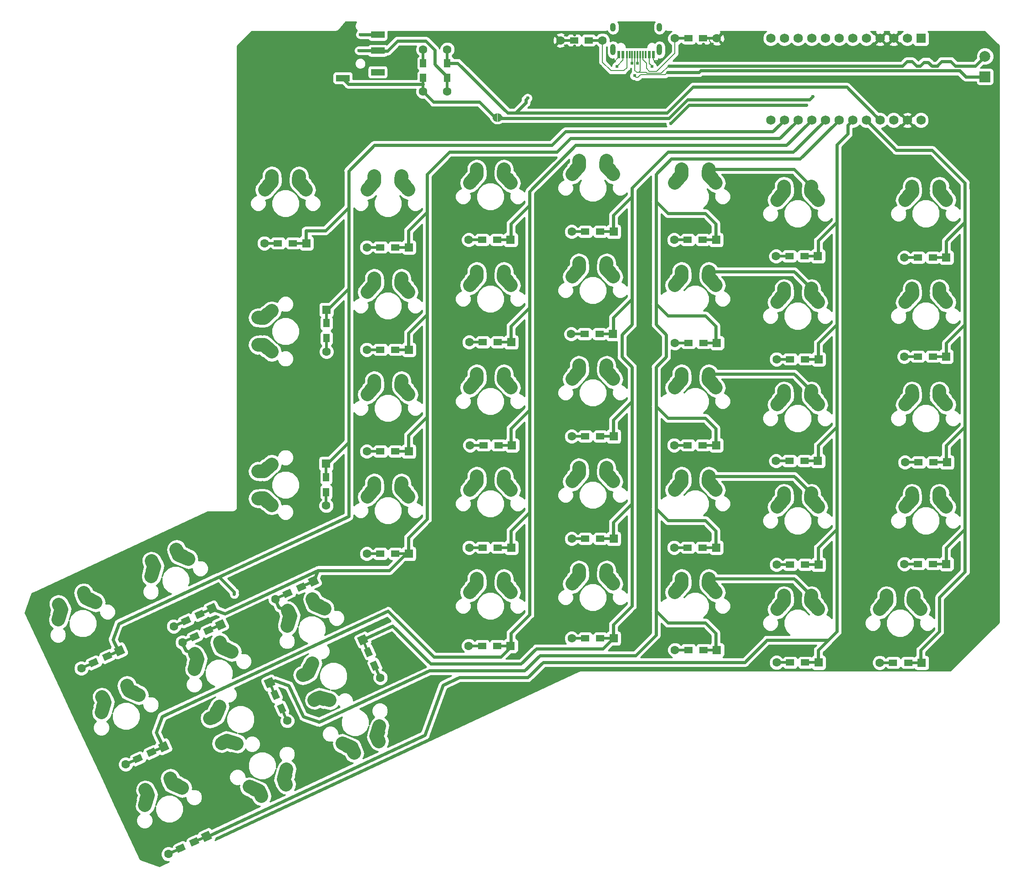
<source format=gtl>
G04 #@! TF.GenerationSoftware,KiCad,Pcbnew,(5.0.2)-1*
G04 #@! TF.CreationDate,2019-01-24T20:15:44+05:30*
G04 #@! TF.ProjectId,ErgodoxBle,4572676f-646f-4784-926c-652e6b696361,rev?*
G04 #@! TF.SameCoordinates,Original*
G04 #@! TF.FileFunction,Copper,L1,Top*
G04 #@! TF.FilePolarity,Positive*
%FSLAX46Y46*%
G04 Gerber Fmt 4.6, Leading zero omitted, Abs format (unit mm)*
G04 Created by KiCad (PCBNEW (5.0.2)-1) date 1/24/2019 8:15:44 PM*
%MOMM*%
%LPD*%
G01*
G04 APERTURE LIST*
G04 #@! TA.AperFunction,EtchedComponent*
%ADD10C,0.010000*%
G04 #@! TD*
G04 #@! TA.AperFunction,ViaPad*
%ADD11C,0.600000*%
G04 #@! TD*
G04 #@! TA.AperFunction,ComponentPad*
%ADD12R,1.752600X1.752600*%
G04 #@! TD*
G04 #@! TA.AperFunction,ComponentPad*
%ADD13C,1.752600*%
G04 #@! TD*
G04 #@! TA.AperFunction,ComponentPad*
%ADD14O,1.000000X1.600000*%
G04 #@! TD*
G04 #@! TA.AperFunction,ComponentPad*
%ADD15O,1.000000X2.100000*%
G04 #@! TD*
G04 #@! TA.AperFunction,SMDPad,CuDef*
%ADD16R,0.300000X1.450000*%
G04 #@! TD*
G04 #@! TA.AperFunction,SMDPad,CuDef*
%ADD17R,0.600000X1.450000*%
G04 #@! TD*
G04 #@! TA.AperFunction,SMDPad,CuDef*
%ADD18C,2.500000*%
G04 #@! TD*
G04 #@! TA.AperFunction,Conductor*
%ADD19C,2.500000*%
G04 #@! TD*
G04 #@! TA.AperFunction,ComponentPad*
%ADD20C,2.000000*%
G04 #@! TD*
G04 #@! TA.AperFunction,Conductor*
%ADD21C,0.500000*%
G04 #@! TD*
G04 #@! TA.AperFunction,Conductor*
%ADD22C,0.100000*%
G04 #@! TD*
G04 #@! TA.AperFunction,ComponentPad*
%ADD23C,1.600000*%
G04 #@! TD*
G04 #@! TA.AperFunction,SMDPad,CuDef*
%ADD24C,1.200000*%
G04 #@! TD*
G04 #@! TA.AperFunction,SMDPad,CuDef*
%ADD25R,1.600000X1.200000*%
G04 #@! TD*
G04 #@! TA.AperFunction,ComponentPad*
%ADD26R,1.600000X1.600000*%
G04 #@! TD*
G04 #@! TA.AperFunction,Conductor*
%ADD27R,2.900000X0.500000*%
G04 #@! TD*
G04 #@! TA.AperFunction,SMDPad,CuDef*
%ADD28R,1.200000X1.600000*%
G04 #@! TD*
G04 #@! TA.AperFunction,Conductor*
%ADD29R,0.500000X2.900000*%
G04 #@! TD*
G04 #@! TA.AperFunction,ComponentPad*
%ADD30C,0.400000*%
G04 #@! TD*
G04 #@! TA.AperFunction,SMDPad,CuDef*
%ADD31R,1.500000X1.200000*%
G04 #@! TD*
G04 #@! TA.AperFunction,SMDPad,CuDef*
%ADD32R,1.200000X1.500000*%
G04 #@! TD*
G04 #@! TA.AperFunction,ComponentPad*
%ADD33R,1.998980X1.998980*%
G04 #@! TD*
G04 #@! TA.AperFunction,ComponentPad*
%ADD34C,1.998980*%
G04 #@! TD*
G04 #@! TA.AperFunction,SMDPad,CuDef*
%ADD35R,2.500000X1.200000*%
G04 #@! TD*
G04 #@! TA.AperFunction,ViaPad*
%ADD36C,0.609600*%
G04 #@! TD*
G04 #@! TA.AperFunction,Conductor*
%ADD37C,0.609600*%
G04 #@! TD*
G04 #@! TA.AperFunction,Conductor*
%ADD38C,0.600000*%
G04 #@! TD*
G04 #@! TA.AperFunction,Conductor*
%ADD39C,1.016000*%
G04 #@! TD*
G04 #@! TA.AperFunction,Conductor*
%ADD40C,0.203200*%
G04 #@! TD*
G04 #@! TA.AperFunction,Conductor*
%ADD41C,0.033020*%
G04 #@! TD*
G04 #@! TA.AperFunction,Conductor*
%ADD42C,0.254000*%
G04 #@! TD*
G04 APERTURE END LIST*
D10*
G04 #@! TO.C,JP1*
G36*
X111885400Y-49848200D02*
X112141900Y-49803000D01*
X112367500Y-49672700D01*
X112534900Y-49473200D01*
X112624000Y-49228400D01*
X112624000Y-48968000D01*
X112534900Y-48723200D01*
X112367500Y-48523700D01*
X112141900Y-48393400D01*
X111885400Y-48348200D01*
X111885400Y-49848200D01*
X111885400Y-49848200D01*
G37*
X111885400Y-49848200D02*
X112141900Y-49803000D01*
X112367500Y-49672700D01*
X112534900Y-49473200D01*
X112624000Y-49228400D01*
X112624000Y-48968000D01*
X112534900Y-48723200D01*
X112367500Y-48523700D01*
X112141900Y-48393400D01*
X111885400Y-48348200D01*
X111885400Y-49848200D01*
G36*
X111685400Y-48348200D02*
X111428900Y-48393400D01*
X111203300Y-48523700D01*
X111035900Y-48723200D01*
X110946800Y-48968000D01*
X110946800Y-49228400D01*
X111035900Y-49473200D01*
X111203300Y-49672700D01*
X111428900Y-49803000D01*
X111685400Y-49848200D01*
X111685400Y-48348200D01*
X111685400Y-48348200D01*
G37*
X111685400Y-48348200D02*
X111428900Y-48393400D01*
X111203300Y-48523700D01*
X111035900Y-48723200D01*
X110946800Y-48968000D01*
X110946800Y-49228400D01*
X111035900Y-49473200D01*
X111203300Y-49672700D01*
X111428900Y-49803000D01*
X111685400Y-49848200D01*
X111685400Y-48348200D01*
G04 #@! TD*
D11*
G04 #@! TO.N,GND*
G04 #@! TO.C,REF\002A\002A*
X142196820Y-38536880D03*
G04 #@! TD*
G04 #@! TO.N,GND*
G04 #@! TO.C,REF\002A\002A*
X132534660Y-38348920D03*
G04 #@! TD*
G04 #@! TO.N,GND*
G04 #@! TO.C,REF\002A\002A*
X176245520Y-38376860D03*
G04 #@! TD*
G04 #@! TO.N,GND*
G04 #@! TO.C,REF\002A\002A*
X91691460Y-89225120D03*
G04 #@! TD*
G04 #@! TO.N,GND*
G04 #@! TO.C,REF\002A\002A*
X92415360Y-108409740D03*
G04 #@! TD*
G04 #@! TO.N,GND*
G04 #@! TO.C,REF\002A\002A*
X67729100Y-146431000D03*
G04 #@! TD*
G04 #@! TO.N,GND*
G04 #@! TO.C,REF\002A\002A*
X96299020Y-158831280D03*
G04 #@! TD*
G04 #@! TO.N,GND*
G04 #@! TO.C,REF\002A\002A*
X141635480Y-148236940D03*
G04 #@! TD*
G04 #@! TO.N,GND*
G04 #@! TO.C,REF\002A\002A*
X162613340Y-137193020D03*
G04 #@! TD*
G04 #@! TO.N,GND*
G04 #@! TO.C,REF\002A\002A*
X166784020Y-129410460D03*
G04 #@! TD*
G04 #@! TO.N,GND*
G04 #@! TO.C,REF\002A\002A*
X168460420Y-109098080D03*
G04 #@! TD*
G04 #@! TO.N,GND*
G04 #@! TO.C,REF\002A\002A*
X154322780Y-86644480D03*
G04 #@! TD*
G04 #@! TO.N,GND*
G04 #@! TO.C,REF\002A\002A*
X100451920Y-123835160D03*
G04 #@! TD*
G04 #@! TO.N,GND*
G04 #@! TO.C,REF\002A\002A*
X139186920Y-122626120D03*
G04 #@! TD*
G04 #@! TO.N,GND*
G04 #@! TO.C,REF\002A\002A*
X139539980Y-104129840D03*
G04 #@! TD*
G04 #@! TO.N,GND*
G04 #@! TO.C,REF\002A\002A*
X139562840Y-90944700D03*
G04 #@! TD*
G04 #@! TO.N,GND*
G04 #@! TO.C,REF\002A\002A*
X168155620Y-71826120D03*
G04 #@! TD*
G04 #@! TO.N,GND*
G04 #@! TO.C,REF\002A\002A*
X91996260Y-69060060D03*
G04 #@! TD*
G04 #@! TO.N,GND*
G04 #@! TO.C,REF\002A\002A*
X139519660Y-65697100D03*
G04 #@! TD*
G04 #@! TO.N,GND*
G04 #@! TO.C,REF\002A\002A*
X139128500Y-136735820D03*
G04 #@! TD*
G04 #@! TO.N,GND*
G04 #@! TO.C,REF\002A\002A*
X120931940Y-137002520D03*
G04 #@! TD*
D12*
G04 #@! TO.P,proMicro1,1*
G04 #@! TO.N,Net-(proMicro1-Pad1)*
X190550800Y-34391600D03*
D13*
G04 #@! TO.P,proMicro1,2*
G04 #@! TO.N,Net-(proMicro1-Pad2)*
X188010800Y-34391600D03*
G04 #@! TO.P,proMicro1,3*
G04 #@! TO.N,GND*
X185470800Y-34391600D03*
G04 #@! TO.P,proMicro1,4*
X182930800Y-34391600D03*
G04 #@! TO.P,proMicro1,5*
G04 #@! TO.N,/scl*
X180390800Y-34391600D03*
G04 #@! TO.P,proMicro1,6*
G04 #@! TO.N,/sdaM*
X177850800Y-34391600D03*
G04 #@! TO.P,proMicro1,7*
G04 #@! TO.N,/ROW0*
X175310800Y-34391600D03*
G04 #@! TO.P,proMicro1,8*
G04 #@! TO.N,/ROW1*
X172770800Y-34391600D03*
G04 #@! TO.P,proMicro1,9*
G04 #@! TO.N,/ROW2*
X170230800Y-34391600D03*
G04 #@! TO.P,proMicro1,10*
G04 #@! TO.N,/ROW3*
X167690800Y-34391600D03*
G04 #@! TO.P,proMicro1,11*
G04 #@! TO.N,/ROW4*
X165150800Y-34391600D03*
G04 #@! TO.P,proMicro1,13*
G04 #@! TO.N,Net-(proMicro1-Pad13)*
X162610800Y-49631600D03*
G04 #@! TO.P,proMicro1,14*
G04 #@! TO.N,/COL6*
X165150800Y-49631600D03*
G04 #@! TO.P,proMicro1,15*
G04 #@! TO.N,/COL5*
X167690800Y-49631600D03*
G04 #@! TO.P,proMicro1,16*
G04 #@! TO.N,/COL4*
X170230800Y-49631600D03*
G04 #@! TO.P,proMicro1,17*
G04 #@! TO.N,/COL10*
X172770800Y-49631600D03*
G04 #@! TO.P,proMicro1,18*
G04 #@! TO.N,/COL11*
X175310800Y-49631600D03*
G04 #@! TO.P,proMicro1,19*
G04 #@! TO.N,/COL1*
X177850800Y-49631600D03*
G04 #@! TO.P,proMicro1,20*
G04 #@! TO.N,/COL0*
X180390800Y-49631600D03*
G04 #@! TO.P,proMicro1,21*
G04 #@! TO.N,/Vcc*
X182930800Y-49631600D03*
G04 #@! TO.P,proMicro1,22*
G04 #@! TO.N,Net-(proMicro1-Pad22)*
X185470800Y-49631600D03*
G04 #@! TO.P,proMicro1,23*
G04 #@! TO.N,GND*
X188010800Y-49631600D03*
G04 #@! TO.P,proMicro1,12*
G04 #@! TO.N,/ROW5*
X162610800Y-34391600D03*
G04 #@! TO.P,proMicro1,24*
G04 #@! TO.N,Net-(proMicro1-Pad24)*
X190550800Y-49631600D03*
G04 #@! TD*
D14*
G04 #@! TO.P,USB_C1,13*
G04 #@! TO.N,Net-(USB_C1-Pad13)*
X133297200Y-32343400D03*
X141937200Y-32343400D03*
D15*
X133297200Y-36523400D03*
X141937200Y-36523400D03*
D16*
G04 #@! TO.P,USB_C1,6*
G04 #@! TO.N,/D+*
X137867200Y-37438400D03*
G04 #@! TO.P,USB_C1,7*
G04 #@! TO.N,/D-*
X137367200Y-37438400D03*
G04 #@! TO.P,USB_C1,8*
G04 #@! TO.N,/D+*
X136867200Y-37438400D03*
G04 #@! TO.P,USB_C1,5*
G04 #@! TO.N,/D-*
X138367200Y-37438400D03*
G04 #@! TO.P,USB_C1,9*
G04 #@! TO.N,Net-(USB_C1-Pad9)*
X136367200Y-37438400D03*
G04 #@! TO.P,USB_C1,4*
G04 #@! TO.N,/CC1*
X138867200Y-37438400D03*
G04 #@! TO.P,USB_C1,10*
G04 #@! TO.N,/CC2*
X135867200Y-37438400D03*
G04 #@! TO.P,USB_C1,3*
G04 #@! TO.N,Net-(USB_C1-Pad3)*
X139367200Y-37438400D03*
D17*
G04 #@! TO.P,USB_C1,2*
G04 #@! TO.N,/VccR*
X140067200Y-37438400D03*
G04 #@! TO.P,USB_C1,11*
X135167200Y-37438400D03*
G04 #@! TO.P,USB_C1,1*
G04 #@! TO.N,GND*
X140842200Y-37438400D03*
G04 #@! TO.P,USB_C1,12*
X134392200Y-37438400D03*
G04 #@! TD*
D18*
G04 #@! TO.P,SW3:13,2*
G04 #@! TO.N,/ROW3*
X193972500Y-100312660D03*
D19*
G04 #@! TD*
G04 #@! TO.N,/ROW3*
G04 #@! TO.C,SW3:13*
X193992499Y-100022660D02*
X193952501Y-100602660D01*
D20*
G04 #@! TO.P,SW3:13,2*
G04 #@! TO.N,/ROW3*
X193952500Y-100602660D03*
X193992500Y-100022660D03*
G04 #@! TO.P,SW3:13,1*
G04 #@! TO.N,Net-(D3:0-Pad2)*
X188952500Y-101102660D03*
X187642500Y-102562660D03*
G04 #@! TO.P,SW3:13,2*
G04 #@! TO.N,/ROW3*
X193952500Y-101102660D03*
X195262500Y-102562660D03*
G04 #@! TO.P,SW3:13,1*
G04 #@! TO.N,Net-(D3:0-Pad2)*
X188952500Y-100602660D03*
X188912500Y-100022660D03*
D18*
X188297500Y-101832660D03*
D19*
G04 #@! TD*
G04 #@! TO.N,Net-(D3:0-Pad2)*
G04 #@! TO.C,SW3:13*
X187642505Y-102562664D02*
X188952495Y-101102656D01*
D18*
G04 #@! TO.P,SW3:13,1*
G04 #@! TO.N,Net-(D3:0-Pad2)*
X188932500Y-100312660D03*
D19*
G04 #@! TD*
G04 #@! TO.N,Net-(D3:0-Pad2)*
G04 #@! TO.C,SW3:13*
X188912501Y-100022660D02*
X188952499Y-100602660D01*
D18*
G04 #@! TO.P,SW3:13,2*
G04 #@! TO.N,/ROW3*
X194607500Y-101832660D03*
D19*
G04 #@! TD*
G04 #@! TO.N,/ROW3*
G04 #@! TO.C,SW3:13*
X195262495Y-102562664D02*
X193952505Y-101102656D01*
D18*
G04 #@! TO.P,SW2:13,2*
G04 #@! TO.N,/ROW2*
X193972500Y-119362660D03*
D19*
G04 #@! TD*
G04 #@! TO.N,/ROW2*
G04 #@! TO.C,SW2:13*
X193992499Y-119072660D02*
X193952501Y-119652660D01*
D20*
G04 #@! TO.P,SW2:13,2*
G04 #@! TO.N,/ROW2*
X193952500Y-119652660D03*
X193992500Y-119072660D03*
G04 #@! TO.P,SW2:13,1*
G04 #@! TO.N,Net-(D2:0-Pad2)*
X188952500Y-120152660D03*
X187642500Y-121612660D03*
G04 #@! TO.P,SW2:13,2*
G04 #@! TO.N,/ROW2*
X193952500Y-120152660D03*
X195262500Y-121612660D03*
G04 #@! TO.P,SW2:13,1*
G04 #@! TO.N,Net-(D2:0-Pad2)*
X188952500Y-119652660D03*
X188912500Y-119072660D03*
D18*
X188297500Y-120882660D03*
D19*
G04 #@! TD*
G04 #@! TO.N,Net-(D2:0-Pad2)*
G04 #@! TO.C,SW2:13*
X187642505Y-121612664D02*
X188952495Y-120152656D01*
D18*
G04 #@! TO.P,SW2:13,1*
G04 #@! TO.N,Net-(D2:0-Pad2)*
X188932500Y-119362660D03*
D19*
G04 #@! TD*
G04 #@! TO.N,Net-(D2:0-Pad2)*
G04 #@! TO.C,SW2:13*
X188912501Y-119072660D02*
X188952499Y-119652660D01*
D18*
G04 #@! TO.P,SW2:13,2*
G04 #@! TO.N,/ROW2*
X194607500Y-120882660D03*
D19*
G04 #@! TD*
G04 #@! TO.N,/ROW2*
G04 #@! TO.C,SW2:13*
X195262495Y-121612664D02*
X193952505Y-120152656D01*
D21*
G04 #@! TO.N,/COL1*
G04 #@! TO.C,D0:1*
X56436349Y-183492233D03*
D22*
G36*
X55227857Y-184331606D02*
X55016548Y-183878453D01*
X57644841Y-182652860D01*
X57856150Y-183106013D01*
X55227857Y-184331606D01*
X55227857Y-184331606D01*
G37*
D21*
G04 #@! TO.N,Net-(D0:1-Pad2)*
X51904811Y-185605327D03*
D22*
G36*
X50696319Y-186444700D02*
X50485010Y-185991547D01*
X53113303Y-184765954D01*
X53324612Y-185219107D01*
X50696319Y-186444700D01*
X50696319Y-186444700D01*
G37*
D23*
G04 #@! TD*
G04 #@! TO.P,D0:1,1*
G04 #@! TO.N,/COL1*
X57705180Y-182900569D03*
D22*
G04 #@! TO.N,/COL1*
G04 #@! TO.C,D0:1*
G36*
X57318228Y-183963710D02*
X56642039Y-182513617D01*
X58092132Y-181837428D01*
X58768321Y-183287521D01*
X57318228Y-183963710D01*
X57318228Y-183963710D01*
G37*
D23*
G04 #@! TD*
G04 #@! TO.P,D0:1,2*
G04 #@! TO.N,Net-(D0:1-Pad2)*
X50635980Y-186196991D03*
D24*
G04 #@! TO.P,D0:1,2*
G04 #@! TO.N,Net-(D0:1-Pad2)*
X52901749Y-185140446D03*
D22*
G04 #@! TD*
G04 #@! TO.N,Net-(D0:1-Pad2)*
G04 #@! TO.C,D0:1*
G36*
X52430274Y-186022325D02*
X51923132Y-184934756D01*
X53373224Y-184258567D01*
X53880366Y-185346136D01*
X52430274Y-186022325D01*
X52430274Y-186022325D01*
G37*
D24*
G04 #@! TO.P,D0:1,1*
G04 #@! TO.N,/COL1*
X55439411Y-183957114D03*
D22*
G04 #@! TD*
G04 #@! TO.N,/COL1*
G04 #@! TO.C,D0:1*
G36*
X54967936Y-184838993D02*
X54460794Y-183751424D01*
X55910886Y-183075235D01*
X56418028Y-184162804D01*
X54967936Y-184838993D01*
X54967936Y-184838993D01*
G37*
D24*
G04 #@! TO.P,D0:2,1*
G04 #@! TO.N,/COL11*
X70487788Y-156587000D03*
D22*
G04 #@! TD*
G04 #@! TO.N,/COL11*
G04 #@! TO.C,D0:2*
G36*
X71369667Y-157058475D02*
X70282098Y-157565617D01*
X69605909Y-156115525D01*
X70693478Y-155608383D01*
X71369667Y-157058475D01*
X71369667Y-157058475D01*
G37*
D24*
G04 #@! TO.P,D0:2,2*
G04 #@! TO.N,Net-(D0:2-Pad2)*
X71671120Y-159124662D03*
D22*
G04 #@! TD*
G04 #@! TO.N,Net-(D0:2-Pad2)*
G04 #@! TO.C,D0:2*
G36*
X72552999Y-159596137D02*
X71465430Y-160103279D01*
X70789241Y-158653187D01*
X71876810Y-158146045D01*
X72552999Y-159596137D01*
X72552999Y-159596137D01*
G37*
D23*
G04 #@! TO.P,D0:2,2*
G04 #@! TO.N,Net-(D0:2-Pad2)*
X72727665Y-161390431D03*
G04 #@! TO.P,D0:2,1*
G04 #@! TO.N,/COL11*
X69431243Y-154321231D03*
D22*
G04 #@! TD*
G04 #@! TO.N,/COL11*
G04 #@! TO.C,D0:2*
G36*
X70494384Y-154708183D02*
X69044291Y-155384372D01*
X68368102Y-153934279D01*
X69818195Y-153258090D01*
X70494384Y-154708183D01*
X70494384Y-154708183D01*
G37*
D21*
G04 #@! TO.N,Net-(D0:2-Pad2)*
G04 #@! TO.C,D0:2*
X72136001Y-160121600D03*
D22*
G36*
X72975374Y-161330092D02*
X72522221Y-161541401D01*
X71296628Y-158913108D01*
X71749781Y-158701799D01*
X72975374Y-161330092D01*
X72975374Y-161330092D01*
G37*
D21*
G04 #@! TO.N,/COL11*
X70022907Y-155590062D03*
D22*
G36*
X70862280Y-156798554D02*
X70409127Y-157009863D01*
X69183534Y-154381570D01*
X69636687Y-154170261D01*
X70862280Y-156798554D01*
X70862280Y-156798554D01*
G37*
G04 #@! TD*
D21*
G04 #@! TO.N,/COL10*
G04 #@! TO.C,D0:3*
X87335453Y-147594231D03*
D22*
G36*
X88174826Y-148802723D02*
X87721673Y-149014032D01*
X86496080Y-146385739D01*
X86949233Y-146174430D01*
X88174826Y-148802723D01*
X88174826Y-148802723D01*
G37*
D21*
G04 #@! TO.N,Net-(D0:3-Pad2)*
X89448547Y-152125769D03*
D22*
G36*
X90287920Y-153334261D02*
X89834767Y-153545570D01*
X88609174Y-150917277D01*
X89062327Y-150705968D01*
X90287920Y-153334261D01*
X90287920Y-153334261D01*
G37*
D23*
G04 #@! TD*
G04 #@! TO.P,D0:3,1*
G04 #@! TO.N,/COL10*
X86743789Y-146325400D03*
D22*
G04 #@! TO.N,/COL10*
G04 #@! TO.C,D0:3*
G36*
X87806930Y-146712352D02*
X86356837Y-147388541D01*
X85680648Y-145938448D01*
X87130741Y-145262259D01*
X87806930Y-146712352D01*
X87806930Y-146712352D01*
G37*
D23*
G04 #@! TD*
G04 #@! TO.P,D0:3,2*
G04 #@! TO.N,Net-(D0:3-Pad2)*
X90040211Y-153394600D03*
D24*
G04 #@! TO.P,D0:3,2*
G04 #@! TO.N,Net-(D0:3-Pad2)*
X88983666Y-151128831D03*
D22*
G04 #@! TD*
G04 #@! TO.N,Net-(D0:3-Pad2)*
G04 #@! TO.C,D0:3*
G36*
X89865545Y-151600306D02*
X88777976Y-152107448D01*
X88101787Y-150657356D01*
X89189356Y-150150214D01*
X89865545Y-151600306D01*
X89865545Y-151600306D01*
G37*
D24*
G04 #@! TO.P,D0:3,1*
G04 #@! TO.N,/COL10*
X87800334Y-148591169D03*
D22*
G04 #@! TD*
G04 #@! TO.N,/COL10*
G04 #@! TO.C,D0:3*
G36*
X88682213Y-149062644D02*
X87594644Y-149569786D01*
X86918455Y-148119694D01*
X88006024Y-147612552D01*
X88682213Y-149062644D01*
X88682213Y-149062644D01*
G37*
D24*
G04 #@! TO.P,D0:4,1*
G04 #@! TO.N,/COL4*
X47476600Y-167261788D03*
D22*
G04 #@! TD*
G04 #@! TO.N,/COL4*
G04 #@! TO.C,D0:4*
G36*
X47005125Y-168143667D02*
X46497983Y-167056098D01*
X47948075Y-166379909D01*
X48455217Y-167467478D01*
X47005125Y-168143667D01*
X47005125Y-168143667D01*
G37*
D24*
G04 #@! TO.P,D0:4,2*
G04 #@! TO.N,Net-(D0:4-Pad2)*
X44938938Y-168445120D03*
D22*
G04 #@! TD*
G04 #@! TO.N,Net-(D0:4-Pad2)*
G04 #@! TO.C,D0:4*
G36*
X44467463Y-169326999D02*
X43960321Y-168239430D01*
X45410413Y-167563241D01*
X45917555Y-168650810D01*
X44467463Y-169326999D01*
X44467463Y-169326999D01*
G37*
D23*
G04 #@! TO.P,D0:4,2*
G04 #@! TO.N,Net-(D0:4-Pad2)*
X42673169Y-169501665D03*
G04 #@! TO.P,D0:4,1*
G04 #@! TO.N,/COL4*
X49742369Y-166205243D03*
D22*
G04 #@! TD*
G04 #@! TO.N,/COL4*
G04 #@! TO.C,D0:4*
G36*
X49355417Y-167268384D02*
X48679228Y-165818291D01*
X50129321Y-165142102D01*
X50805510Y-166592195D01*
X49355417Y-167268384D01*
X49355417Y-167268384D01*
G37*
D21*
G04 #@! TO.N,Net-(D0:4-Pad2)*
G04 #@! TO.C,D0:4*
X43942000Y-168910001D03*
D22*
G36*
X42733508Y-169749374D02*
X42522199Y-169296221D01*
X45150492Y-168070628D01*
X45361801Y-168523781D01*
X42733508Y-169749374D01*
X42733508Y-169749374D01*
G37*
D21*
G04 #@! TO.N,/COL4*
X48473538Y-166796907D03*
D22*
G36*
X47265046Y-167636280D02*
X47053737Y-167183127D01*
X49682030Y-165957534D01*
X49893339Y-166410687D01*
X47265046Y-167636280D01*
X47265046Y-167636280D01*
G37*
G04 #@! TD*
D21*
G04 #@! TO.N,/COL5*
G04 #@! TO.C,D0:5*
X57439738Y-141117507D03*
D22*
G36*
X56231246Y-141956880D02*
X56019937Y-141503727D01*
X58648230Y-140278134D01*
X58859539Y-140731287D01*
X56231246Y-141956880D01*
X56231246Y-141956880D01*
G37*
D21*
G04 #@! TO.N,Net-(D0:5-Pad2)*
X52908200Y-143230601D03*
D22*
G36*
X51699708Y-144069974D02*
X51488399Y-143616821D01*
X54116692Y-142391228D01*
X54328001Y-142844381D01*
X51699708Y-144069974D01*
X51699708Y-144069974D01*
G37*
D23*
G04 #@! TD*
G04 #@! TO.P,D0:5,1*
G04 #@! TO.N,/COL5*
X58708569Y-140525843D03*
D22*
G04 #@! TO.N,/COL5*
G04 #@! TO.C,D0:5*
G36*
X58321617Y-141588984D02*
X57645428Y-140138891D01*
X59095521Y-139462702D01*
X59771710Y-140912795D01*
X58321617Y-141588984D01*
X58321617Y-141588984D01*
G37*
D23*
G04 #@! TD*
G04 #@! TO.P,D0:5,2*
G04 #@! TO.N,Net-(D0:5-Pad2)*
X51639369Y-143822265D03*
D24*
G04 #@! TO.P,D0:5,2*
G04 #@! TO.N,Net-(D0:5-Pad2)*
X53905138Y-142765720D03*
D22*
G04 #@! TD*
G04 #@! TO.N,Net-(D0:5-Pad2)*
G04 #@! TO.C,D0:5*
G36*
X53433663Y-143647599D02*
X52926521Y-142560030D01*
X54376613Y-141883841D01*
X54883755Y-142971410D01*
X53433663Y-143647599D01*
X53433663Y-143647599D01*
G37*
D24*
G04 #@! TO.P,D0:5,1*
G04 #@! TO.N,/COL5*
X56442800Y-141582388D03*
D22*
G04 #@! TD*
G04 #@! TO.N,/COL5*
G04 #@! TO.C,D0:5*
G36*
X55971325Y-142464267D02*
X55464183Y-141376698D01*
X56914275Y-140700509D01*
X57421417Y-141788078D01*
X55971325Y-142464267D01*
X55971325Y-142464267D01*
G37*
D24*
G04 #@! TO.P,D0:6,1*
G04 #@! TO.N,/COL6*
X39241831Y-149395334D03*
D22*
G04 #@! TD*
G04 #@! TO.N,/COL6*
G04 #@! TO.C,D0:6*
G36*
X38770356Y-150277213D02*
X38263214Y-149189644D01*
X39713306Y-148513455D01*
X40220448Y-149601024D01*
X38770356Y-150277213D01*
X38770356Y-150277213D01*
G37*
D24*
G04 #@! TO.P,D0:6,2*
G04 #@! TO.N,Net-(D0:6-Pad2)*
X36704169Y-150578666D03*
D22*
G04 #@! TD*
G04 #@! TO.N,Net-(D0:6-Pad2)*
G04 #@! TO.C,D0:6*
G36*
X36232694Y-151460545D02*
X35725552Y-150372976D01*
X37175644Y-149696787D01*
X37682786Y-150784356D01*
X36232694Y-151460545D01*
X36232694Y-151460545D01*
G37*
D23*
G04 #@! TO.P,D0:6,2*
G04 #@! TO.N,Net-(D0:6-Pad2)*
X34438400Y-151635211D03*
G04 #@! TO.P,D0:6,1*
G04 #@! TO.N,/COL6*
X41507600Y-148338789D03*
D22*
G04 #@! TD*
G04 #@! TO.N,/COL6*
G04 #@! TO.C,D0:6*
G36*
X41120648Y-149401930D02*
X40444459Y-147951837D01*
X41894552Y-147275648D01*
X42570741Y-148725741D01*
X41120648Y-149401930D01*
X41120648Y-149401930D01*
G37*
D21*
G04 #@! TO.N,Net-(D0:6-Pad2)*
G04 #@! TO.C,D0:6*
X35707231Y-151043547D03*
D22*
G36*
X34498739Y-151882920D02*
X34287430Y-151429767D01*
X36915723Y-150204174D01*
X37127032Y-150657327D01*
X34498739Y-151882920D01*
X34498739Y-151882920D01*
G37*
D21*
G04 #@! TO.N,/COL6*
X40238769Y-148930453D03*
D22*
G36*
X39030277Y-149769826D02*
X38818968Y-149316673D01*
X41447261Y-148091080D01*
X41658570Y-148544233D01*
X39030277Y-149769826D01*
X39030277Y-149769826D01*
G37*
G04 #@! TD*
D25*
G04 #@! TO.P,D1:0,1*
G04 #@! TO.N,/COL0*
X188183980Y-150588980D03*
G04 #@! TO.P,D1:0,2*
G04 #@! TO.N,Net-(D1:0-Pad2)*
X185383980Y-150588980D03*
D23*
X182883980Y-150588980D03*
D26*
G04 #@! TO.P,D1:0,1*
G04 #@! TO.N,/COL0*
X190683980Y-150588980D03*
D27*
G04 #@! TD*
G04 #@! TO.N,Net-(D1:0-Pad2)*
G04 #@! TO.C,D1:0*
X184283980Y-150588980D03*
G04 #@! TO.N,/COL0*
G04 #@! TO.C,D1:0*
X189283980Y-150588980D03*
G04 #@! TD*
D25*
G04 #@! TO.P,D1:2,1*
G04 #@! TO.N,/COL11*
X150117000Y-148209000D03*
G04 #@! TO.P,D1:2,2*
G04 #@! TO.N,Net-(D1:2-Pad2)*
X147317000Y-148209000D03*
D23*
X144817000Y-148209000D03*
D26*
G04 #@! TO.P,D1:2,1*
G04 #@! TO.N,/COL11*
X152617000Y-148209000D03*
D27*
G04 #@! TD*
G04 #@! TO.N,Net-(D1:2-Pad2)*
G04 #@! TO.C,D1:2*
X146217000Y-148209000D03*
G04 #@! TO.N,/COL11*
G04 #@! TO.C,D1:2*
X151217000Y-148209000D03*
G04 #@! TD*
G04 #@! TO.N,/COL10*
G04 #@! TO.C,D1:3*
X132040000Y-146050000D03*
G04 #@! TO.N,Net-(D1:3-Pad2)*
X127040000Y-146050000D03*
D26*
G04 #@! TD*
G04 #@! TO.P,D1:3,1*
G04 #@! TO.N,/COL10*
X133440000Y-146050000D03*
D23*
G04 #@! TO.P,D1:3,2*
G04 #@! TO.N,Net-(D1:3-Pad2)*
X125640000Y-146050000D03*
D25*
X128140000Y-146050000D03*
G04 #@! TO.P,D1:3,1*
G04 #@! TO.N,/COL10*
X130940000Y-146050000D03*
G04 #@! TD*
G04 #@! TO.P,D1:4,1*
G04 #@! TO.N,/COL4*
X111763000Y-147447000D03*
G04 #@! TO.P,D1:4,2*
G04 #@! TO.N,Net-(D1:4-Pad2)*
X108963000Y-147447000D03*
D23*
X106463000Y-147447000D03*
D26*
G04 #@! TO.P,D1:4,1*
G04 #@! TO.N,/COL4*
X114263000Y-147447000D03*
D27*
G04 #@! TD*
G04 #@! TO.N,Net-(D1:4-Pad2)*
G04 #@! TO.C,D1:4*
X107863000Y-147447000D03*
G04 #@! TO.N,/COL4*
G04 #@! TO.C,D1:4*
X112863000Y-147447000D03*
G04 #@! TD*
D24*
G04 #@! TO.P,D1:5,1*
G04 #@! TO.N,/COL5*
X75309831Y-136484668D03*
D22*
G04 #@! TD*
G04 #@! TO.N,/COL5*
G04 #@! TO.C,D1:5*
G36*
X74838356Y-137366547D02*
X74331214Y-136278978D01*
X75781306Y-135602789D01*
X76288448Y-136690358D01*
X74838356Y-137366547D01*
X74838356Y-137366547D01*
G37*
D24*
G04 #@! TO.P,D1:5,2*
G04 #@! TO.N,Net-(D1:5-Pad2)*
X72772169Y-137668000D03*
D22*
G04 #@! TD*
G04 #@! TO.N,Net-(D1:5-Pad2)*
G04 #@! TO.C,D1:5*
G36*
X72300694Y-138549879D02*
X71793552Y-137462310D01*
X73243644Y-136786121D01*
X73750786Y-137873690D01*
X72300694Y-138549879D01*
X72300694Y-138549879D01*
G37*
D23*
G04 #@! TO.P,D1:5,2*
G04 #@! TO.N,Net-(D1:5-Pad2)*
X70506400Y-138724545D03*
G04 #@! TO.P,D1:5,1*
G04 #@! TO.N,/COL5*
X77575600Y-135428123D03*
D22*
G04 #@! TD*
G04 #@! TO.N,/COL5*
G04 #@! TO.C,D1:5*
G36*
X77188648Y-136491264D02*
X76512459Y-135041171D01*
X77962552Y-134364982D01*
X78638741Y-135815075D01*
X77188648Y-136491264D01*
X77188648Y-136491264D01*
G37*
D21*
G04 #@! TO.N,Net-(D1:5-Pad2)*
G04 #@! TO.C,D1:5*
X71775231Y-138132881D03*
D22*
G36*
X70566739Y-138972254D02*
X70355430Y-138519101D01*
X72983723Y-137293508D01*
X73195032Y-137746661D01*
X70566739Y-138972254D01*
X70566739Y-138972254D01*
G37*
D21*
G04 #@! TO.N,/COL5*
X76306769Y-136019787D03*
D22*
G36*
X75098277Y-136859160D02*
X74886968Y-136406007D01*
X77515261Y-135180414D01*
X77726570Y-135633567D01*
X75098277Y-136859160D01*
X75098277Y-136859160D01*
G37*
G04 #@! TD*
D21*
G04 #@! TO.N,/COL6*
G04 #@! TO.C,D1:6*
X59034769Y-144104453D03*
D22*
G36*
X57826277Y-144943826D02*
X57614968Y-144490673D01*
X60243261Y-143265080D01*
X60454570Y-143718233D01*
X57826277Y-144943826D01*
X57826277Y-144943826D01*
G37*
D21*
G04 #@! TO.N,Net-(D1:6-Pad2)*
X54503231Y-146217547D03*
D22*
G36*
X53294739Y-147056920D02*
X53083430Y-146603767D01*
X55711723Y-145378174D01*
X55923032Y-145831327D01*
X53294739Y-147056920D01*
X53294739Y-147056920D01*
G37*
D23*
G04 #@! TD*
G04 #@! TO.P,D1:6,1*
G04 #@! TO.N,/COL6*
X60303600Y-143512789D03*
D22*
G04 #@! TO.N,/COL6*
G04 #@! TO.C,D1:6*
G36*
X59916648Y-144575930D02*
X59240459Y-143125837D01*
X60690552Y-142449648D01*
X61366741Y-143899741D01*
X59916648Y-144575930D01*
X59916648Y-144575930D01*
G37*
D23*
G04 #@! TD*
G04 #@! TO.P,D1:6,2*
G04 #@! TO.N,Net-(D1:6-Pad2)*
X53234400Y-146809211D03*
D24*
G04 #@! TO.P,D1:6,2*
G04 #@! TO.N,Net-(D1:6-Pad2)*
X55500169Y-145752666D03*
D22*
G04 #@! TD*
G04 #@! TO.N,Net-(D1:6-Pad2)*
G04 #@! TO.C,D1:6*
G36*
X55028694Y-146634545D02*
X54521552Y-145546976D01*
X55971644Y-144870787D01*
X56478786Y-145958356D01*
X55028694Y-146634545D01*
X55028694Y-146634545D01*
G37*
D24*
G04 #@! TO.P,D1:6,1*
G04 #@! TO.N,/COL6*
X58037831Y-144569334D03*
D22*
G04 #@! TD*
G04 #@! TO.N,/COL6*
G04 #@! TO.C,D1:6*
G36*
X57566356Y-145451213D02*
X57059214Y-144363644D01*
X58509306Y-143687455D01*
X59016448Y-144775024D01*
X57566356Y-145451213D01*
X57566356Y-145451213D01*
G37*
D25*
G04 #@! TO.P,D1:!1,1*
G04 #@! TO.N,/COL1*
X169040000Y-150563580D03*
G04 #@! TO.P,D1:!1,2*
G04 #@! TO.N,Net-(D1:!1-Pad2)*
X166240000Y-150563580D03*
D23*
X163740000Y-150563580D03*
D26*
G04 #@! TO.P,D1:!1,1*
G04 #@! TO.N,/COL1*
X171540000Y-150563580D03*
D27*
G04 #@! TD*
G04 #@! TO.N,Net-(D1:!1-Pad2)*
G04 #@! TO.C,D1:!1*
X165140000Y-150563580D03*
G04 #@! TO.N,/COL1*
G04 #@! TO.C,D1:!1*
X170140000Y-150563580D03*
G04 #@! TD*
G04 #@! TO.N,/COL0*
G04 #@! TO.C,D2:0*
X193889000Y-132207000D03*
G04 #@! TO.N,Net-(D2:0-Pad2)*
X188889000Y-132207000D03*
D26*
G04 #@! TD*
G04 #@! TO.P,D2:0,1*
G04 #@! TO.N,/COL0*
X195289000Y-132207000D03*
D23*
G04 #@! TO.P,D2:0,2*
G04 #@! TO.N,Net-(D2:0-Pad2)*
X187489000Y-132207000D03*
D25*
X189989000Y-132207000D03*
G04 #@! TO.P,D2:0,1*
G04 #@! TO.N,/COL0*
X192789000Y-132207000D03*
G04 #@! TD*
D27*
G04 #@! TO.N,/COL1*
G04 #@! TO.C,D2:1*
X170140000Y-132334000D03*
G04 #@! TO.N,Net-(D2:1-Pad2)*
X165140000Y-132334000D03*
D26*
G04 #@! TD*
G04 #@! TO.P,D2:1,1*
G04 #@! TO.N,/COL1*
X171540000Y-132334000D03*
D23*
G04 #@! TO.P,D2:1,2*
G04 #@! TO.N,Net-(D2:1-Pad2)*
X163740000Y-132334000D03*
D25*
X166240000Y-132334000D03*
G04 #@! TO.P,D2:1,1*
G04 #@! TO.N,/COL1*
X169040000Y-132334000D03*
G04 #@! TD*
G04 #@! TO.P,D2:2,1*
G04 #@! TO.N,/COL11*
X149990000Y-129159000D03*
G04 #@! TO.P,D2:2,2*
G04 #@! TO.N,Net-(D2:2-Pad2)*
X147190000Y-129159000D03*
D23*
X144690000Y-129159000D03*
D26*
G04 #@! TO.P,D2:2,1*
G04 #@! TO.N,/COL11*
X152490000Y-129159000D03*
D27*
G04 #@! TD*
G04 #@! TO.N,Net-(D2:2-Pad2)*
G04 #@! TO.C,D2:2*
X146090000Y-129159000D03*
G04 #@! TO.N,/COL11*
G04 #@! TO.C,D2:2*
X151090000Y-129159000D03*
G04 #@! TD*
G04 #@! TO.N,/COL10*
G04 #@! TO.C,D2:3*
X132040000Y-127508000D03*
G04 #@! TO.N,Net-(D2:3-Pad2)*
X127040000Y-127508000D03*
D26*
G04 #@! TD*
G04 #@! TO.P,D2:3,1*
G04 #@! TO.N,/COL10*
X133440000Y-127508000D03*
D23*
G04 #@! TO.P,D2:3,2*
G04 #@! TO.N,Net-(D2:3-Pad2)*
X125640000Y-127508000D03*
D25*
X128140000Y-127508000D03*
G04 #@! TO.P,D2:3,1*
G04 #@! TO.N,/COL10*
X130940000Y-127508000D03*
G04 #@! TD*
G04 #@! TO.P,D2:4,1*
G04 #@! TO.N,/COL4*
X111890000Y-129159000D03*
G04 #@! TO.P,D2:4,2*
G04 #@! TO.N,Net-(D2:4-Pad2)*
X109090000Y-129159000D03*
D23*
X106590000Y-129159000D03*
D26*
G04 #@! TO.P,D2:4,1*
G04 #@! TO.N,/COL4*
X114390000Y-129159000D03*
D27*
G04 #@! TD*
G04 #@! TO.N,Net-(D2:4-Pad2)*
G04 #@! TO.C,D2:4*
X107990000Y-129159000D03*
G04 #@! TO.N,/COL4*
G04 #@! TO.C,D2:4*
X112990000Y-129159000D03*
G04 #@! TD*
G04 #@! TO.N,/COL5*
G04 #@! TO.C,D2:5*
X93940000Y-130302000D03*
G04 #@! TO.N,Net-(D2:5-Pad2)*
X88940000Y-130302000D03*
D26*
G04 #@! TD*
G04 #@! TO.P,D2:5,1*
G04 #@! TO.N,/COL5*
X95340000Y-130302000D03*
D23*
G04 #@! TO.P,D2:5,2*
G04 #@! TO.N,Net-(D2:5-Pad2)*
X87540000Y-130302000D03*
D25*
X90040000Y-130302000D03*
G04 #@! TO.P,D2:5,1*
G04 #@! TO.N,/COL5*
X92840000Y-130302000D03*
G04 #@! TD*
D28*
G04 #@! TO.P,D2:6,1*
G04 #@! TO.N,/COL6*
X79959200Y-116049600D03*
G04 #@! TO.P,D2:6,2*
G04 #@! TO.N,Net-(D2:6-Pad2)*
X79959200Y-118849600D03*
D23*
X79959200Y-121349600D03*
D26*
G04 #@! TO.P,D2:6,1*
G04 #@! TO.N,/COL6*
X79959200Y-113549600D03*
D29*
G04 #@! TD*
G04 #@! TO.N,Net-(D2:6-Pad2)*
G04 #@! TO.C,D2:6*
X79959200Y-119949600D03*
G04 #@! TO.N,/COL6*
G04 #@! TO.C,D2:6*
X79959200Y-114949600D03*
G04 #@! TD*
D25*
G04 #@! TO.P,D3:0,1*
G04 #@! TO.N,/COL0*
X192916000Y-113284000D03*
G04 #@! TO.P,D3:0,2*
G04 #@! TO.N,Net-(D3:0-Pad2)*
X190116000Y-113284000D03*
D23*
X187616000Y-113284000D03*
D26*
G04 #@! TO.P,D3:0,1*
G04 #@! TO.N,/COL0*
X195416000Y-113284000D03*
D27*
G04 #@! TD*
G04 #@! TO.N,Net-(D3:0-Pad2)*
G04 #@! TO.C,D3:0*
X189016000Y-113284000D03*
G04 #@! TO.N,/COL0*
G04 #@! TO.C,D3:0*
X194016000Y-113284000D03*
G04 #@! TD*
G04 #@! TO.N,/COL1*
G04 #@! TO.C,D3:1*
X170013000Y-113030000D03*
G04 #@! TO.N,Net-(D3:1-Pad2)*
X165013000Y-113030000D03*
D26*
G04 #@! TD*
G04 #@! TO.P,D3:1,1*
G04 #@! TO.N,/COL1*
X171413000Y-113030000D03*
D23*
G04 #@! TO.P,D3:1,2*
G04 #@! TO.N,Net-(D3:1-Pad2)*
X163613000Y-113030000D03*
D25*
X166113000Y-113030000D03*
G04 #@! TO.P,D3:1,1*
G04 #@! TO.N,/COL1*
X168913000Y-113030000D03*
G04 #@! TD*
G04 #@! TO.P,D3:2,1*
G04 #@! TO.N,/COL11*
X149990000Y-110109000D03*
G04 #@! TO.P,D3:2,2*
G04 #@! TO.N,Net-(D3:2-Pad2)*
X147190000Y-110109000D03*
D23*
X144690000Y-110109000D03*
D26*
G04 #@! TO.P,D3:2,1*
G04 #@! TO.N,/COL11*
X152490000Y-110109000D03*
D27*
G04 #@! TD*
G04 #@! TO.N,Net-(D3:2-Pad2)*
G04 #@! TO.C,D3:2*
X146090000Y-110109000D03*
G04 #@! TO.N,/COL11*
G04 #@! TO.C,D3:2*
X151090000Y-110109000D03*
G04 #@! TD*
G04 #@! TO.N,/COL10*
G04 #@! TO.C,D3:3*
X132040000Y-108458000D03*
G04 #@! TO.N,Net-(D3:3-Pad2)*
X127040000Y-108458000D03*
D26*
G04 #@! TD*
G04 #@! TO.P,D3:3,1*
G04 #@! TO.N,/COL10*
X133440000Y-108458000D03*
D23*
G04 #@! TO.P,D3:3,2*
G04 #@! TO.N,Net-(D3:3-Pad2)*
X125640000Y-108458000D03*
D25*
X128140000Y-108458000D03*
G04 #@! TO.P,D3:3,1*
G04 #@! TO.N,/COL10*
X130940000Y-108458000D03*
G04 #@! TD*
G04 #@! TO.P,D3:4,1*
G04 #@! TO.N,/COL4*
X112017000Y-110109000D03*
G04 #@! TO.P,D3:4,2*
G04 #@! TO.N,Net-(D3:4-Pad2)*
X109217000Y-110109000D03*
D23*
X106717000Y-110109000D03*
D26*
G04 #@! TO.P,D3:4,1*
G04 #@! TO.N,/COL4*
X114517000Y-110109000D03*
D27*
G04 #@! TD*
G04 #@! TO.N,Net-(D3:4-Pad2)*
G04 #@! TO.C,D3:4*
X108117000Y-110109000D03*
G04 #@! TO.N,/COL4*
G04 #@! TO.C,D3:4*
X113117000Y-110109000D03*
G04 #@! TD*
G04 #@! TO.N,/COL5*
G04 #@! TO.C,D3:5*
X93940000Y-111252000D03*
G04 #@! TO.N,Net-(D3:5-Pad2)*
X88940000Y-111252000D03*
D26*
G04 #@! TD*
G04 #@! TO.P,D3:5,1*
G04 #@! TO.N,/COL5*
X95340000Y-111252000D03*
D23*
G04 #@! TO.P,D3:5,2*
G04 #@! TO.N,Net-(D3:5-Pad2)*
X87540000Y-111252000D03*
D25*
X90040000Y-111252000D03*
G04 #@! TO.P,D3:5,1*
G04 #@! TO.N,/COL5*
X92840000Y-111252000D03*
G04 #@! TD*
G04 #@! TO.P,D4:0,1*
G04 #@! TO.N,/COL0*
X192763600Y-93599000D03*
G04 #@! TO.P,D4:0,2*
G04 #@! TO.N,Net-(D4:0-Pad2)*
X189963600Y-93599000D03*
D23*
X187463600Y-93599000D03*
D26*
G04 #@! TO.P,D4:0,1*
G04 #@! TO.N,/COL0*
X195263600Y-93599000D03*
D27*
G04 #@! TD*
G04 #@! TO.N,Net-(D4:0-Pad2)*
G04 #@! TO.C,D4:0*
X188863600Y-93599000D03*
G04 #@! TO.N,/COL0*
G04 #@! TO.C,D4:0*
X193863600Y-93599000D03*
G04 #@! TD*
G04 #@! TO.N,/COL1*
G04 #@! TO.C,D4:1*
X170140000Y-94107000D03*
G04 #@! TO.N,Net-(D4:1-Pad2)*
X165140000Y-94107000D03*
D26*
G04 #@! TD*
G04 #@! TO.P,D4:1,1*
G04 #@! TO.N,/COL1*
X171540000Y-94107000D03*
D23*
G04 #@! TO.P,D4:1,2*
G04 #@! TO.N,Net-(D4:1-Pad2)*
X163740000Y-94107000D03*
D25*
X166240000Y-94107000D03*
G04 #@! TO.P,D4:1,1*
G04 #@! TO.N,/COL1*
X169040000Y-94107000D03*
G04 #@! TD*
G04 #@! TO.P,D4:2,1*
G04 #@! TO.N,/COL11*
X150117000Y-91059000D03*
G04 #@! TO.P,D4:2,2*
G04 #@! TO.N,Net-(D4:2-Pad2)*
X147317000Y-91059000D03*
D23*
X144817000Y-91059000D03*
D26*
G04 #@! TO.P,D4:2,1*
G04 #@! TO.N,/COL11*
X152617000Y-91059000D03*
D27*
G04 #@! TD*
G04 #@! TO.N,Net-(D4:2-Pad2)*
G04 #@! TO.C,D4:2*
X146217000Y-91059000D03*
G04 #@! TO.N,/COL11*
G04 #@! TO.C,D4:2*
X151217000Y-91059000D03*
G04 #@! TD*
G04 #@! TO.N,/COL10*
G04 #@! TO.C,D4:3*
X131913000Y-89408000D03*
G04 #@! TO.N,Net-(D4:3-Pad2)*
X126913000Y-89408000D03*
D26*
G04 #@! TD*
G04 #@! TO.P,D4:3,1*
G04 #@! TO.N,/COL10*
X133313000Y-89408000D03*
D23*
G04 #@! TO.P,D4:3,2*
G04 #@! TO.N,Net-(D4:3-Pad2)*
X125513000Y-89408000D03*
D25*
X128013000Y-89408000D03*
G04 #@! TO.P,D4:3,1*
G04 #@! TO.N,/COL10*
X130813000Y-89408000D03*
G04 #@! TD*
G04 #@! TO.P,D4:4,1*
G04 #@! TO.N,/COL4*
X111890000Y-90932000D03*
G04 #@! TO.P,D4:4,2*
G04 #@! TO.N,Net-(D4:4-Pad2)*
X109090000Y-90932000D03*
D23*
X106590000Y-90932000D03*
D26*
G04 #@! TO.P,D4:4,1*
G04 #@! TO.N,/COL4*
X114390000Y-90932000D03*
D27*
G04 #@! TD*
G04 #@! TO.N,Net-(D4:4-Pad2)*
G04 #@! TO.C,D4:4*
X107990000Y-90932000D03*
G04 #@! TO.N,/COL4*
G04 #@! TO.C,D4:4*
X112990000Y-90932000D03*
G04 #@! TD*
G04 #@! TO.N,/COL5*
G04 #@! TO.C,D4:5*
X93940000Y-92329000D03*
G04 #@! TO.N,Net-(D4:5-Pad2)*
X88940000Y-92329000D03*
D26*
G04 #@! TD*
G04 #@! TO.P,D4:5,1*
G04 #@! TO.N,/COL5*
X95340000Y-92329000D03*
D23*
G04 #@! TO.P,D4:5,2*
G04 #@! TO.N,Net-(D4:5-Pad2)*
X87540000Y-92329000D03*
D25*
X90040000Y-92329000D03*
G04 #@! TO.P,D4:5,1*
G04 #@! TO.N,/COL5*
X92840000Y-92329000D03*
G04 #@! TD*
D28*
G04 #@! TO.P,D4:6,1*
G04 #@! TO.N,/COL6*
X80010000Y-87398400D03*
G04 #@! TO.P,D4:6,2*
G04 #@! TO.N,Net-(D4:6-Pad2)*
X80010000Y-90198400D03*
D23*
X80010000Y-92698400D03*
D26*
G04 #@! TO.P,D4:6,1*
G04 #@! TO.N,/COL6*
X80010000Y-84898400D03*
D29*
G04 #@! TD*
G04 #@! TO.N,Net-(D4:6-Pad2)*
G04 #@! TO.C,D4:6*
X80010000Y-91298400D03*
G04 #@! TO.N,/COL6*
G04 #@! TO.C,D4:6*
X80010000Y-86298400D03*
G04 #@! TD*
D27*
G04 #@! TO.N,/COL0*
G04 #@! TO.C,D5:0*
X193889000Y-75184000D03*
G04 #@! TO.N,Net-(D5:0-Pad2)*
X188889000Y-75184000D03*
D26*
G04 #@! TD*
G04 #@! TO.P,D5:0,1*
G04 #@! TO.N,/COL0*
X195289000Y-75184000D03*
D23*
G04 #@! TO.P,D5:0,2*
G04 #@! TO.N,Net-(D5:0-Pad2)*
X187489000Y-75184000D03*
D25*
X189989000Y-75184000D03*
G04 #@! TO.P,D5:0,1*
G04 #@! TO.N,/COL0*
X192789000Y-75184000D03*
G04 #@! TD*
G04 #@! TO.P,D5:1,1*
G04 #@! TO.N,/COL1*
X168913000Y-74930000D03*
G04 #@! TO.P,D5:1,2*
G04 #@! TO.N,Net-(D5:1-Pad2)*
X166113000Y-74930000D03*
D23*
X163613000Y-74930000D03*
D26*
G04 #@! TO.P,D5:1,1*
G04 #@! TO.N,/COL1*
X171413000Y-74930000D03*
D27*
G04 #@! TD*
G04 #@! TO.N,Net-(D5:1-Pad2)*
G04 #@! TO.C,D5:1*
X165013000Y-74930000D03*
G04 #@! TO.N,/COL1*
G04 #@! TO.C,D5:1*
X170013000Y-74930000D03*
G04 #@! TD*
G04 #@! TO.N,/COL11*
G04 #@! TO.C,D5:2*
X151090000Y-71882000D03*
G04 #@! TO.N,Net-(D5:2-Pad2)*
X146090000Y-71882000D03*
D26*
G04 #@! TD*
G04 #@! TO.P,D5:2,1*
G04 #@! TO.N,/COL11*
X152490000Y-71882000D03*
D23*
G04 #@! TO.P,D5:2,2*
G04 #@! TO.N,Net-(D5:2-Pad2)*
X144690000Y-71882000D03*
D25*
X147190000Y-71882000D03*
G04 #@! TO.P,D5:2,1*
G04 #@! TO.N,/COL11*
X149990000Y-71882000D03*
G04 #@! TD*
G04 #@! TO.P,D5:3,1*
G04 #@! TO.N,/COL10*
X130940000Y-70358000D03*
G04 #@! TO.P,D5:3,2*
G04 #@! TO.N,Net-(D5:3-Pad2)*
X128140000Y-70358000D03*
D23*
X125640000Y-70358000D03*
D26*
G04 #@! TO.P,D5:3,1*
G04 #@! TO.N,/COL10*
X133440000Y-70358000D03*
D27*
G04 #@! TD*
G04 #@! TO.N,Net-(D5:3-Pad2)*
G04 #@! TO.C,D5:3*
X127040000Y-70358000D03*
G04 #@! TO.N,/COL10*
G04 #@! TO.C,D5:3*
X132040000Y-70358000D03*
G04 #@! TD*
G04 #@! TO.N,/COL4*
G04 #@! TO.C,D5:4*
X112863000Y-71882000D03*
G04 #@! TO.N,Net-(D5:4-Pad2)*
X107863000Y-71882000D03*
D26*
G04 #@! TD*
G04 #@! TO.P,D5:4,1*
G04 #@! TO.N,/COL4*
X114263000Y-71882000D03*
D23*
G04 #@! TO.P,D5:4,2*
G04 #@! TO.N,Net-(D5:4-Pad2)*
X106463000Y-71882000D03*
D25*
X108963000Y-71882000D03*
G04 #@! TO.P,D5:4,1*
G04 #@! TO.N,/COL4*
X111763000Y-71882000D03*
G04 #@! TD*
G04 #@! TO.P,D5:5,1*
G04 #@! TO.N,/COL5*
X92840000Y-73279000D03*
G04 #@! TO.P,D5:5,2*
G04 #@! TO.N,Net-(D5:5-Pad2)*
X90040000Y-73279000D03*
D23*
X87540000Y-73279000D03*
D26*
G04 #@! TO.P,D5:5,1*
G04 #@! TO.N,/COL5*
X95340000Y-73279000D03*
D27*
G04 #@! TD*
G04 #@! TO.N,Net-(D5:5-Pad2)*
G04 #@! TO.C,D5:5*
X88940000Y-73279000D03*
G04 #@! TO.N,/COL5*
G04 #@! TO.C,D5:5*
X93940000Y-73279000D03*
G04 #@! TD*
G04 #@! TO.N,/COL6*
G04 #@! TO.C,D5:6*
X74890000Y-72517000D03*
G04 #@! TO.N,Net-(D5:6-Pad2)*
X69890000Y-72517000D03*
D26*
G04 #@! TD*
G04 #@! TO.P,D5:6,1*
G04 #@! TO.N,/COL6*
X76290000Y-72517000D03*
D23*
G04 #@! TO.P,D5:6,2*
G04 #@! TO.N,Net-(D5:6-Pad2)*
X68490000Y-72517000D03*
D25*
X70990000Y-72517000D03*
G04 #@! TO.P,D5:6,1*
G04 #@! TO.N,/COL6*
X73790000Y-72517000D03*
G04 #@! TD*
D18*
G04 #@! TO.P,SW0:7,2*
G04 #@! TO.N,/ROW0*
X34958494Y-137862488D03*
D19*
G04 #@! TD*
G04 #@! TO.N,/ROW0*
G04 #@! TO.C,SW0:7*
X34854060Y-137591207D02*
X35062928Y-138133769D01*
D20*
G04 #@! TO.P,SW0:7,2*
G04 #@! TO.N,/ROW0*
X35062927Y-138133769D03*
X34854061Y-137591206D03*
G04 #@! TO.P,SW0:7,1*
G04 #@! TO.N,Net-(D0:6-Pad2)*
X30742697Y-140700015D03*
X30172457Y-142576854D03*
G04 #@! TO.P,SW0:7,2*
G04 #@! TO.N,/ROW0*
X35274236Y-138586923D03*
X37078522Y-139356503D03*
G04 #@! TO.P,SW0:7,1*
G04 #@! TO.N,Net-(D0:6-Pad2)*
X30531388Y-140246861D03*
X30250017Y-139738107D03*
D18*
X30457577Y-141638434D03*
D19*
G04 #@! TD*
G04 #@! TO.N,Net-(D0:6-Pad2)*
G04 #@! TO.C,SW0:7*
X30172463Y-142576856D02*
X30742691Y-140700012D01*
D18*
G04 #@! TO.P,SW0:7,1*
G04 #@! TO.N,Net-(D0:6-Pad2)*
X30390703Y-139992484D03*
D19*
G04 #@! TD*
G04 #@! TO.N,Net-(D0:6-Pad2)*
G04 #@! TO.C,SW0:7*
X30250018Y-139738107D02*
X30531388Y-140246861D01*
D18*
G04 #@! TO.P,SW0:7,2*
G04 #@! TO.N,/ROW0*
X36176379Y-138971713D03*
D19*
G04 #@! TD*
G04 #@! TO.N,/ROW0*
G04 #@! TO.C,SW0:7*
X37078520Y-139356509D02*
X35274238Y-138586917D01*
D18*
G04 #@! TO.P,SW0:8,2*
G04 #@! TO.N,/ROW0*
X52222874Y-129813228D03*
D19*
G04 #@! TD*
G04 #@! TO.N,/ROW0*
G04 #@! TO.C,SW0:8*
X52118440Y-129541947D02*
X52327308Y-130084509D01*
D20*
G04 #@! TO.P,SW0:8,2*
G04 #@! TO.N,/ROW0*
X52327307Y-130084509D03*
X52118441Y-129541946D03*
G04 #@! TO.P,SW0:8,1*
G04 #@! TO.N,Net-(D0:5-Pad2)*
X48007077Y-132650755D03*
X47436837Y-134527594D03*
G04 #@! TO.P,SW0:8,2*
G04 #@! TO.N,/ROW0*
X52538616Y-130537663D03*
X54342902Y-131307243D03*
G04 #@! TO.P,SW0:8,1*
G04 #@! TO.N,Net-(D0:5-Pad2)*
X47795768Y-132197601D03*
X47514397Y-131688847D03*
D18*
X47721957Y-133589174D03*
D19*
G04 #@! TD*
G04 #@! TO.N,Net-(D0:5-Pad2)*
G04 #@! TO.C,SW0:8*
X47436843Y-134527596D02*
X48007071Y-132650752D01*
D18*
G04 #@! TO.P,SW0:8,1*
G04 #@! TO.N,Net-(D0:5-Pad2)*
X47655083Y-131943224D03*
D19*
G04 #@! TD*
G04 #@! TO.N,Net-(D0:5-Pad2)*
G04 #@! TO.C,SW0:8*
X47514398Y-131688847D02*
X47795768Y-132197601D01*
D18*
G04 #@! TO.P,SW0:8,2*
G04 #@! TO.N,/ROW0*
X53440759Y-130922453D03*
D19*
G04 #@! TD*
G04 #@! TO.N,/ROW0*
G04 #@! TO.C,SW0:8*
X54342900Y-131307249D02*
X52538618Y-130537657D01*
D18*
G04 #@! TO.P,SW0:9,2*
G04 #@! TO.N,/ROW0*
X44225639Y-156236093D03*
D19*
G04 #@! TD*
G04 #@! TO.N,/ROW0*
G04 #@! TO.C,SW0:9*
X45127780Y-156620889D02*
X43323498Y-155851297D01*
D18*
G04 #@! TO.P,SW0:9,1*
G04 #@! TO.N,Net-(D0:4-Pad2)*
X38439963Y-157256864D03*
D19*
G04 #@! TD*
G04 #@! TO.N,Net-(D0:4-Pad2)*
G04 #@! TO.C,SW0:9*
X38299278Y-157002487D02*
X38580648Y-157511241D01*
D18*
G04 #@! TO.P,SW0:9,1*
G04 #@! TO.N,Net-(D0:4-Pad2)*
X38506837Y-158902814D03*
D19*
G04 #@! TD*
G04 #@! TO.N,Net-(D0:4-Pad2)*
G04 #@! TO.C,SW0:9*
X38221723Y-159841236D02*
X38791951Y-157964392D01*
D20*
G04 #@! TO.P,SW0:9,1*
G04 #@! TO.N,Net-(D0:4-Pad2)*
X38299277Y-157002487D03*
X38580648Y-157511241D03*
G04 #@! TO.P,SW0:9,2*
G04 #@! TO.N,/ROW0*
X45127782Y-156620883D03*
X43323496Y-155851303D03*
G04 #@! TO.P,SW0:9,1*
G04 #@! TO.N,Net-(D0:4-Pad2)*
X38221717Y-159841234D03*
X38791957Y-157964395D03*
G04 #@! TO.P,SW0:9,2*
G04 #@! TO.N,/ROW0*
X42903321Y-154855586D03*
X43112187Y-155398149D03*
D18*
X43007754Y-155126868D03*
D19*
G04 #@! TD*
G04 #@! TO.N,/ROW0*
G04 #@! TO.C,SW0:9*
X42903320Y-154855587D02*
X43112188Y-155398149D01*
D18*
G04 #@! TO.P,SW0:10,2*
G04 #@! TO.N,/ROW0*
X77005873Y-151588041D03*
D19*
G04 #@! TD*
G04 #@! TO.N,/ROW0*
G04 #@! TO.C,SW0:10*
X77390669Y-150685900D02*
X76621077Y-152490182D01*
D18*
G04 #@! TO.P,SW0:10,1*
G04 #@! TO.N,Net-(D0:3-Pad2)*
X78026644Y-157373717D03*
D19*
G04 #@! TD*
G04 #@! TO.N,Net-(D0:3-Pad2)*
G04 #@! TO.C,SW0:10*
X77772267Y-157514402D02*
X78281021Y-157233032D01*
D18*
G04 #@! TO.P,SW0:10,1*
G04 #@! TO.N,Net-(D0:3-Pad2)*
X79672594Y-157306843D03*
D19*
G04 #@! TD*
G04 #@! TO.N,Net-(D0:3-Pad2)*
G04 #@! TO.C,SW0:10*
X80611016Y-157591957D02*
X78734172Y-157021729D01*
D20*
G04 #@! TO.P,SW0:10,1*
G04 #@! TO.N,Net-(D0:3-Pad2)*
X77772267Y-157514403D03*
X78281021Y-157233032D03*
G04 #@! TO.P,SW0:10,2*
G04 #@! TO.N,/ROW0*
X77390663Y-150685898D03*
X76621083Y-152490184D03*
G04 #@! TO.P,SW0:10,1*
G04 #@! TO.N,Net-(D0:3-Pad2)*
X80611014Y-157591963D03*
X78734175Y-157021723D03*
G04 #@! TO.P,SW0:10,2*
G04 #@! TO.N,/ROW0*
X75625366Y-152910359D03*
X76167929Y-152701493D03*
D18*
X75896648Y-152805926D03*
D19*
G04 #@! TD*
G04 #@! TO.N,/ROW0*
G04 #@! TO.C,SW0:10*
X75625367Y-152910360D02*
X76167929Y-152701492D01*
D18*
G04 #@! TO.P,SW0:11,2*
G04 #@! TO.N,/ROW0*
X58632268Y-160857726D03*
D19*
G04 #@! TD*
G04 #@! TO.N,/ROW0*
G04 #@! TO.C,SW0:11*
X58360987Y-160962160D02*
X58903549Y-160753292D01*
D20*
G04 #@! TO.P,SW0:11,2*
G04 #@! TO.N,/ROW0*
X58903549Y-160753293D03*
X58360986Y-160962159D03*
G04 #@! TO.P,SW0:11,1*
G04 #@! TO.N,Net-(D0:2-Pad2)*
X61469795Y-165073523D03*
X63346634Y-165643763D03*
G04 #@! TO.P,SW0:11,2*
G04 #@! TO.N,/ROW0*
X59356703Y-160541984D03*
X60126283Y-158737698D03*
G04 #@! TO.P,SW0:11,1*
G04 #@! TO.N,Net-(D0:2-Pad2)*
X61016641Y-165284832D03*
X60507887Y-165566203D03*
D18*
X62408214Y-165358643D03*
D19*
G04 #@! TD*
G04 #@! TO.N,Net-(D0:2-Pad2)*
G04 #@! TO.C,SW0:11*
X63346636Y-165643757D02*
X61469792Y-165073529D01*
D18*
G04 #@! TO.P,SW0:11,1*
G04 #@! TO.N,Net-(D0:2-Pad2)*
X60762264Y-165425517D03*
D19*
G04 #@! TD*
G04 #@! TO.N,Net-(D0:2-Pad2)*
G04 #@! TO.C,SW0:11*
X60507887Y-165566202D02*
X61016641Y-165284832D01*
D18*
G04 #@! TO.P,SW0:11,2*
G04 #@! TO.N,/ROW0*
X59741493Y-159639841D03*
D19*
G04 #@! TD*
G04 #@! TO.N,/ROW0*
G04 #@! TO.C,SW0:11*
X60126289Y-158737700D02*
X59356697Y-160541982D01*
D18*
G04 #@! TO.P,SW0:12,2*
G04 #@! TO.N,/ROW0*
X52277439Y-173503013D03*
D19*
G04 #@! TD*
G04 #@! TO.N,/ROW0*
G04 #@! TO.C,SW0:12*
X53179580Y-173887809D02*
X51375298Y-173118217D01*
D18*
G04 #@! TO.P,SW0:12,1*
G04 #@! TO.N,Net-(D0:1-Pad2)*
X46491763Y-174523784D03*
D19*
G04 #@! TD*
G04 #@! TO.N,Net-(D0:1-Pad2)*
G04 #@! TO.C,SW0:12*
X46351078Y-174269407D02*
X46632448Y-174778161D01*
D18*
G04 #@! TO.P,SW0:12,1*
G04 #@! TO.N,Net-(D0:1-Pad2)*
X46558637Y-176169734D03*
D19*
G04 #@! TD*
G04 #@! TO.N,Net-(D0:1-Pad2)*
G04 #@! TO.C,SW0:12*
X46273523Y-177108156D02*
X46843751Y-175231312D01*
D20*
G04 #@! TO.P,SW0:12,1*
G04 #@! TO.N,Net-(D0:1-Pad2)*
X46351077Y-174269407D03*
X46632448Y-174778161D03*
G04 #@! TO.P,SW0:12,2*
G04 #@! TO.N,/ROW0*
X53179582Y-173887803D03*
X51375296Y-173118223D03*
G04 #@! TO.P,SW0:12,1*
G04 #@! TO.N,Net-(D0:1-Pad2)*
X46273517Y-177108154D03*
X46843757Y-175231315D03*
G04 #@! TO.P,SW0:12,2*
G04 #@! TO.N,/ROW0*
X50955121Y-172122506D03*
X51163987Y-172665069D03*
D18*
X51059554Y-172393788D03*
D19*
G04 #@! TD*
G04 #@! TO.N,/ROW0*
G04 #@! TO.C,SW0:12*
X50955120Y-172122507D02*
X51163988Y-172665069D01*
D18*
G04 #@! TO.P,SW1:9,2*
G04 #@! TO.N,/ROW1*
X113010000Y-135237660D03*
D19*
G04 #@! TD*
G04 #@! TO.N,/ROW1*
G04 #@! TO.C,SW1:9*
X113029999Y-134947660D02*
X112990001Y-135527660D01*
D20*
G04 #@! TO.P,SW1:9,2*
G04 #@! TO.N,/ROW1*
X112990000Y-135527660D03*
X113030000Y-134947660D03*
G04 #@! TO.P,SW1:9,1*
G04 #@! TO.N,Net-(D1:4-Pad2)*
X107990000Y-136027660D03*
X106680000Y-137487660D03*
G04 #@! TO.P,SW1:9,2*
G04 #@! TO.N,/ROW1*
X112990000Y-136027660D03*
X114300000Y-137487660D03*
G04 #@! TO.P,SW1:9,1*
G04 #@! TO.N,Net-(D1:4-Pad2)*
X107990000Y-135527660D03*
X107950000Y-134947660D03*
D18*
X107335000Y-136757660D03*
D19*
G04 #@! TD*
G04 #@! TO.N,Net-(D1:4-Pad2)*
G04 #@! TO.C,SW1:9*
X106680005Y-137487664D02*
X107989995Y-136027656D01*
D18*
G04 #@! TO.P,SW1:9,1*
G04 #@! TO.N,Net-(D1:4-Pad2)*
X107970000Y-135237660D03*
D19*
G04 #@! TD*
G04 #@! TO.N,Net-(D1:4-Pad2)*
G04 #@! TO.C,SW1:9*
X107950001Y-134947660D02*
X107989999Y-135527660D01*
D18*
G04 #@! TO.P,SW1:9,2*
G04 #@! TO.N,/ROW1*
X113645000Y-136757660D03*
D19*
G04 #@! TD*
G04 #@! TO.N,/ROW1*
G04 #@! TO.C,SW1:9*
X114299995Y-137487664D02*
X112990005Y-136027656D01*
D18*
G04 #@! TO.P,SW1:10,2*
G04 #@! TO.N,/ROW1*
X132695000Y-135160000D03*
D19*
G04 #@! TD*
G04 #@! TO.N,/ROW1*
G04 #@! TO.C,SW1:10*
X133349995Y-135890004D02*
X132040005Y-134429996D01*
D18*
G04 #@! TO.P,SW1:10,1*
G04 #@! TO.N,Net-(D1:3-Pad2)*
X127020000Y-133640000D03*
D19*
G04 #@! TD*
G04 #@! TO.N,Net-(D1:3-Pad2)*
G04 #@! TO.C,SW1:10*
X127000001Y-133350000D02*
X127039999Y-133930000D01*
D18*
G04 #@! TO.P,SW1:10,1*
G04 #@! TO.N,Net-(D1:3-Pad2)*
X126385000Y-135160000D03*
D19*
G04 #@! TD*
G04 #@! TO.N,Net-(D1:3-Pad2)*
G04 #@! TO.C,SW1:10*
X125730005Y-135890004D02*
X127039995Y-134429996D01*
D20*
G04 #@! TO.P,SW1:10,1*
G04 #@! TO.N,Net-(D1:3-Pad2)*
X127000000Y-133350000D03*
X127040000Y-133930000D03*
G04 #@! TO.P,SW1:10,2*
G04 #@! TO.N,/ROW1*
X133350000Y-135890000D03*
X132040000Y-134430000D03*
G04 #@! TO.P,SW1:10,1*
G04 #@! TO.N,Net-(D1:3-Pad2)*
X125730000Y-135890000D03*
X127040000Y-134430000D03*
G04 #@! TO.P,SW1:10,2*
G04 #@! TO.N,/ROW1*
X132080000Y-133350000D03*
X132040000Y-133930000D03*
D18*
X132060000Y-133640000D03*
D19*
G04 #@! TD*
G04 #@! TO.N,/ROW1*
G04 #@! TO.C,SW1:10*
X132079999Y-133350000D02*
X132040001Y-133930000D01*
D18*
G04 #@! TO.P,SW1:11,2*
G04 #@! TO.N,/ROW1*
X151110000Y-135237660D03*
D19*
G04 #@! TD*
G04 #@! TO.N,/ROW1*
G04 #@! TO.C,SW1:11*
X151129999Y-134947660D02*
X151090001Y-135527660D01*
D20*
G04 #@! TO.P,SW1:11,2*
G04 #@! TO.N,/ROW1*
X151090000Y-135527660D03*
X151130000Y-134947660D03*
G04 #@! TO.P,SW1:11,1*
G04 #@! TO.N,Net-(D1:2-Pad2)*
X146090000Y-136027660D03*
X144780000Y-137487660D03*
G04 #@! TO.P,SW1:11,2*
G04 #@! TO.N,/ROW1*
X151090000Y-136027660D03*
X152400000Y-137487660D03*
G04 #@! TO.P,SW1:11,1*
G04 #@! TO.N,Net-(D1:2-Pad2)*
X146090000Y-135527660D03*
X146050000Y-134947660D03*
D18*
X145435000Y-136757660D03*
D19*
G04 #@! TD*
G04 #@! TO.N,Net-(D1:2-Pad2)*
G04 #@! TO.C,SW1:11*
X144780005Y-137487664D02*
X146089995Y-136027656D01*
D18*
G04 #@! TO.P,SW1:11,1*
G04 #@! TO.N,Net-(D1:2-Pad2)*
X146070000Y-135237660D03*
D19*
G04 #@! TD*
G04 #@! TO.N,Net-(D1:2-Pad2)*
G04 #@! TO.C,SW1:11*
X146050001Y-134947660D02*
X146089999Y-135527660D01*
D18*
G04 #@! TO.P,SW1:11,2*
G04 #@! TO.N,/ROW1*
X151745000Y-136757660D03*
D19*
G04 #@! TD*
G04 #@! TO.N,/ROW1*
G04 #@! TO.C,SW1:11*
X152399995Y-137487664D02*
X151090005Y-136027656D01*
D18*
G04 #@! TO.P,SW1:12,2*
G04 #@! TO.N,/ROW1*
X170795000Y-139932660D03*
D19*
G04 #@! TD*
G04 #@! TO.N,/ROW1*
G04 #@! TO.C,SW1:12*
X171449995Y-140662664D02*
X170140005Y-139202656D01*
D18*
G04 #@! TO.P,SW1:12,1*
G04 #@! TO.N,Net-(D1:!1-Pad2)*
X165120000Y-138412660D03*
D19*
G04 #@! TD*
G04 #@! TO.N,Net-(D1:!1-Pad2)*
G04 #@! TO.C,SW1:12*
X165100001Y-138122660D02*
X165139999Y-138702660D01*
D18*
G04 #@! TO.P,SW1:12,1*
G04 #@! TO.N,Net-(D1:!1-Pad2)*
X164485000Y-139932660D03*
D19*
G04 #@! TD*
G04 #@! TO.N,Net-(D1:!1-Pad2)*
G04 #@! TO.C,SW1:12*
X163830005Y-140662664D02*
X165139995Y-139202656D01*
D20*
G04 #@! TO.P,SW1:12,1*
G04 #@! TO.N,Net-(D1:!1-Pad2)*
X165100000Y-138122660D03*
X165140000Y-138702660D03*
G04 #@! TO.P,SW1:12,2*
G04 #@! TO.N,/ROW1*
X171450000Y-140662660D03*
X170140000Y-139202660D03*
G04 #@! TO.P,SW1:12,1*
G04 #@! TO.N,Net-(D1:!1-Pad2)*
X163830000Y-140662660D03*
X165140000Y-139202660D03*
G04 #@! TO.P,SW1:12,2*
G04 #@! TO.N,/ROW1*
X170180000Y-138122660D03*
X170140000Y-138702660D03*
D18*
X170160000Y-138412660D03*
D19*
G04 #@! TD*
G04 #@! TO.N,/ROW1*
G04 #@! TO.C,SW1:12*
X170179999Y-138122660D02*
X170140001Y-138702660D01*
D18*
G04 #@! TO.P,SW1:13,2*
G04 #@! TO.N,/ROW1*
X189845000Y-139932660D03*
D19*
G04 #@! TD*
G04 #@! TO.N,/ROW1*
G04 #@! TO.C,SW1:13*
X190499995Y-140662664D02*
X189190005Y-139202656D01*
D18*
G04 #@! TO.P,SW1:13,1*
G04 #@! TO.N,Net-(D1:0-Pad2)*
X184170000Y-138412660D03*
D19*
G04 #@! TD*
G04 #@! TO.N,Net-(D1:0-Pad2)*
G04 #@! TO.C,SW1:13*
X184150001Y-138122660D02*
X184189999Y-138702660D01*
D18*
G04 #@! TO.P,SW1:13,1*
G04 #@! TO.N,Net-(D1:0-Pad2)*
X183535000Y-139932660D03*
D19*
G04 #@! TD*
G04 #@! TO.N,Net-(D1:0-Pad2)*
G04 #@! TO.C,SW1:13*
X182880005Y-140662664D02*
X184189995Y-139202656D01*
D20*
G04 #@! TO.P,SW1:13,1*
G04 #@! TO.N,Net-(D1:0-Pad2)*
X184150000Y-138122660D03*
X184190000Y-138702660D03*
G04 #@! TO.P,SW1:13,2*
G04 #@! TO.N,/ROW1*
X190500000Y-140662660D03*
X189190000Y-139202660D03*
G04 #@! TO.P,SW1:13,1*
G04 #@! TO.N,Net-(D1:0-Pad2)*
X182880000Y-140662660D03*
X184190000Y-139202660D03*
G04 #@! TO.P,SW1:13,2*
G04 #@! TO.N,/ROW1*
X189230000Y-138122660D03*
X189190000Y-138702660D03*
D18*
X189210000Y-138412660D03*
D19*
G04 #@! TD*
G04 #@! TO.N,/ROW1*
G04 #@! TO.C,SW1:13*
X189229999Y-138122660D02*
X189190001Y-138702660D01*
D18*
G04 #@! TO.P,SW2:7,2*
G04 #@! TO.N,/ROW2*
X69120000Y-114330160D03*
D19*
G04 #@! TD*
G04 #@! TO.N,/ROW2*
G04 #@! TO.C,SW2:7*
X69850004Y-113675165D02*
X68389996Y-114985155D01*
D18*
G04 #@! TO.P,SW2:7,1*
G04 #@! TO.N,Net-(D2:6-Pad2)*
X67600000Y-120005160D03*
D19*
G04 #@! TD*
G04 #@! TO.N,Net-(D2:6-Pad2)*
G04 #@! TO.C,SW2:7*
X67310000Y-120025159D02*
X67890000Y-119985161D01*
D18*
G04 #@! TO.P,SW2:7,1*
G04 #@! TO.N,Net-(D2:6-Pad2)*
X69120000Y-120640160D03*
D19*
G04 #@! TD*
G04 #@! TO.N,Net-(D2:6-Pad2)*
G04 #@! TO.C,SW2:7*
X69850004Y-121295155D02*
X68389996Y-119985165D01*
D20*
G04 #@! TO.P,SW2:7,1*
G04 #@! TO.N,Net-(D2:6-Pad2)*
X67310000Y-120025160D03*
X67890000Y-119985160D03*
G04 #@! TO.P,SW2:7,2*
G04 #@! TO.N,/ROW2*
X69850000Y-113675160D03*
X68390000Y-114985160D03*
G04 #@! TO.P,SW2:7,1*
G04 #@! TO.N,Net-(D2:6-Pad2)*
X69850000Y-121295160D03*
X68390000Y-119985160D03*
G04 #@! TO.P,SW2:7,2*
G04 #@! TO.N,/ROW2*
X67310000Y-114945160D03*
X67890000Y-114985160D03*
D18*
X67600000Y-114965160D03*
D19*
G04 #@! TD*
G04 #@! TO.N,/ROW2*
G04 #@! TO.C,SW2:7*
X67310000Y-114945161D02*
X67890000Y-114985159D01*
D18*
G04 #@! TO.P,SW2:8,2*
G04 #@! TO.N,/ROW2*
X94595000Y-118977660D03*
D19*
G04 #@! TD*
G04 #@! TO.N,/ROW2*
G04 #@! TO.C,SW2:8*
X95249995Y-119707664D02*
X93940005Y-118247656D01*
D18*
G04 #@! TO.P,SW2:8,1*
G04 #@! TO.N,Net-(D2:5-Pad2)*
X88920000Y-117457660D03*
D19*
G04 #@! TD*
G04 #@! TO.N,Net-(D2:5-Pad2)*
G04 #@! TO.C,SW2:8*
X88900001Y-117167660D02*
X88939999Y-117747660D01*
D18*
G04 #@! TO.P,SW2:8,1*
G04 #@! TO.N,Net-(D2:5-Pad2)*
X88285000Y-118977660D03*
D19*
G04 #@! TD*
G04 #@! TO.N,Net-(D2:5-Pad2)*
G04 #@! TO.C,SW2:8*
X87630005Y-119707664D02*
X88939995Y-118247656D01*
D20*
G04 #@! TO.P,SW2:8,1*
G04 #@! TO.N,Net-(D2:5-Pad2)*
X88900000Y-117167660D03*
X88940000Y-117747660D03*
G04 #@! TO.P,SW2:8,2*
G04 #@! TO.N,/ROW2*
X95250000Y-119707660D03*
X93940000Y-118247660D03*
G04 #@! TO.P,SW2:8,1*
G04 #@! TO.N,Net-(D2:5-Pad2)*
X87630000Y-119707660D03*
X88940000Y-118247660D03*
G04 #@! TO.P,SW2:8,2*
G04 #@! TO.N,/ROW2*
X93980000Y-117167660D03*
X93940000Y-117747660D03*
D18*
X93960000Y-117457660D03*
D19*
G04 #@! TD*
G04 #@! TO.N,/ROW2*
G04 #@! TO.C,SW2:8*
X93979999Y-117167660D02*
X93940001Y-117747660D01*
D18*
G04 #@! TO.P,SW2:9,2*
G04 #@! TO.N,/ROW2*
X113010000Y-116187660D03*
D19*
G04 #@! TD*
G04 #@! TO.N,/ROW2*
G04 #@! TO.C,SW2:9*
X113029999Y-115897660D02*
X112990001Y-116477660D01*
D20*
G04 #@! TO.P,SW2:9,2*
G04 #@! TO.N,/ROW2*
X112990000Y-116477660D03*
X113030000Y-115897660D03*
G04 #@! TO.P,SW2:9,1*
G04 #@! TO.N,Net-(D2:4-Pad2)*
X107990000Y-116977660D03*
X106680000Y-118437660D03*
G04 #@! TO.P,SW2:9,2*
G04 #@! TO.N,/ROW2*
X112990000Y-116977660D03*
X114300000Y-118437660D03*
G04 #@! TO.P,SW2:9,1*
G04 #@! TO.N,Net-(D2:4-Pad2)*
X107990000Y-116477660D03*
X107950000Y-115897660D03*
D18*
X107335000Y-117707660D03*
D19*
G04 #@! TD*
G04 #@! TO.N,Net-(D2:4-Pad2)*
G04 #@! TO.C,SW2:9*
X106680005Y-118437664D02*
X107989995Y-116977656D01*
D18*
G04 #@! TO.P,SW2:9,1*
G04 #@! TO.N,Net-(D2:4-Pad2)*
X107970000Y-116187660D03*
D19*
G04 #@! TD*
G04 #@! TO.N,Net-(D2:4-Pad2)*
G04 #@! TO.C,SW2:9*
X107950001Y-115897660D02*
X107989999Y-116477660D01*
D18*
G04 #@! TO.P,SW2:9,2*
G04 #@! TO.N,/ROW2*
X113645000Y-117707660D03*
D19*
G04 #@! TD*
G04 #@! TO.N,/ROW2*
G04 #@! TO.C,SW2:9*
X114299995Y-118437664D02*
X112990005Y-116977656D01*
D18*
G04 #@! TO.P,SW2:10,2*
G04 #@! TO.N,/ROW2*
X132695000Y-116110000D03*
D19*
G04 #@! TD*
G04 #@! TO.N,/ROW2*
G04 #@! TO.C,SW2:10*
X133349995Y-116840004D02*
X132040005Y-115379996D01*
D18*
G04 #@! TO.P,SW2:10,1*
G04 #@! TO.N,Net-(D2:3-Pad2)*
X127020000Y-114590000D03*
D19*
G04 #@! TD*
G04 #@! TO.N,Net-(D2:3-Pad2)*
G04 #@! TO.C,SW2:10*
X127000001Y-114300000D02*
X127039999Y-114880000D01*
D18*
G04 #@! TO.P,SW2:10,1*
G04 #@! TO.N,Net-(D2:3-Pad2)*
X126385000Y-116110000D03*
D19*
G04 #@! TD*
G04 #@! TO.N,Net-(D2:3-Pad2)*
G04 #@! TO.C,SW2:10*
X125730005Y-116840004D02*
X127039995Y-115379996D01*
D20*
G04 #@! TO.P,SW2:10,1*
G04 #@! TO.N,Net-(D2:3-Pad2)*
X127000000Y-114300000D03*
X127040000Y-114880000D03*
G04 #@! TO.P,SW2:10,2*
G04 #@! TO.N,/ROW2*
X133350000Y-116840000D03*
X132040000Y-115380000D03*
G04 #@! TO.P,SW2:10,1*
G04 #@! TO.N,Net-(D2:3-Pad2)*
X125730000Y-116840000D03*
X127040000Y-115380000D03*
G04 #@! TO.P,SW2:10,2*
G04 #@! TO.N,/ROW2*
X132080000Y-114300000D03*
X132040000Y-114880000D03*
D18*
X132060000Y-114590000D03*
D19*
G04 #@! TD*
G04 #@! TO.N,/ROW2*
G04 #@! TO.C,SW2:10*
X132079999Y-114300000D02*
X132040001Y-114880000D01*
D18*
G04 #@! TO.P,SW2:11,2*
G04 #@! TO.N,/ROW2*
X151745000Y-117707660D03*
D19*
G04 #@! TD*
G04 #@! TO.N,/ROW2*
G04 #@! TO.C,SW2:11*
X152399995Y-118437664D02*
X151090005Y-116977656D01*
D18*
G04 #@! TO.P,SW2:11,1*
G04 #@! TO.N,Net-(D2:2-Pad2)*
X146070000Y-116187660D03*
D19*
G04 #@! TD*
G04 #@! TO.N,Net-(D2:2-Pad2)*
G04 #@! TO.C,SW2:11*
X146050001Y-115897660D02*
X146089999Y-116477660D01*
D18*
G04 #@! TO.P,SW2:11,1*
G04 #@! TO.N,Net-(D2:2-Pad2)*
X145435000Y-117707660D03*
D19*
G04 #@! TD*
G04 #@! TO.N,Net-(D2:2-Pad2)*
G04 #@! TO.C,SW2:11*
X144780005Y-118437664D02*
X146089995Y-116977656D01*
D20*
G04 #@! TO.P,SW2:11,1*
G04 #@! TO.N,Net-(D2:2-Pad2)*
X146050000Y-115897660D03*
X146090000Y-116477660D03*
G04 #@! TO.P,SW2:11,2*
G04 #@! TO.N,/ROW2*
X152400000Y-118437660D03*
X151090000Y-116977660D03*
G04 #@! TO.P,SW2:11,1*
G04 #@! TO.N,Net-(D2:2-Pad2)*
X144780000Y-118437660D03*
X146090000Y-116977660D03*
G04 #@! TO.P,SW2:11,2*
G04 #@! TO.N,/ROW2*
X151130000Y-115897660D03*
X151090000Y-116477660D03*
D18*
X151110000Y-116187660D03*
D19*
G04 #@! TD*
G04 #@! TO.N,/ROW2*
G04 #@! TO.C,SW2:11*
X151129999Y-115897660D02*
X151090001Y-116477660D01*
D18*
G04 #@! TO.P,SW2:12,2*
G04 #@! TO.N,/ROW2*
X170795000Y-120882660D03*
D19*
G04 #@! TD*
G04 #@! TO.N,/ROW2*
G04 #@! TO.C,SW2:12*
X171449995Y-121612664D02*
X170140005Y-120152656D01*
D18*
G04 #@! TO.P,SW2:12,1*
G04 #@! TO.N,Net-(D2:1-Pad2)*
X165120000Y-119362660D03*
D19*
G04 #@! TD*
G04 #@! TO.N,Net-(D2:1-Pad2)*
G04 #@! TO.C,SW2:12*
X165100001Y-119072660D02*
X165139999Y-119652660D01*
D18*
G04 #@! TO.P,SW2:12,1*
G04 #@! TO.N,Net-(D2:1-Pad2)*
X164485000Y-120882660D03*
D19*
G04 #@! TD*
G04 #@! TO.N,Net-(D2:1-Pad2)*
G04 #@! TO.C,SW2:12*
X163830005Y-121612664D02*
X165139995Y-120152656D01*
D20*
G04 #@! TO.P,SW2:12,1*
G04 #@! TO.N,Net-(D2:1-Pad2)*
X165100000Y-119072660D03*
X165140000Y-119652660D03*
G04 #@! TO.P,SW2:12,2*
G04 #@! TO.N,/ROW2*
X171450000Y-121612660D03*
X170140000Y-120152660D03*
G04 #@! TO.P,SW2:12,1*
G04 #@! TO.N,Net-(D2:1-Pad2)*
X163830000Y-121612660D03*
X165140000Y-120152660D03*
G04 #@! TO.P,SW2:12,2*
G04 #@! TO.N,/ROW2*
X170180000Y-119072660D03*
X170140000Y-119652660D03*
D18*
X170160000Y-119362660D03*
D19*
G04 #@! TD*
G04 #@! TO.N,/ROW2*
G04 #@! TO.C,SW2:12*
X170179999Y-119072660D02*
X170140001Y-119652660D01*
D18*
G04 #@! TO.P,SW3:8,2*
G04 #@! TO.N,/ROW3*
X93960000Y-98407660D03*
D19*
G04 #@! TD*
G04 #@! TO.N,/ROW3*
G04 #@! TO.C,SW3:8*
X93979999Y-98117660D02*
X93940001Y-98697660D01*
D20*
G04 #@! TO.P,SW3:8,2*
G04 #@! TO.N,/ROW3*
X93940000Y-98697660D03*
X93980000Y-98117660D03*
G04 #@! TO.P,SW3:8,1*
G04 #@! TO.N,Net-(D3:5-Pad2)*
X88940000Y-99197660D03*
X87630000Y-100657660D03*
G04 #@! TO.P,SW3:8,2*
G04 #@! TO.N,/ROW3*
X93940000Y-99197660D03*
X95250000Y-100657660D03*
G04 #@! TO.P,SW3:8,1*
G04 #@! TO.N,Net-(D3:5-Pad2)*
X88940000Y-98697660D03*
X88900000Y-98117660D03*
D18*
X88285000Y-99927660D03*
D19*
G04 #@! TD*
G04 #@! TO.N,Net-(D3:5-Pad2)*
G04 #@! TO.C,SW3:8*
X87630005Y-100657664D02*
X88939995Y-99197656D01*
D18*
G04 #@! TO.P,SW3:8,1*
G04 #@! TO.N,Net-(D3:5-Pad2)*
X88920000Y-98407660D03*
D19*
G04 #@! TD*
G04 #@! TO.N,Net-(D3:5-Pad2)*
G04 #@! TO.C,SW3:8*
X88900001Y-98117660D02*
X88939999Y-98697660D01*
D18*
G04 #@! TO.P,SW3:8,2*
G04 #@! TO.N,/ROW3*
X94595000Y-99927660D03*
D19*
G04 #@! TD*
G04 #@! TO.N,/ROW3*
G04 #@! TO.C,SW3:8*
X95249995Y-100657664D02*
X93940005Y-99197656D01*
D18*
G04 #@! TO.P,SW3:9,2*
G04 #@! TO.N,/ROW3*
X113010000Y-97137660D03*
D19*
G04 #@! TD*
G04 #@! TO.N,/ROW3*
G04 #@! TO.C,SW3:9*
X113029999Y-96847660D02*
X112990001Y-97427660D01*
D20*
G04 #@! TO.P,SW3:9,2*
G04 #@! TO.N,/ROW3*
X112990000Y-97427660D03*
X113030000Y-96847660D03*
G04 #@! TO.P,SW3:9,1*
G04 #@! TO.N,Net-(D3:4-Pad2)*
X107990000Y-97927660D03*
X106680000Y-99387660D03*
G04 #@! TO.P,SW3:9,2*
G04 #@! TO.N,/ROW3*
X112990000Y-97927660D03*
X114300000Y-99387660D03*
G04 #@! TO.P,SW3:9,1*
G04 #@! TO.N,Net-(D3:4-Pad2)*
X107990000Y-97427660D03*
X107950000Y-96847660D03*
D18*
X107335000Y-98657660D03*
D19*
G04 #@! TD*
G04 #@! TO.N,Net-(D3:4-Pad2)*
G04 #@! TO.C,SW3:9*
X106680005Y-99387664D02*
X107989995Y-97927656D01*
D18*
G04 #@! TO.P,SW3:9,1*
G04 #@! TO.N,Net-(D3:4-Pad2)*
X107970000Y-97137660D03*
D19*
G04 #@! TD*
G04 #@! TO.N,Net-(D3:4-Pad2)*
G04 #@! TO.C,SW3:9*
X107950001Y-96847660D02*
X107989999Y-97427660D01*
D18*
G04 #@! TO.P,SW3:9,2*
G04 #@! TO.N,/ROW3*
X113645000Y-98657660D03*
D19*
G04 #@! TD*
G04 #@! TO.N,/ROW3*
G04 #@! TO.C,SW3:9*
X114299995Y-99387664D02*
X112990005Y-97927656D01*
D18*
G04 #@! TO.P,SW3:10,2*
G04 #@! TO.N,/ROW3*
X132060000Y-95540000D03*
D19*
G04 #@! TD*
G04 #@! TO.N,/ROW3*
G04 #@! TO.C,SW3:10*
X132079999Y-95250000D02*
X132040001Y-95830000D01*
D20*
G04 #@! TO.P,SW3:10,2*
G04 #@! TO.N,/ROW3*
X132040000Y-95830000D03*
X132080000Y-95250000D03*
G04 #@! TO.P,SW3:10,1*
G04 #@! TO.N,Net-(D3:3-Pad2)*
X127040000Y-96330000D03*
X125730000Y-97790000D03*
G04 #@! TO.P,SW3:10,2*
G04 #@! TO.N,/ROW3*
X132040000Y-96330000D03*
X133350000Y-97790000D03*
G04 #@! TO.P,SW3:10,1*
G04 #@! TO.N,Net-(D3:3-Pad2)*
X127040000Y-95830000D03*
X127000000Y-95250000D03*
D18*
X126385000Y-97060000D03*
D19*
G04 #@! TD*
G04 #@! TO.N,Net-(D3:3-Pad2)*
G04 #@! TO.C,SW3:10*
X125730005Y-97790004D02*
X127039995Y-96329996D01*
D18*
G04 #@! TO.P,SW3:10,1*
G04 #@! TO.N,Net-(D3:3-Pad2)*
X127020000Y-95540000D03*
D19*
G04 #@! TD*
G04 #@! TO.N,Net-(D3:3-Pad2)*
G04 #@! TO.C,SW3:10*
X127000001Y-95250000D02*
X127039999Y-95830000D01*
D18*
G04 #@! TO.P,SW3:10,2*
G04 #@! TO.N,/ROW3*
X132695000Y-97060000D03*
D19*
G04 #@! TD*
G04 #@! TO.N,/ROW3*
G04 #@! TO.C,SW3:10*
X133349995Y-97790004D02*
X132040005Y-96329996D01*
D18*
G04 #@! TO.P,SW3:11,2*
G04 #@! TO.N,/ROW3*
X151745000Y-98657660D03*
D19*
G04 #@! TD*
G04 #@! TO.N,/ROW3*
G04 #@! TO.C,SW3:11*
X152399995Y-99387664D02*
X151090005Y-97927656D01*
D18*
G04 #@! TO.P,SW3:11,1*
G04 #@! TO.N,Net-(D3:2-Pad2)*
X146070000Y-97137660D03*
D19*
G04 #@! TD*
G04 #@! TO.N,Net-(D3:2-Pad2)*
G04 #@! TO.C,SW3:11*
X146050001Y-96847660D02*
X146089999Y-97427660D01*
D18*
G04 #@! TO.P,SW3:11,1*
G04 #@! TO.N,Net-(D3:2-Pad2)*
X145435000Y-98657660D03*
D19*
G04 #@! TD*
G04 #@! TO.N,Net-(D3:2-Pad2)*
G04 #@! TO.C,SW3:11*
X144780005Y-99387664D02*
X146089995Y-97927656D01*
D20*
G04 #@! TO.P,SW3:11,1*
G04 #@! TO.N,Net-(D3:2-Pad2)*
X146050000Y-96847660D03*
X146090000Y-97427660D03*
G04 #@! TO.P,SW3:11,2*
G04 #@! TO.N,/ROW3*
X152400000Y-99387660D03*
X151090000Y-97927660D03*
G04 #@! TO.P,SW3:11,1*
G04 #@! TO.N,Net-(D3:2-Pad2)*
X144780000Y-99387660D03*
X146090000Y-97927660D03*
G04 #@! TO.P,SW3:11,2*
G04 #@! TO.N,/ROW3*
X151130000Y-96847660D03*
X151090000Y-97427660D03*
D18*
X151110000Y-97137660D03*
D19*
G04 #@! TD*
G04 #@! TO.N,/ROW3*
G04 #@! TO.C,SW3:11*
X151129999Y-96847660D02*
X151090001Y-97427660D01*
D18*
G04 #@! TO.P,SW3:12,2*
G04 #@! TO.N,/ROW3*
X170160000Y-100312660D03*
D19*
G04 #@! TD*
G04 #@! TO.N,/ROW3*
G04 #@! TO.C,SW3:12*
X170179999Y-100022660D02*
X170140001Y-100602660D01*
D20*
G04 #@! TO.P,SW3:12,2*
G04 #@! TO.N,/ROW3*
X170140000Y-100602660D03*
X170180000Y-100022660D03*
G04 #@! TO.P,SW3:12,1*
G04 #@! TO.N,Net-(D3:1-Pad2)*
X165140000Y-101102660D03*
X163830000Y-102562660D03*
G04 #@! TO.P,SW3:12,2*
G04 #@! TO.N,/ROW3*
X170140000Y-101102660D03*
X171450000Y-102562660D03*
G04 #@! TO.P,SW3:12,1*
G04 #@! TO.N,Net-(D3:1-Pad2)*
X165140000Y-100602660D03*
X165100000Y-100022660D03*
D18*
X164485000Y-101832660D03*
D19*
G04 #@! TD*
G04 #@! TO.N,Net-(D3:1-Pad2)*
G04 #@! TO.C,SW3:12*
X163830005Y-102562664D02*
X165139995Y-101102656D01*
D18*
G04 #@! TO.P,SW3:12,1*
G04 #@! TO.N,Net-(D3:1-Pad2)*
X165120000Y-100312660D03*
D19*
G04 #@! TD*
G04 #@! TO.N,Net-(D3:1-Pad2)*
G04 #@! TO.C,SW3:12*
X165100001Y-100022660D02*
X165139999Y-100602660D01*
D18*
G04 #@! TO.P,SW3:12,2*
G04 #@! TO.N,/ROW3*
X170795000Y-101832660D03*
D19*
G04 #@! TD*
G04 #@! TO.N,/ROW3*
G04 #@! TO.C,SW3:12*
X171449995Y-102562664D02*
X170140005Y-101102656D01*
D18*
G04 #@! TO.P,SW4:7,2*
G04 #@! TO.N,/ROW4*
X69120000Y-85755160D03*
D19*
G04 #@! TD*
G04 #@! TO.N,/ROW4*
G04 #@! TO.C,SW4:7*
X69850004Y-85100165D02*
X68389996Y-86410155D01*
D18*
G04 #@! TO.P,SW4:7,1*
G04 #@! TO.N,Net-(D4:6-Pad2)*
X67600000Y-91430160D03*
D19*
G04 #@! TD*
G04 #@! TO.N,Net-(D4:6-Pad2)*
G04 #@! TO.C,SW4:7*
X67310000Y-91450159D02*
X67890000Y-91410161D01*
D18*
G04 #@! TO.P,SW4:7,1*
G04 #@! TO.N,Net-(D4:6-Pad2)*
X69120000Y-92065160D03*
D19*
G04 #@! TD*
G04 #@! TO.N,Net-(D4:6-Pad2)*
G04 #@! TO.C,SW4:7*
X69850004Y-92720155D02*
X68389996Y-91410165D01*
D20*
G04 #@! TO.P,SW4:7,1*
G04 #@! TO.N,Net-(D4:6-Pad2)*
X67310000Y-91450160D03*
X67890000Y-91410160D03*
G04 #@! TO.P,SW4:7,2*
G04 #@! TO.N,/ROW4*
X69850000Y-85100160D03*
X68390000Y-86410160D03*
G04 #@! TO.P,SW4:7,1*
G04 #@! TO.N,Net-(D4:6-Pad2)*
X69850000Y-92720160D03*
X68390000Y-91410160D03*
G04 #@! TO.P,SW4:7,2*
G04 #@! TO.N,/ROW4*
X67310000Y-86370160D03*
X67890000Y-86410160D03*
D18*
X67600000Y-86390160D03*
D19*
G04 #@! TD*
G04 #@! TO.N,/ROW4*
G04 #@! TO.C,SW4:7*
X67310000Y-86370161D02*
X67890000Y-86410159D01*
D18*
G04 #@! TO.P,SW4:8,2*
G04 #@! TO.N,/ROW4*
X93960000Y-79357660D03*
D19*
G04 #@! TD*
G04 #@! TO.N,/ROW4*
G04 #@! TO.C,SW4:8*
X93979999Y-79067660D02*
X93940001Y-79647660D01*
D20*
G04 #@! TO.P,SW4:8,2*
G04 #@! TO.N,/ROW4*
X93940000Y-79647660D03*
X93980000Y-79067660D03*
G04 #@! TO.P,SW4:8,1*
G04 #@! TO.N,Net-(D4:5-Pad2)*
X88940000Y-80147660D03*
X87630000Y-81607660D03*
G04 #@! TO.P,SW4:8,2*
G04 #@! TO.N,/ROW4*
X93940000Y-80147660D03*
X95250000Y-81607660D03*
G04 #@! TO.P,SW4:8,1*
G04 #@! TO.N,Net-(D4:5-Pad2)*
X88940000Y-79647660D03*
X88900000Y-79067660D03*
D18*
X88285000Y-80877660D03*
D19*
G04 #@! TD*
G04 #@! TO.N,Net-(D4:5-Pad2)*
G04 #@! TO.C,SW4:8*
X87630005Y-81607664D02*
X88939995Y-80147656D01*
D18*
G04 #@! TO.P,SW4:8,1*
G04 #@! TO.N,Net-(D4:5-Pad2)*
X88920000Y-79357660D03*
D19*
G04 #@! TD*
G04 #@! TO.N,Net-(D4:5-Pad2)*
G04 #@! TO.C,SW4:8*
X88900001Y-79067660D02*
X88939999Y-79647660D01*
D18*
G04 #@! TO.P,SW4:8,2*
G04 #@! TO.N,/ROW4*
X94595000Y-80877660D03*
D19*
G04 #@! TD*
G04 #@! TO.N,/ROW4*
G04 #@! TO.C,SW4:8*
X95249995Y-81607664D02*
X93940005Y-80147656D01*
D18*
G04 #@! TO.P,SW4:9,2*
G04 #@! TO.N,/ROW4*
X113645000Y-79607660D03*
D19*
G04 #@! TD*
G04 #@! TO.N,/ROW4*
G04 #@! TO.C,SW4:9*
X114299995Y-80337664D02*
X112990005Y-78877656D01*
D18*
G04 #@! TO.P,SW4:9,1*
G04 #@! TO.N,Net-(D4:4-Pad2)*
X107970000Y-78087660D03*
D19*
G04 #@! TD*
G04 #@! TO.N,Net-(D4:4-Pad2)*
G04 #@! TO.C,SW4:9*
X107950001Y-77797660D02*
X107989999Y-78377660D01*
D18*
G04 #@! TO.P,SW4:9,1*
G04 #@! TO.N,Net-(D4:4-Pad2)*
X107335000Y-79607660D03*
D19*
G04 #@! TD*
G04 #@! TO.N,Net-(D4:4-Pad2)*
G04 #@! TO.C,SW4:9*
X106680005Y-80337664D02*
X107989995Y-78877656D01*
D20*
G04 #@! TO.P,SW4:9,1*
G04 #@! TO.N,Net-(D4:4-Pad2)*
X107950000Y-77797660D03*
X107990000Y-78377660D03*
G04 #@! TO.P,SW4:9,2*
G04 #@! TO.N,/ROW4*
X114300000Y-80337660D03*
X112990000Y-78877660D03*
G04 #@! TO.P,SW4:9,1*
G04 #@! TO.N,Net-(D4:4-Pad2)*
X106680000Y-80337660D03*
X107990000Y-78877660D03*
G04 #@! TO.P,SW4:9,2*
G04 #@! TO.N,/ROW4*
X113030000Y-77797660D03*
X112990000Y-78377660D03*
D18*
X113010000Y-78087660D03*
D19*
G04 #@! TD*
G04 #@! TO.N,/ROW4*
G04 #@! TO.C,SW4:9*
X113029999Y-77797660D02*
X112990001Y-78377660D01*
D18*
G04 #@! TO.P,SW4:10,2*
G04 #@! TO.N,/ROW4*
X132695000Y-78010000D03*
D19*
G04 #@! TD*
G04 #@! TO.N,/ROW4*
G04 #@! TO.C,SW4:10*
X133349995Y-78740004D02*
X132040005Y-77279996D01*
D18*
G04 #@! TO.P,SW4:10,1*
G04 #@! TO.N,Net-(D4:3-Pad2)*
X127020000Y-76490000D03*
D19*
G04 #@! TD*
G04 #@! TO.N,Net-(D4:3-Pad2)*
G04 #@! TO.C,SW4:10*
X127000001Y-76200000D02*
X127039999Y-76780000D01*
D18*
G04 #@! TO.P,SW4:10,1*
G04 #@! TO.N,Net-(D4:3-Pad2)*
X126385000Y-78010000D03*
D19*
G04 #@! TD*
G04 #@! TO.N,Net-(D4:3-Pad2)*
G04 #@! TO.C,SW4:10*
X125730005Y-78740004D02*
X127039995Y-77279996D01*
D20*
G04 #@! TO.P,SW4:10,1*
G04 #@! TO.N,Net-(D4:3-Pad2)*
X127000000Y-76200000D03*
X127040000Y-76780000D03*
G04 #@! TO.P,SW4:10,2*
G04 #@! TO.N,/ROW4*
X133350000Y-78740000D03*
X132040000Y-77280000D03*
G04 #@! TO.P,SW4:10,1*
G04 #@! TO.N,Net-(D4:3-Pad2)*
X125730000Y-78740000D03*
X127040000Y-77280000D03*
G04 #@! TO.P,SW4:10,2*
G04 #@! TO.N,/ROW4*
X132080000Y-76200000D03*
X132040000Y-76780000D03*
D18*
X132060000Y-76490000D03*
D19*
G04 #@! TD*
G04 #@! TO.N,/ROW4*
G04 #@! TO.C,SW4:10*
X132079999Y-76200000D02*
X132040001Y-76780000D01*
D18*
G04 #@! TO.P,SW4:11,2*
G04 #@! TO.N,/ROW4*
X151110000Y-78087660D03*
D19*
G04 #@! TD*
G04 #@! TO.N,/ROW4*
G04 #@! TO.C,SW4:11*
X151129999Y-77797660D02*
X151090001Y-78377660D01*
D20*
G04 #@! TO.P,SW4:11,2*
G04 #@! TO.N,/ROW4*
X151090000Y-78377660D03*
X151130000Y-77797660D03*
G04 #@! TO.P,SW4:11,1*
G04 #@! TO.N,Net-(D4:2-Pad2)*
X146090000Y-78877660D03*
X144780000Y-80337660D03*
G04 #@! TO.P,SW4:11,2*
G04 #@! TO.N,/ROW4*
X151090000Y-78877660D03*
X152400000Y-80337660D03*
G04 #@! TO.P,SW4:11,1*
G04 #@! TO.N,Net-(D4:2-Pad2)*
X146090000Y-78377660D03*
X146050000Y-77797660D03*
D18*
X145435000Y-79607660D03*
D19*
G04 #@! TD*
G04 #@! TO.N,Net-(D4:2-Pad2)*
G04 #@! TO.C,SW4:11*
X144780005Y-80337664D02*
X146089995Y-78877656D01*
D18*
G04 #@! TO.P,SW4:11,1*
G04 #@! TO.N,Net-(D4:2-Pad2)*
X146070000Y-78087660D03*
D19*
G04 #@! TD*
G04 #@! TO.N,Net-(D4:2-Pad2)*
G04 #@! TO.C,SW4:11*
X146050001Y-77797660D02*
X146089999Y-78377660D01*
D18*
G04 #@! TO.P,SW4:11,2*
G04 #@! TO.N,/ROW4*
X151745000Y-79607660D03*
D19*
G04 #@! TD*
G04 #@! TO.N,/ROW4*
G04 #@! TO.C,SW4:11*
X152399995Y-80337664D02*
X151090005Y-78877656D01*
D18*
G04 #@! TO.P,SW4:12,2*
G04 #@! TO.N,/ROW4*
X170795000Y-82782660D03*
D19*
G04 #@! TD*
G04 #@! TO.N,/ROW4*
G04 #@! TO.C,SW4:12*
X171449995Y-83512664D02*
X170140005Y-82052656D01*
D18*
G04 #@! TO.P,SW4:12,1*
G04 #@! TO.N,Net-(D4:1-Pad2)*
X165120000Y-81262660D03*
D19*
G04 #@! TD*
G04 #@! TO.N,Net-(D4:1-Pad2)*
G04 #@! TO.C,SW4:12*
X165100001Y-80972660D02*
X165139999Y-81552660D01*
D18*
G04 #@! TO.P,SW4:12,1*
G04 #@! TO.N,Net-(D4:1-Pad2)*
X164485000Y-82782660D03*
D19*
G04 #@! TD*
G04 #@! TO.N,Net-(D4:1-Pad2)*
G04 #@! TO.C,SW4:12*
X163830005Y-83512664D02*
X165139995Y-82052656D01*
D20*
G04 #@! TO.P,SW4:12,1*
G04 #@! TO.N,Net-(D4:1-Pad2)*
X165100000Y-80972660D03*
X165140000Y-81552660D03*
G04 #@! TO.P,SW4:12,2*
G04 #@! TO.N,/ROW4*
X171450000Y-83512660D03*
X170140000Y-82052660D03*
G04 #@! TO.P,SW4:12,1*
G04 #@! TO.N,Net-(D4:1-Pad2)*
X163830000Y-83512660D03*
X165140000Y-82052660D03*
G04 #@! TO.P,SW4:12,2*
G04 #@! TO.N,/ROW4*
X170180000Y-80972660D03*
X170140000Y-81552660D03*
D18*
X170160000Y-81262660D03*
D19*
G04 #@! TD*
G04 #@! TO.N,/ROW4*
G04 #@! TO.C,SW4:12*
X170179999Y-80972660D02*
X170140001Y-81552660D01*
D18*
G04 #@! TO.P,SW4:13,2*
G04 #@! TO.N,/ROW4*
X194607500Y-82782660D03*
D19*
G04 #@! TD*
G04 #@! TO.N,/ROW4*
G04 #@! TO.C,SW4:13*
X195262495Y-83512664D02*
X193952505Y-82052656D01*
D18*
G04 #@! TO.P,SW4:13,1*
G04 #@! TO.N,Net-(D4:0-Pad2)*
X188932500Y-81262660D03*
D19*
G04 #@! TD*
G04 #@! TO.N,Net-(D4:0-Pad2)*
G04 #@! TO.C,SW4:13*
X188912501Y-80972660D02*
X188952499Y-81552660D01*
D18*
G04 #@! TO.P,SW4:13,1*
G04 #@! TO.N,Net-(D4:0-Pad2)*
X188297500Y-82782660D03*
D19*
G04 #@! TD*
G04 #@! TO.N,Net-(D4:0-Pad2)*
G04 #@! TO.C,SW4:13*
X187642505Y-83512664D02*
X188952495Y-82052656D01*
D20*
G04 #@! TO.P,SW4:13,1*
G04 #@! TO.N,Net-(D4:0-Pad2)*
X188912500Y-80972660D03*
X188952500Y-81552660D03*
G04 #@! TO.P,SW4:13,2*
G04 #@! TO.N,/ROW4*
X195262500Y-83512660D03*
X193952500Y-82052660D03*
G04 #@! TO.P,SW4:13,1*
G04 #@! TO.N,Net-(D4:0-Pad2)*
X187642500Y-83512660D03*
X188952500Y-82052660D03*
G04 #@! TO.P,SW4:13,2*
G04 #@! TO.N,/ROW4*
X193992500Y-80972660D03*
X193952500Y-81552660D03*
D18*
X193972500Y-81262660D03*
D19*
G04 #@! TD*
G04 #@! TO.N,/ROW4*
G04 #@! TO.C,SW4:13*
X193992499Y-80972660D02*
X193952501Y-81552660D01*
D18*
G04 #@! TO.P,SW5:7,2*
G04 #@! TO.N,/ROW5*
X75545000Y-61830200D03*
D19*
G04 #@! TD*
G04 #@! TO.N,/ROW5*
G04 #@! TO.C,SW5:7*
X76199995Y-62560204D02*
X74890005Y-61100196D01*
D18*
G04 #@! TO.P,SW5:7,1*
G04 #@! TO.N,Net-(D5:6-Pad2)*
X69870000Y-60310200D03*
D19*
G04 #@! TD*
G04 #@! TO.N,Net-(D5:6-Pad2)*
G04 #@! TO.C,SW5:7*
X69850001Y-60020200D02*
X69889999Y-60600200D01*
D18*
G04 #@! TO.P,SW5:7,1*
G04 #@! TO.N,Net-(D5:6-Pad2)*
X69235000Y-61830200D03*
D19*
G04 #@! TD*
G04 #@! TO.N,Net-(D5:6-Pad2)*
G04 #@! TO.C,SW5:7*
X68580005Y-62560204D02*
X69889995Y-61100196D01*
D20*
G04 #@! TO.P,SW5:7,1*
G04 #@! TO.N,Net-(D5:6-Pad2)*
X69850000Y-60020200D03*
X69890000Y-60600200D03*
G04 #@! TO.P,SW5:7,2*
G04 #@! TO.N,/ROW5*
X76200000Y-62560200D03*
X74890000Y-61100200D03*
G04 #@! TO.P,SW5:7,1*
G04 #@! TO.N,Net-(D5:6-Pad2)*
X68580000Y-62560200D03*
X69890000Y-61100200D03*
G04 #@! TO.P,SW5:7,2*
G04 #@! TO.N,/ROW5*
X74930000Y-60020200D03*
X74890000Y-60600200D03*
D18*
X74910000Y-60310200D03*
D19*
G04 #@! TD*
G04 #@! TO.N,/ROW5*
G04 #@! TO.C,SW5:7*
X74929999Y-60020200D02*
X74890001Y-60600200D01*
D18*
G04 #@! TO.P,SW5:8,2*
G04 #@! TO.N,/ROW5*
X93960000Y-60310200D03*
D19*
G04 #@! TD*
G04 #@! TO.N,/ROW5*
G04 #@! TO.C,SW5:8*
X93979999Y-60020200D02*
X93940001Y-60600200D01*
D20*
G04 #@! TO.P,SW5:8,2*
G04 #@! TO.N,/ROW5*
X93940000Y-60600200D03*
X93980000Y-60020200D03*
G04 #@! TO.P,SW5:8,1*
G04 #@! TO.N,Net-(D5:5-Pad2)*
X88940000Y-61100200D03*
X87630000Y-62560200D03*
G04 #@! TO.P,SW5:8,2*
G04 #@! TO.N,/ROW5*
X93940000Y-61100200D03*
X95250000Y-62560200D03*
G04 #@! TO.P,SW5:8,1*
G04 #@! TO.N,Net-(D5:5-Pad2)*
X88940000Y-60600200D03*
X88900000Y-60020200D03*
D18*
X88285000Y-61830200D03*
D19*
G04 #@! TD*
G04 #@! TO.N,Net-(D5:5-Pad2)*
G04 #@! TO.C,SW5:8*
X87630005Y-62560204D02*
X88939995Y-61100196D01*
D18*
G04 #@! TO.P,SW5:8,1*
G04 #@! TO.N,Net-(D5:5-Pad2)*
X88920000Y-60310200D03*
D19*
G04 #@! TD*
G04 #@! TO.N,Net-(D5:5-Pad2)*
G04 #@! TO.C,SW5:8*
X88900001Y-60020200D02*
X88939999Y-60600200D01*
D18*
G04 #@! TO.P,SW5:8,2*
G04 #@! TO.N,/ROW5*
X94595000Y-61830200D03*
D19*
G04 #@! TD*
G04 #@! TO.N,/ROW5*
G04 #@! TO.C,SW5:8*
X95249995Y-62560204D02*
X93940005Y-61100196D01*
D18*
G04 #@! TO.P,SW5:9,2*
G04 #@! TO.N,/ROW5*
X113645000Y-60557660D03*
D19*
G04 #@! TD*
G04 #@! TO.N,/ROW5*
G04 #@! TO.C,SW5:9*
X114299995Y-61287664D02*
X112990005Y-59827656D01*
D18*
G04 #@! TO.P,SW5:9,1*
G04 #@! TO.N,Net-(D5:4-Pad2)*
X107970000Y-59037660D03*
D19*
G04 #@! TD*
G04 #@! TO.N,Net-(D5:4-Pad2)*
G04 #@! TO.C,SW5:9*
X107950001Y-58747660D02*
X107989999Y-59327660D01*
D18*
G04 #@! TO.P,SW5:9,1*
G04 #@! TO.N,Net-(D5:4-Pad2)*
X107335000Y-60557660D03*
D19*
G04 #@! TD*
G04 #@! TO.N,Net-(D5:4-Pad2)*
G04 #@! TO.C,SW5:9*
X106680005Y-61287664D02*
X107989995Y-59827656D01*
D20*
G04 #@! TO.P,SW5:9,1*
G04 #@! TO.N,Net-(D5:4-Pad2)*
X107950000Y-58747660D03*
X107990000Y-59327660D03*
G04 #@! TO.P,SW5:9,2*
G04 #@! TO.N,/ROW5*
X114300000Y-61287660D03*
X112990000Y-59827660D03*
G04 #@! TO.P,SW5:9,1*
G04 #@! TO.N,Net-(D5:4-Pad2)*
X106680000Y-61287660D03*
X107990000Y-59827660D03*
G04 #@! TO.P,SW5:9,2*
G04 #@! TO.N,/ROW5*
X113030000Y-58747660D03*
X112990000Y-59327660D03*
D18*
X113010000Y-59037660D03*
D19*
G04 #@! TD*
G04 #@! TO.N,/ROW5*
G04 #@! TO.C,SW5:9*
X113029999Y-58747660D02*
X112990001Y-59327660D01*
D18*
G04 #@! TO.P,SW5:10,2*
G04 #@! TO.N,/ROW5*
X132060000Y-57440000D03*
D19*
G04 #@! TD*
G04 #@! TO.N,/ROW5*
G04 #@! TO.C,SW5:10*
X132079999Y-57150000D02*
X132040001Y-57730000D01*
D20*
G04 #@! TO.P,SW5:10,2*
G04 #@! TO.N,/ROW5*
X132040000Y-57730000D03*
X132080000Y-57150000D03*
G04 #@! TO.P,SW5:10,1*
G04 #@! TO.N,Net-(D5:3-Pad2)*
X127040000Y-58230000D03*
X125730000Y-59690000D03*
G04 #@! TO.P,SW5:10,2*
G04 #@! TO.N,/ROW5*
X132040000Y-58230000D03*
X133350000Y-59690000D03*
G04 #@! TO.P,SW5:10,1*
G04 #@! TO.N,Net-(D5:3-Pad2)*
X127040000Y-57730000D03*
X127000000Y-57150000D03*
D18*
X126385000Y-58960000D03*
D19*
G04 #@! TD*
G04 #@! TO.N,Net-(D5:3-Pad2)*
G04 #@! TO.C,SW5:10*
X125730005Y-59690004D02*
X127039995Y-58229996D01*
D18*
G04 #@! TO.P,SW5:10,1*
G04 #@! TO.N,Net-(D5:3-Pad2)*
X127020000Y-57440000D03*
D19*
G04 #@! TD*
G04 #@! TO.N,Net-(D5:3-Pad2)*
G04 #@! TO.C,SW5:10*
X127000001Y-57150000D02*
X127039999Y-57730000D01*
D18*
G04 #@! TO.P,SW5:10,2*
G04 #@! TO.N,/ROW5*
X132695000Y-58960000D03*
D19*
G04 #@! TD*
G04 #@! TO.N,/ROW5*
G04 #@! TO.C,SW5:10*
X133349995Y-59690004D02*
X132040005Y-58229996D01*
D18*
G04 #@! TO.P,SW5:11,2*
G04 #@! TO.N,/ROW5*
X151110000Y-59037660D03*
D19*
G04 #@! TD*
G04 #@! TO.N,/ROW5*
G04 #@! TO.C,SW5:11*
X151129999Y-58747660D02*
X151090001Y-59327660D01*
D20*
G04 #@! TO.P,SW5:11,2*
G04 #@! TO.N,/ROW5*
X151090000Y-59327660D03*
X151130000Y-58747660D03*
G04 #@! TO.P,SW5:11,1*
G04 #@! TO.N,Net-(D5:2-Pad2)*
X146090000Y-59827660D03*
X144780000Y-61287660D03*
G04 #@! TO.P,SW5:11,2*
G04 #@! TO.N,/ROW5*
X151090000Y-59827660D03*
X152400000Y-61287660D03*
G04 #@! TO.P,SW5:11,1*
G04 #@! TO.N,Net-(D5:2-Pad2)*
X146090000Y-59327660D03*
X146050000Y-58747660D03*
D18*
X145435000Y-60557660D03*
D19*
G04 #@! TD*
G04 #@! TO.N,Net-(D5:2-Pad2)*
G04 #@! TO.C,SW5:11*
X144780005Y-61287664D02*
X146089995Y-59827656D01*
D18*
G04 #@! TO.P,SW5:11,1*
G04 #@! TO.N,Net-(D5:2-Pad2)*
X146070000Y-59037660D03*
D19*
G04 #@! TD*
G04 #@! TO.N,Net-(D5:2-Pad2)*
G04 #@! TO.C,SW5:11*
X146050001Y-58747660D02*
X146089999Y-59327660D01*
D18*
G04 #@! TO.P,SW5:11,2*
G04 #@! TO.N,/ROW5*
X151745000Y-60557660D03*
D19*
G04 #@! TD*
G04 #@! TO.N,/ROW5*
G04 #@! TO.C,SW5:11*
X152399995Y-61287664D02*
X151090005Y-59827656D01*
D18*
G04 #@! TO.P,SW5:12,2*
G04 #@! TO.N,/ROW5*
X170160000Y-62215200D03*
D19*
G04 #@! TD*
G04 #@! TO.N,/ROW5*
G04 #@! TO.C,SW5:12*
X170179999Y-61925200D02*
X170140001Y-62505200D01*
D20*
G04 #@! TO.P,SW5:12,2*
G04 #@! TO.N,/ROW5*
X170140000Y-62505200D03*
X170180000Y-61925200D03*
G04 #@! TO.P,SW5:12,1*
G04 #@! TO.N,Net-(D5:1-Pad2)*
X165140000Y-63005200D03*
X163830000Y-64465200D03*
G04 #@! TO.P,SW5:12,2*
G04 #@! TO.N,/ROW5*
X170140000Y-63005200D03*
X171450000Y-64465200D03*
G04 #@! TO.P,SW5:12,1*
G04 #@! TO.N,Net-(D5:1-Pad2)*
X165140000Y-62505200D03*
X165100000Y-61925200D03*
D18*
X164485000Y-63735200D03*
D19*
G04 #@! TD*
G04 #@! TO.N,Net-(D5:1-Pad2)*
G04 #@! TO.C,SW5:12*
X163830005Y-64465204D02*
X165139995Y-63005196D01*
D18*
G04 #@! TO.P,SW5:12,1*
G04 #@! TO.N,Net-(D5:1-Pad2)*
X165120000Y-62215200D03*
D19*
G04 #@! TD*
G04 #@! TO.N,Net-(D5:1-Pad2)*
G04 #@! TO.C,SW5:12*
X165100001Y-61925200D02*
X165139999Y-62505200D01*
D18*
G04 #@! TO.P,SW5:12,2*
G04 #@! TO.N,/ROW5*
X170795000Y-63735200D03*
D19*
G04 #@! TD*
G04 #@! TO.N,/ROW5*
G04 #@! TO.C,SW5:12*
X171449995Y-64465204D02*
X170140005Y-63005196D01*
D18*
G04 #@! TO.P,SW5:13,2*
G04 #@! TO.N,/ROW5*
X193972500Y-62215200D03*
D19*
G04 #@! TD*
G04 #@! TO.N,/ROW5*
G04 #@! TO.C,SW5:13*
X193992499Y-61925200D02*
X193952501Y-62505200D01*
D20*
G04 #@! TO.P,SW5:13,2*
G04 #@! TO.N,/ROW5*
X193952500Y-62505200D03*
X193992500Y-61925200D03*
G04 #@! TO.P,SW5:13,1*
G04 #@! TO.N,Net-(D5:0-Pad2)*
X188952500Y-63005200D03*
X187642500Y-64465200D03*
G04 #@! TO.P,SW5:13,2*
G04 #@! TO.N,/ROW5*
X193952500Y-63005200D03*
X195262500Y-64465200D03*
G04 #@! TO.P,SW5:13,1*
G04 #@! TO.N,Net-(D5:0-Pad2)*
X188952500Y-62505200D03*
X188912500Y-61925200D03*
D18*
X188297500Y-63735200D03*
D19*
G04 #@! TD*
G04 #@! TO.N,Net-(D5:0-Pad2)*
G04 #@! TO.C,SW5:13*
X187642505Y-64465204D02*
X188952495Y-63005196D01*
D18*
G04 #@! TO.P,SW5:13,1*
G04 #@! TO.N,Net-(D5:0-Pad2)*
X188932500Y-62215200D03*
D19*
G04 #@! TD*
G04 #@! TO.N,Net-(D5:0-Pad2)*
G04 #@! TO.C,SW5:13*
X188912501Y-61925200D02*
X188952499Y-62505200D01*
D18*
G04 #@! TO.P,SW5:13,2*
G04 #@! TO.N,/ROW5*
X194607500Y-63735200D03*
D19*
G04 #@! TD*
G04 #@! TO.N,/ROW5*
G04 #@! TO.C,SW5:13*
X195262495Y-64465204D02*
X193952505Y-63005196D01*
D18*
G04 #@! TO.P,SX0:10,2*
G04 #@! TO.N,/ROW0*
X85071746Y-167105152D03*
D19*
G04 #@! TD*
G04 #@! TO.N,/ROW0*
G04 #@! TO.C,SX0:10*
X85176180Y-167376433D02*
X84967312Y-166833871D01*
D20*
G04 #@! TO.P,SX0:10,2*
G04 #@! TO.N,/ROW0*
X84967313Y-166833871D03*
X85176179Y-167376434D03*
G04 #@! TO.P,SX0:10,1*
G04 #@! TO.N,Net-(D0:3-Pad2)*
X89287543Y-164267625D03*
X89857783Y-162390786D03*
G04 #@! TO.P,SX0:10,2*
G04 #@! TO.N,/ROW0*
X84756004Y-166380717D03*
X82951718Y-165611137D03*
G04 #@! TO.P,SX0:10,1*
G04 #@! TO.N,Net-(D0:3-Pad2)*
X89498852Y-164720779D03*
X89780223Y-165229533D03*
D18*
X89572663Y-163329206D03*
D19*
G04 #@! TD*
G04 #@! TO.N,Net-(D0:3-Pad2)*
G04 #@! TO.C,SX0:10*
X89857777Y-162390784D02*
X89287549Y-164267628D01*
D18*
G04 #@! TO.P,SX0:10,1*
G04 #@! TO.N,Net-(D0:3-Pad2)*
X89639537Y-164975156D03*
D19*
G04 #@! TD*
G04 #@! TO.N,Net-(D0:3-Pad2)*
G04 #@! TO.C,SX0:10*
X89780222Y-165229533D02*
X89498852Y-164720779D01*
D18*
G04 #@! TO.P,SX0:10,2*
G04 #@! TO.N,/ROW0*
X83853861Y-165995927D03*
D19*
G04 #@! TD*
G04 #@! TO.N,/ROW0*
G04 #@! TO.C,SX0:10*
X82951720Y-165611131D02*
X84756002Y-166380723D01*
D18*
G04 #@! TO.P,SX0:11,2*
G04 #@! TO.N,/ROW0*
X66586941Y-174045187D03*
D19*
G04 #@! TD*
G04 #@! TO.N,/ROW0*
G04 #@! TO.C,SX0:11*
X65684800Y-173660391D02*
X67489082Y-174429983D01*
D18*
G04 #@! TO.P,SX0:11,1*
G04 #@! TO.N,Net-(D0:2-Pad2)*
X72372617Y-173024416D03*
D19*
G04 #@! TD*
G04 #@! TO.N,Net-(D0:2-Pad2)*
G04 #@! TO.C,SX0:11*
X72513302Y-173278793D02*
X72231932Y-172770039D01*
D18*
G04 #@! TO.P,SX0:11,1*
G04 #@! TO.N,Net-(D0:2-Pad2)*
X72305743Y-171378466D03*
D19*
G04 #@! TD*
G04 #@! TO.N,Net-(D0:2-Pad2)*
G04 #@! TO.C,SX0:11*
X72590857Y-170440044D02*
X72020629Y-172316888D01*
D20*
G04 #@! TO.P,SX0:11,1*
G04 #@! TO.N,Net-(D0:2-Pad2)*
X72513303Y-173278793D03*
X72231932Y-172770039D03*
G04 #@! TO.P,SX0:11,2*
G04 #@! TO.N,/ROW0*
X65684798Y-173660397D03*
X67489084Y-174429977D03*
G04 #@! TO.P,SX0:11,1*
G04 #@! TO.N,Net-(D0:2-Pad2)*
X72590863Y-170440046D03*
X72020623Y-172316885D03*
G04 #@! TO.P,SX0:11,2*
G04 #@! TO.N,/ROW0*
X67909259Y-175425694D03*
X67700393Y-174883131D03*
D18*
X67804826Y-175154412D03*
D19*
G04 #@! TD*
G04 #@! TO.N,/ROW0*
G04 #@! TO.C,SX0:11*
X67909260Y-175425693D02*
X67700392Y-174883131D01*
D18*
G04 #@! TO.P,SX1:7,2*
G04 #@! TO.N,/ROW1*
X61492559Y-148186833D03*
D19*
G04 #@! TD*
G04 #@! TO.N,/ROW1*
G04 #@! TO.C,SX1:7*
X62394700Y-148571629D02*
X60590418Y-147802037D01*
D18*
G04 #@! TO.P,SX1:7,1*
G04 #@! TO.N,Net-(D1:6-Pad2)*
X55706883Y-149207604D03*
D19*
G04 #@! TD*
G04 #@! TO.N,Net-(D1:6-Pad2)*
G04 #@! TO.C,SX1:7*
X55566198Y-148953227D02*
X55847568Y-149461981D01*
D18*
G04 #@! TO.P,SX1:7,1*
G04 #@! TO.N,Net-(D1:6-Pad2)*
X55773757Y-150853554D03*
D19*
G04 #@! TD*
G04 #@! TO.N,Net-(D1:6-Pad2)*
G04 #@! TO.C,SX1:7*
X55488643Y-151791976D02*
X56058871Y-149915132D01*
D20*
G04 #@! TO.P,SX1:7,1*
G04 #@! TO.N,Net-(D1:6-Pad2)*
X55566197Y-148953227D03*
X55847568Y-149461981D03*
G04 #@! TO.P,SX1:7,2*
G04 #@! TO.N,/ROW1*
X62394702Y-148571623D03*
X60590416Y-147802043D03*
G04 #@! TO.P,SX1:7,1*
G04 #@! TO.N,Net-(D1:6-Pad2)*
X55488637Y-151791974D03*
X56058877Y-149915135D03*
G04 #@! TO.P,SX1:7,2*
G04 #@! TO.N,/ROW1*
X60170241Y-146806326D03*
X60379107Y-147348889D03*
D18*
X60274674Y-147077608D03*
D19*
G04 #@! TD*
G04 #@! TO.N,/ROW1*
G04 #@! TO.C,SX1:7*
X60170240Y-146806327D02*
X60379108Y-147348889D01*
D18*
G04 #@! TO.P,SX1:8,2*
G04 #@! TO.N,/ROW1*
X77539054Y-139025808D03*
D19*
G04 #@! TD*
G04 #@! TO.N,/ROW1*
G04 #@! TO.C,SX1:8*
X77434620Y-138754527D02*
X77643488Y-139297089D01*
D20*
G04 #@! TO.P,SX1:8,2*
G04 #@! TO.N,/ROW1*
X77643487Y-139297089D03*
X77434621Y-138754526D03*
G04 #@! TO.P,SX1:8,1*
G04 #@! TO.N,Net-(D1:5-Pad2)*
X73323257Y-141863335D03*
X72753017Y-143740174D03*
G04 #@! TO.P,SX1:8,2*
G04 #@! TO.N,/ROW1*
X77854796Y-139750243D03*
X79659082Y-140519823D03*
G04 #@! TO.P,SX1:8,1*
G04 #@! TO.N,Net-(D1:5-Pad2)*
X73111948Y-141410181D03*
X72830577Y-140901427D03*
D18*
X73038137Y-142801754D03*
D19*
G04 #@! TD*
G04 #@! TO.N,Net-(D1:5-Pad2)*
G04 #@! TO.C,SX1:8*
X72753023Y-143740176D02*
X73323251Y-141863332D01*
D18*
G04 #@! TO.P,SX1:8,1*
G04 #@! TO.N,Net-(D1:5-Pad2)*
X72971263Y-141155804D03*
D19*
G04 #@! TD*
G04 #@! TO.N,Net-(D1:5-Pad2)*
G04 #@! TO.C,SX1:8*
X72830578Y-140901427D02*
X73111948Y-141410181D01*
D18*
G04 #@! TO.P,SX1:8,2*
G04 #@! TO.N,/ROW1*
X78756939Y-140135033D03*
D19*
G04 #@! TD*
G04 #@! TO.N,/ROW1*
G04 #@! TO.C,SX1:8*
X79659080Y-140519829D02*
X77854798Y-139750237D01*
D30*
G04 #@! TO.P,JP1,1*
G04 #@! TO.N,/sdaM*
X112235400Y-49098200D03*
G04 #@! TO.P,JP1,2*
G04 #@! TO.N,/sda*
X111335400Y-49098200D03*
G04 #@! TD*
D31*
G04 #@! TO.P,R_cc1,1*
G04 #@! TO.N,GND*
X150067000Y-34391600D03*
G04 #@! TO.P,R_cc1,2*
G04 #@! TO.N,/CC1*
X147367000Y-34391600D03*
D23*
X144817000Y-34391600D03*
G04 #@! TO.P,R_cc1,1*
G04 #@! TO.N,GND*
X152617000Y-34391600D03*
D27*
G04 #@! TD*
G04 #@! TO.N,/CC1*
G04 #@! TO.C,R_cc1*
X146217000Y-34391600D03*
G04 #@! TO.N,GND*
G04 #@! TO.C,R_cc1*
X151217000Y-34391600D03*
G04 #@! TD*
G04 #@! TO.N,GND*
G04 #@! TO.C,R_cc2*
X124931800Y-34747200D03*
G04 #@! TO.N,/CC2*
X129931800Y-34747200D03*
D23*
G04 #@! TD*
G04 #@! TO.P,R_cc2,1*
G04 #@! TO.N,GND*
X123531800Y-34747200D03*
G04 #@! TO.P,R_cc2,2*
G04 #@! TO.N,/CC2*
X131331800Y-34747200D03*
D31*
X128781800Y-34747200D03*
G04 #@! TO.P,R_cc2,1*
G04 #@! TO.N,GND*
X126081800Y-34747200D03*
G04 #@! TD*
D32*
G04 #@! TO.P,R_scl1,1*
G04 #@! TO.N,/Vcc*
X102489000Y-39010600D03*
G04 #@! TO.P,R_scl1,2*
G04 #@! TO.N,/scl*
X102489000Y-41710600D03*
D23*
X102489000Y-44260600D03*
G04 #@! TO.P,R_scl1,1*
G04 #@! TO.N,/Vcc*
X102489000Y-36460600D03*
D29*
G04 #@! TD*
G04 #@! TO.N,/scl*
G04 #@! TO.C,R_scl1*
X102489000Y-42860600D03*
G04 #@! TO.N,/Vcc*
G04 #@! TO.C,R_scl1*
X102489000Y-37860600D03*
G04 #@! TD*
G04 #@! TO.N,/Vcc*
G04 #@! TO.C,R_sda1*
X97993200Y-37886000D03*
G04 #@! TO.N,/sda*
X97993200Y-42886000D03*
D23*
G04 #@! TD*
G04 #@! TO.P,R_sda1,1*
G04 #@! TO.N,/Vcc*
X97993200Y-36486000D03*
G04 #@! TO.P,R_sda1,2*
G04 #@! TO.N,/sda*
X97993200Y-44286000D03*
D32*
X97993200Y-41736000D03*
G04 #@! TO.P,R_sda1,1*
G04 #@! TO.N,/Vcc*
X97993200Y-39036000D03*
G04 #@! TD*
D33*
G04 #@! TO.P,J_USB_PAD1,1*
G04 #@! TO.N,/D+*
X202463400Y-41529000D03*
D34*
G04 #@! TO.P,J_USB_PAD1,2*
G04 #@! TO.N,/D-*
X202463400Y-37719000D03*
G04 #@! TD*
D35*
G04 #@! TO.P,J_Audio_B1,1*
G04 #@! TO.N,N/C*
X83054120Y-41777460D03*
G04 #@! TO.P,J_Audio_B1,2*
X89554120Y-40677460D03*
G04 #@! TO.P,J_Audio_B1,4*
X89554120Y-33677460D03*
G04 #@! TO.P,J_Audio_B1,3*
X89554120Y-36677460D03*
G04 #@! TD*
D11*
G04 #@! TO.N,GND*
G04 #@! TO.C,REF\002A\002A*
X97561400Y-136870440D03*
G04 #@! TD*
D36*
G04 #@! TO.N,/COL6*
X62865000Y-137845800D03*
G04 #@! TO.N,/Vcc*
X86309200Y-33680400D03*
X117401340Y-45488860D03*
G04 #@! TO.N,/D+*
X137876280Y-39009320D03*
X136862820Y-39006780D03*
X137299700Y-41341040D03*
G04 #@! TO.N,/scl*
X86055200Y-36652200D03*
X144018000Y-50215800D03*
X169240200Y-46812200D03*
G04 #@! TO.N,/sdaM*
X170434000Y-45186600D03*
G04 #@! TO.N,/VccR*
X133997700Y-39573200D03*
X140573760Y-39613840D03*
G04 #@! TD*
D37*
G04 #@! TO.N,/COL0*
X195262500Y-129232660D02*
X198755000Y-125740160D01*
X195262500Y-91132660D02*
X198755000Y-87640160D01*
X190500000Y-148282660D02*
X190500000Y-150822660D01*
X198755000Y-133664960D02*
X198755000Y-125740160D01*
X195262500Y-110182660D02*
X195262500Y-112722660D01*
X193992500Y-144790160D02*
X193992500Y-138427460D01*
X198755000Y-62547500D02*
X198755000Y-68592700D01*
X198755000Y-125740160D02*
X198755000Y-106690160D01*
X198755000Y-87640160D02*
X198755000Y-68592700D01*
X193992500Y-138427460D02*
X198755000Y-133664960D01*
X195262500Y-72085200D02*
X198755000Y-68592700D01*
X195262500Y-91132660D02*
X195262500Y-93672660D01*
X195262500Y-110182660D02*
X198755000Y-106690160D01*
X190500000Y-148282660D02*
X193992500Y-144790160D01*
X195262500Y-129232660D02*
X195262500Y-131772660D01*
X198755000Y-106690160D02*
X198755000Y-87640160D01*
X195262500Y-72085200D02*
X195262500Y-74625200D01*
D38*
X198755000Y-62547500D02*
X198755000Y-61290200D01*
X198755000Y-61290200D02*
X192659000Y-55194200D01*
D37*
X180390800Y-49631600D02*
X185953400Y-55194200D01*
D38*
X192659000Y-55194200D02*
X187934600Y-55194200D01*
X187934600Y-55194200D02*
X187528200Y-55194200D01*
D37*
X185953400Y-55194200D02*
X187528200Y-55194200D01*
G04 #@! TO.N,/COL1*
X98333560Y-164043360D02*
X101711760Y-154759660D01*
X101711760Y-154759660D02*
X104729280Y-153352500D01*
X57472580Y-183095900D02*
X98333560Y-164043360D01*
X174942500Y-144790160D02*
X174942500Y-125740160D01*
X174942500Y-125740160D02*
X174942500Y-106690160D01*
X173360080Y-146372580D02*
X174942500Y-144790160D01*
X171450000Y-91132660D02*
X171450000Y-93672660D01*
X171450000Y-129232660D02*
X171450000Y-131772660D01*
X171450000Y-72085200D02*
X171450000Y-74625200D01*
X174942500Y-60960000D02*
X174942500Y-68580000D01*
X171450000Y-110182660D02*
X174942500Y-106690160D01*
X171450000Y-148282660D02*
X171450000Y-150822660D01*
X174942500Y-106690160D02*
X174942500Y-87640160D01*
X171450000Y-72085200D02*
X171450000Y-72072500D01*
X161919920Y-146372580D02*
X157797500Y-150495000D01*
X171450000Y-91132660D02*
X174942500Y-87640160D01*
X161919920Y-146372580D02*
X173360080Y-146372580D01*
X104729280Y-153352500D02*
X117475000Y-153352500D01*
X120332500Y-150495000D02*
X117475000Y-153352500D01*
X157797500Y-150495000D02*
X120332500Y-150495000D01*
X171450000Y-72072500D02*
X174942500Y-68580000D01*
X171450000Y-129232660D02*
X174942500Y-125740160D01*
X171450000Y-148282660D02*
X173360080Y-146372580D01*
X174942500Y-68580000D02*
X174942500Y-87640160D01*
X171450000Y-110182660D02*
X171450000Y-112722660D01*
X176974501Y-52146199D02*
X174942500Y-54178200D01*
X176974501Y-50507899D02*
X176974501Y-52146199D01*
X177850800Y-49631600D02*
X176974501Y-50507899D01*
D38*
X174942500Y-60960000D02*
X174942500Y-54178200D01*
D37*
G04 #@! TO.N,/COL10*
X86601300Y-146392900D02*
X92301060Y-143736060D01*
X131445000Y-147955000D02*
X133350000Y-146050000D01*
X92301060Y-143736060D02*
X99377500Y-150812500D01*
X133350000Y-67310000D02*
X136842500Y-63817500D01*
X136842500Y-63817500D02*
X136842500Y-62230000D01*
X134937500Y-93662500D02*
X134937500Y-89535000D01*
X133350000Y-105410000D02*
X133350000Y-107950000D01*
X133350000Y-124460000D02*
X136842500Y-120967500D01*
X133350000Y-105410000D02*
X136842500Y-101917500D01*
X136842500Y-140017500D02*
X136842500Y-120967500D01*
X133350000Y-143510000D02*
X133350000Y-146050000D01*
X131445000Y-147955000D02*
X119062500Y-147955000D01*
X136842500Y-87630000D02*
X136842500Y-82867500D01*
X133350000Y-143510000D02*
X136842500Y-140017500D01*
X133350000Y-124460000D02*
X133350000Y-127000000D01*
X116205000Y-150812500D02*
X99377500Y-150812500D01*
X133350000Y-86360000D02*
X136842500Y-82867500D01*
X119062500Y-147955000D02*
X116205000Y-150812500D01*
X134937500Y-89535000D02*
X136842500Y-87630000D01*
X136842500Y-95567500D02*
X134937500Y-93662500D01*
X133350000Y-67310000D02*
X133350000Y-69850000D01*
X133350000Y-86360000D02*
X133350000Y-88900000D01*
X136842500Y-82867500D02*
X136842500Y-63817500D01*
X136842500Y-62230000D02*
X143510000Y-55562500D01*
X136842500Y-120967500D02*
X136842500Y-101917500D01*
X136842500Y-101917500D02*
X136842500Y-95567500D01*
X171881801Y-50507899D02*
X166827200Y-55562500D01*
X171894501Y-50507899D02*
X171881801Y-50507899D01*
X172770800Y-49631600D02*
X171894501Y-50507899D01*
X166827200Y-55562500D02*
X143510000Y-55562500D01*
G04 #@! TO.N,/COL11*
X143510000Y-105092500D02*
X141287500Y-102870000D01*
X143510000Y-143192500D02*
X141287500Y-140970000D01*
X152400000Y-145107660D02*
X150484840Y-143192500D01*
X150484840Y-143192500D02*
X143510000Y-143192500D01*
X143192500Y-93662500D02*
X143192500Y-89535000D01*
X152400000Y-107007660D02*
X150484840Y-105092500D01*
X152400000Y-107007660D02*
X152400000Y-109547660D01*
X141287500Y-87630000D02*
X141287500Y-83820000D01*
X143510000Y-66992500D02*
X141287500Y-64770000D01*
X152400000Y-126057660D02*
X150484840Y-124142500D01*
X141287500Y-59690000D02*
X141287500Y-64770000D01*
X144145000Y-56832500D02*
X141287500Y-59690000D01*
X152400000Y-68907660D02*
X152400000Y-71447660D01*
X152400000Y-68907660D02*
X150484840Y-66992500D01*
X141287500Y-95567500D02*
X143192500Y-93662500D01*
X150484840Y-86042500D02*
X143510000Y-86042500D01*
X141287500Y-140970000D02*
X141287500Y-121920000D01*
X150484840Y-124142500D02*
X143510000Y-124142500D01*
X150484840Y-105092500D02*
X143510000Y-105092500D01*
X143510000Y-86042500D02*
X141287500Y-83820000D01*
X152400000Y-145107660D02*
X152400000Y-147647660D01*
X143510000Y-124142500D02*
X141287500Y-121920000D01*
X152400000Y-87957660D02*
X152400000Y-90497660D01*
X99192080Y-152082500D02*
X116840000Y-152082500D01*
X141287500Y-102870000D02*
X141287500Y-95567500D01*
X119697500Y-149225000D02*
X116840000Y-152082500D01*
X141287500Y-145415000D02*
X141287500Y-140970000D01*
X152400000Y-126057660D02*
X152400000Y-128597660D01*
X141287500Y-145415000D02*
X137477500Y-149225000D01*
X137477500Y-149225000D02*
X119697500Y-149225000D01*
X143192500Y-89535000D02*
X141287500Y-87630000D01*
X141287500Y-83820000D02*
X141287500Y-64770000D01*
X152400000Y-87957660D02*
X150484840Y-86042500D01*
X150484840Y-66992500D02*
X143510000Y-66992500D01*
X141287500Y-121920000D02*
X141287500Y-102870000D01*
X70487540Y-153906220D02*
X73017380Y-154828240D01*
X69334380Y-154442160D02*
X70487540Y-153906220D01*
X75702160Y-160583880D02*
X78656180Y-161658300D01*
X73017380Y-154828240D02*
X75702160Y-160583880D01*
X78656180Y-161658300D02*
X99192080Y-152082500D01*
X174421801Y-50507899D02*
X168097200Y-56832500D01*
X174434501Y-50507899D02*
X174421801Y-50507899D01*
X175310800Y-49631600D02*
X174434501Y-50507899D01*
X168097200Y-56832500D02*
X144145000Y-56832500D01*
G04 #@! TO.N,/COL4*
X114300000Y-87957660D02*
X117792500Y-84465160D01*
X114300000Y-145107660D02*
X117792500Y-141615160D01*
X117792500Y-84465160D02*
X117792500Y-65415160D01*
X114300000Y-107007660D02*
X117792500Y-103515160D01*
X114300000Y-87957660D02*
X114300000Y-90497660D01*
X114300000Y-107007660D02*
X114300000Y-109547660D01*
X117792500Y-141615160D02*
X117792500Y-122565160D01*
X114300000Y-68907660D02*
X114300000Y-71447660D01*
X48348900Y-163527740D02*
X49423320Y-165831520D01*
X114300000Y-126057660D02*
X117792500Y-122565160D01*
X117792500Y-122565160D02*
X117792500Y-103515160D01*
X48348900Y-163527740D02*
X49423320Y-160576260D01*
X114300000Y-147647660D02*
X112405160Y-149542500D01*
X114300000Y-145107660D02*
X114300000Y-147647660D01*
X117792500Y-103515160D02*
X117792500Y-84465160D01*
X114300000Y-126057660D02*
X114300000Y-128597660D01*
X126365000Y-54292500D02*
X117792500Y-62865000D01*
X49423320Y-160576260D02*
X91450160Y-140980160D01*
X114300000Y-68907660D02*
X117792500Y-65415160D01*
X117792500Y-62865000D02*
X117792500Y-65415160D01*
X112405160Y-149542500D02*
X100012500Y-149542500D01*
X100012500Y-149542500D02*
X91450160Y-140980160D01*
X169341801Y-50507899D02*
X165557200Y-54292500D01*
X169354501Y-50507899D02*
X169341801Y-50507899D01*
X170230800Y-49631600D02*
X169354501Y-50507899D01*
X165557200Y-54292500D02*
X126365000Y-54292500D01*
G04 #@! TO.N,/COL5*
X95250000Y-70180200D02*
X98742500Y-66687700D01*
X95250000Y-89227660D02*
X95250000Y-89217500D01*
X58635900Y-140515340D02*
X61168280Y-141437360D01*
X91732100Y-133385560D02*
X78432660Y-133385560D01*
X95250000Y-89227660D02*
X95250000Y-91767660D01*
X98742500Y-64135000D02*
X98742500Y-66687700D01*
X98742500Y-104785160D02*
X98742500Y-104775000D01*
X95250000Y-108277660D02*
X98742500Y-104785160D01*
X98742500Y-104775000D02*
X98742500Y-85725000D01*
X77513180Y-135917940D02*
X78432660Y-133385560D01*
X125412500Y-53022500D02*
X122872500Y-55562500D01*
X98742500Y-123835160D02*
X95250000Y-127327660D01*
X61168280Y-141437360D02*
X78432660Y-133385560D01*
X95250000Y-70180200D02*
X95250000Y-72720200D01*
X95250000Y-129867660D02*
X91732100Y-133385560D01*
X98742500Y-104785160D02*
X98742500Y-123835160D01*
X95250000Y-89217500D02*
X98742500Y-85725000D01*
X95250000Y-108277660D02*
X95250000Y-110817660D01*
X95250000Y-127327660D02*
X95250000Y-129867660D01*
D38*
X98742500Y-66687700D02*
X98742500Y-85725000D01*
X98742500Y-59690000D02*
X102870000Y-55562500D01*
X98742500Y-64135000D02*
X98742500Y-59690000D01*
X122872500Y-55562500D02*
X102870000Y-55562500D01*
D37*
X166801801Y-50507899D02*
X164287200Y-53022500D01*
X166814501Y-50507899D02*
X166801801Y-50507899D01*
X167690800Y-49631600D02*
X166814501Y-50507899D01*
X164287200Y-53022500D02*
X125412500Y-53022500D01*
G04 #@! TO.N,/COL6*
X60246260Y-143967200D02*
X59979560Y-143393160D01*
X41374060Y-143309340D02*
X54033420Y-137406380D01*
X80010000Y-113675160D02*
X84137500Y-109547660D01*
X76200000Y-70180200D02*
X77457300Y-70180200D01*
X40297100Y-146263360D02*
X41371520Y-148564600D01*
X124460000Y-51752500D02*
X121920000Y-54292500D01*
X76200000Y-70180200D02*
X76200000Y-72720200D01*
X41374060Y-143309340D02*
X40297100Y-146263360D01*
X84137500Y-109537500D02*
X84137500Y-80972660D01*
X84137500Y-109547660D02*
X84137500Y-109537500D01*
X84137500Y-109537500D02*
X84137500Y-123367800D01*
X80010000Y-85100160D02*
X84137500Y-80972660D01*
X121920000Y-54292500D02*
X88900000Y-54292500D01*
X88900000Y-54292500D02*
X84137500Y-59055000D01*
D38*
X77457300Y-70180200D02*
X79806800Y-70180200D01*
X84137500Y-65849500D02*
X84137500Y-59055000D01*
X79806800Y-70180200D02*
X84137500Y-65849500D01*
X84137500Y-65849500D02*
X84137500Y-80972660D01*
X60076634Y-134626382D02*
X59994800Y-134626382D01*
X62865000Y-137414748D02*
X60076634Y-134626382D01*
X62865000Y-137845800D02*
X62865000Y-137414748D01*
D37*
X54033420Y-137406380D02*
X59994800Y-134626382D01*
X59994800Y-134626382D02*
X84137500Y-123367800D01*
X164261801Y-50507899D02*
X163017200Y-51752500D01*
X164274501Y-50507899D02*
X164261801Y-50507899D01*
X165150800Y-49631600D02*
X164274501Y-50507899D01*
X163017200Y-51752500D02*
X124460000Y-51752500D01*
D39*
G04 #@! TO.N,/ROW0*
X34853880Y-137591800D02*
X36540440Y-138206480D01*
X76240640Y-151223980D02*
X77393800Y-150685500D01*
X85176360Y-167375840D02*
X83487260Y-166761160D01*
X44592240Y-155470860D02*
X45128180Y-156621480D01*
X53807360Y-130154680D02*
X54343300Y-131307840D01*
X50954940Y-172123100D02*
X52644040Y-172737780D01*
X75628500Y-152910540D02*
X76240640Y-151223980D01*
X58976260Y-159273240D02*
X60126880Y-158737300D01*
X83487260Y-166761160D02*
X82951320Y-165610540D01*
X66222880Y-174812960D02*
X65684400Y-173662340D01*
X52644040Y-172737780D02*
X53179980Y-173888400D01*
X58361580Y-160962340D02*
X58976260Y-159273240D01*
X67909440Y-175427640D02*
X66222880Y-174812960D01*
X36540440Y-138206480D02*
X37078920Y-139357100D01*
X52118260Y-129542540D02*
X53807360Y-130154680D01*
X42903140Y-154856180D02*
X44592240Y-155470860D01*
G04 #@! TO.N,/ROW1*
X132080000Y-133350000D02*
X133350000Y-134620000D01*
X190500000Y-139392660D02*
X190500000Y-140662660D01*
X170180000Y-138122660D02*
X171450000Y-139392660D01*
X189230000Y-138122660D02*
X190500000Y-139392660D01*
D37*
X167005000Y-134947660D02*
X170180000Y-138122660D01*
D39*
X114300000Y-136217660D02*
X114300000Y-137487660D01*
X133350000Y-134620000D02*
X133350000Y-135890000D01*
X113030000Y-134947660D02*
X114300000Y-136217660D01*
X151130000Y-134947660D02*
X152400000Y-136217660D01*
D37*
X151130000Y-134947660D02*
X167005000Y-134947660D01*
D39*
X77434440Y-138755120D02*
X79123540Y-139369800D01*
X152400000Y-136217660D02*
X152400000Y-137487660D01*
X60170060Y-146806920D02*
X61856620Y-147421600D01*
X171450000Y-139392660D02*
X171450000Y-140662660D01*
X79123540Y-139369800D02*
X79659480Y-140520420D01*
X61856620Y-147421600D02*
X62395100Y-148572220D01*
G04 #@! TO.N,/ROW2*
X193992500Y-119072660D02*
X195262500Y-120342660D01*
X195262500Y-120342660D02*
X195262500Y-121612660D01*
X93980000Y-117167660D02*
X95250000Y-118437660D01*
X114300000Y-117167660D02*
X114300000Y-118437660D01*
D37*
X151130000Y-115897660D02*
X167005000Y-115897660D01*
D39*
X95250000Y-118437660D02*
X95250000Y-119707660D01*
X132080000Y-114300000D02*
X133350000Y-115570000D01*
X170180000Y-119072660D02*
X171450000Y-120342660D01*
X171450000Y-120342660D02*
X171450000Y-121612660D01*
X151130000Y-115897660D02*
X152400000Y-117167660D01*
X113030000Y-115897660D02*
X114300000Y-117167660D01*
X67310000Y-114945160D02*
X68580000Y-113675160D01*
X133350000Y-115570000D02*
X133350000Y-116840000D01*
X68580000Y-113675160D02*
X69850000Y-113675160D01*
D37*
X167005000Y-115897660D02*
X170180000Y-119072660D01*
D39*
X152400000Y-117167660D02*
X152400000Y-118437660D01*
G04 #@! TO.N,/ROW3*
X195262500Y-101292660D02*
X195262500Y-102562660D01*
X193992500Y-100022660D02*
X195262500Y-101292660D01*
X171450000Y-101292660D02*
X171450000Y-102562660D01*
X132080000Y-95250000D02*
X133350000Y-96520000D01*
X114300000Y-98117660D02*
X114300000Y-99387660D01*
X170180000Y-100022660D02*
X171450000Y-101292660D01*
D37*
X151130000Y-96847660D02*
X167005000Y-96847660D01*
D39*
X93980000Y-98117660D02*
X95250000Y-99387660D01*
X152400000Y-98117660D02*
X152400000Y-99387660D01*
X151130000Y-96847660D02*
X152400000Y-98117660D01*
D37*
X167005000Y-96847660D02*
X170180000Y-100022660D01*
D39*
X113030000Y-96847660D02*
X114300000Y-98117660D01*
X95250000Y-99387660D02*
X95250000Y-100657660D01*
X133350000Y-96520000D02*
X133350000Y-97790000D01*
G04 #@! TO.N,/ROW4*
X195262500Y-82242660D02*
X195262500Y-83512660D01*
X193992500Y-80972660D02*
X195262500Y-82242660D01*
D37*
X151130000Y-77797660D02*
X167005000Y-77797660D01*
X167005000Y-77797660D02*
X170180000Y-80972660D01*
D39*
X114300000Y-79067660D02*
X114300000Y-80337660D01*
X93980000Y-79067660D02*
X95250000Y-80337660D01*
X170180000Y-80972660D02*
X171450000Y-82242660D01*
X171450000Y-82242660D02*
X171450000Y-83512660D01*
X67310000Y-86370160D02*
X68580000Y-85100160D01*
X151130000Y-77797660D02*
X152400000Y-79067660D01*
X95250000Y-80337660D02*
X95250000Y-81607660D01*
X68580000Y-85100160D02*
X69850000Y-85100160D01*
X133350000Y-77470000D02*
X133350000Y-78740000D01*
X152400000Y-79067660D02*
X152400000Y-80337660D01*
X132080000Y-76200000D02*
X133350000Y-77470000D01*
X113030000Y-77797660D02*
X114300000Y-79067660D01*
G04 #@! TO.N,/ROW5*
X195262500Y-63195200D02*
X195262500Y-64465200D01*
X193992500Y-61925200D02*
X195262500Y-63195200D01*
D37*
X167002460Y-58747660D02*
X170180000Y-61925200D01*
X151130000Y-58747660D02*
X167002460Y-58747660D01*
D39*
X133350000Y-58420000D02*
X133350000Y-59690000D01*
X76200000Y-61290200D02*
X76200000Y-62560200D01*
X93980000Y-60020200D02*
X95250000Y-61290200D01*
X151130000Y-58747660D02*
X152400000Y-60017660D01*
X171450000Y-63195200D02*
X171450000Y-64465200D01*
X95250000Y-61290200D02*
X95250000Y-62560200D01*
X114300000Y-60017660D02*
X114300000Y-61287660D01*
X152400000Y-60017660D02*
X152400000Y-61287660D01*
X74930000Y-60020200D02*
X76200000Y-61290200D01*
X170180000Y-61925200D02*
X171450000Y-63195200D01*
X132080000Y-57150000D02*
X133350000Y-58420000D01*
G04 #@! TO.N,Net-(D0:1-Pad2)*
X45737780Y-175955960D02*
X46273720Y-177109120D01*
X46349920Y-174269400D02*
X45737780Y-175955960D01*
G04 #@! TO.N,Net-(D0:2-Pad2)*
X72514460Y-173278800D02*
X73129140Y-171592240D01*
X73129140Y-171592240D02*
X72590660Y-170441620D01*
X60507880Y-165564820D02*
X62196980Y-166179500D01*
X62196980Y-166179500D02*
X63347600Y-165643560D01*
G04 #@! TO.N,Net-(D0:3-Pad2)*
X79461360Y-158127700D02*
X80611980Y-157591760D01*
X90393520Y-163540440D02*
X89857580Y-162389820D01*
X89778840Y-165229540D02*
X90393520Y-163540440D01*
X77774800Y-157515560D02*
X79461360Y-158127700D01*
G04 #@! TO.N,Net-(D0:4-Pad2)*
X37685980Y-158691580D02*
X38221920Y-159842200D01*
X38300660Y-157005020D02*
X37685980Y-158691580D01*
G04 #@! TO.N,Net-(D0:5-Pad2)*
X47513240Y-131688840D02*
X46901100Y-133375400D01*
X46901100Y-133375400D02*
X47437040Y-134526020D01*
G04 #@! TO.N,Net-(D0:6-Pad2)*
X29634180Y-141427200D02*
X30172660Y-142577820D01*
X30248860Y-139738100D02*
X29634180Y-141427200D01*
G04 #@! TO.N,Net-(D1:0-Pad2)*
X184150000Y-138122660D02*
X182880000Y-139392660D01*
X182880000Y-139392660D02*
X182880000Y-140662660D01*
G04 #@! TO.N,Net-(D1:2-Pad2)*
X146050000Y-134947660D02*
X144780000Y-136217660D01*
X144780000Y-136217660D02*
X144780000Y-137487660D01*
G04 #@! TO.N,Net-(D1:3-Pad2)*
X125730000Y-134620000D02*
X125730000Y-135890000D01*
X127000000Y-133350000D02*
X125730000Y-134620000D01*
G04 #@! TO.N,Net-(D1:4-Pad2)*
X106680000Y-136217660D02*
X106680000Y-137487660D01*
X107950000Y-134947660D02*
X106680000Y-136217660D01*
D37*
G04 #@! TO.N,Net-(D1:5-Pad2)*
X71142860Y-140289280D02*
X70606920Y-139136120D01*
X72829420Y-140901420D02*
X71142860Y-140289280D01*
D39*
X72829420Y-140901420D02*
X72217280Y-142590520D01*
X72217280Y-142590520D02*
X72753220Y-143741140D01*
G04 #@! TO.N,Net-(D1:6-Pad2)*
X54950360Y-150642320D02*
X55488840Y-151792940D01*
X55565040Y-148953220D02*
X54950360Y-150642320D01*
D37*
X55565040Y-148953220D02*
X53878480Y-148338540D01*
X53878480Y-148338540D02*
X53340000Y-147187920D01*
D39*
G04 #@! TO.N,Net-(D1:!1-Pad2)*
X163830000Y-139392660D02*
X163830000Y-140662660D01*
X165100000Y-138122660D02*
X163830000Y-139392660D01*
G04 #@! TO.N,Net-(D2:0-Pad2)*
X187642500Y-120342660D02*
X187642500Y-121612660D01*
X188912500Y-119072660D02*
X187642500Y-120342660D01*
G04 #@! TO.N,Net-(D2:1-Pad2)*
X163830000Y-120342660D02*
X163830000Y-121612660D01*
X165100000Y-119072660D02*
X163830000Y-120342660D01*
G04 #@! TO.N,Net-(D2:2-Pad2)*
X144780000Y-117167660D02*
X144780000Y-118437660D01*
X146050000Y-115897660D02*
X144780000Y-117167660D01*
G04 #@! TO.N,Net-(D2:3-Pad2)*
X125730000Y-115570000D02*
X125730000Y-116840000D01*
X127000000Y-114300000D02*
X125730000Y-115570000D01*
G04 #@! TO.N,Net-(D2:4-Pad2)*
X106680000Y-117167660D02*
X106680000Y-118437660D01*
X107950000Y-115897660D02*
X106680000Y-117167660D01*
G04 #@! TO.N,Net-(D2:5-Pad2)*
X88900000Y-117167660D02*
X87630000Y-118437660D01*
X87630000Y-118437660D02*
X87630000Y-119707660D01*
G04 #@! TO.N,Net-(D2:6-Pad2)*
X68580000Y-121295160D02*
X69850000Y-121295160D01*
X67310000Y-120025160D02*
X68580000Y-121295160D01*
G04 #@! TO.N,Net-(D3:0-Pad2)*
X188912500Y-100022660D02*
X187642500Y-101292660D01*
X187642500Y-101292660D02*
X187642500Y-102562660D01*
G04 #@! TO.N,Net-(D3:1-Pad2)*
X165100000Y-100022660D02*
X163830000Y-101292660D01*
X163830000Y-101292660D02*
X163830000Y-102562660D01*
G04 #@! TO.N,Net-(D3:2-Pad2)*
X146050000Y-96847660D02*
X144780000Y-98117660D01*
X144780000Y-98117660D02*
X144780000Y-99387660D01*
G04 #@! TO.N,Net-(D3:3-Pad2)*
X127000000Y-95250000D02*
X125730000Y-96520000D01*
X125730000Y-96520000D02*
X125730000Y-97790000D01*
G04 #@! TO.N,Net-(D3:4-Pad2)*
X107950000Y-96847660D02*
X106680000Y-98117660D01*
X106680000Y-98117660D02*
X106680000Y-99387660D01*
G04 #@! TO.N,Net-(D3:5-Pad2)*
X87630000Y-99387660D02*
X87630000Y-100657660D01*
X88900000Y-98117660D02*
X87630000Y-99387660D01*
G04 #@! TO.N,Net-(D4:0-Pad2)*
X188912500Y-80972660D02*
X187642500Y-82242660D01*
X187642500Y-82242660D02*
X187642500Y-83512660D01*
G04 #@! TO.N,Net-(D4:1-Pad2)*
X163830000Y-82242660D02*
X163830000Y-83512660D01*
X165100000Y-80972660D02*
X163830000Y-82242660D01*
G04 #@! TO.N,Net-(D4:2-Pad2)*
X144780000Y-79067660D02*
X144780000Y-80337660D01*
X146050000Y-77797660D02*
X144780000Y-79067660D01*
G04 #@! TO.N,Net-(D4:3-Pad2)*
X125730000Y-77470000D02*
X125730000Y-78740000D01*
X127000000Y-76200000D02*
X125730000Y-77470000D01*
G04 #@! TO.N,Net-(D4:4-Pad2)*
X107950000Y-77797660D02*
X106680000Y-79067660D01*
X106680000Y-79067660D02*
X106680000Y-80337660D01*
G04 #@! TO.N,Net-(D4:6-Pad2)*
X68580000Y-92720160D02*
X69850000Y-92720160D01*
X67310000Y-91450160D02*
X68580000Y-92720160D01*
G04 #@! TO.N,Net-(D5:0-Pad2)*
X188912500Y-61925200D02*
X187642500Y-63195200D01*
X187642500Y-63195200D02*
X187642500Y-64465200D01*
G04 #@! TO.N,Net-(D5:1-Pad2)*
X165100000Y-61925200D02*
X163830000Y-63195200D01*
X163830000Y-63195200D02*
X163830000Y-64465200D01*
G04 #@! TO.N,Net-(D5:2-Pad2)*
X146050000Y-58747660D02*
X144780000Y-60017660D01*
X144780000Y-60017660D02*
X144780000Y-61287660D01*
G04 #@! TO.N,Net-(D5:3-Pad2)*
X127000000Y-57150000D02*
X125730000Y-58420000D01*
X125730000Y-58420000D02*
X125730000Y-59690000D01*
G04 #@! TO.N,Net-(D5:5-Pad2)*
X87630000Y-61290200D02*
X87630000Y-62560200D01*
X88900000Y-60020200D02*
X87630000Y-61290200D01*
G04 #@! TO.N,Net-(D5:6-Pad2)*
X69850000Y-60020200D02*
X68580000Y-61290200D01*
X68580000Y-61290200D02*
X68580000Y-62560200D01*
D40*
G04 #@! TO.N,GND*
X134392200Y-37438400D02*
X134392200Y-37863400D01*
X140842200Y-38366600D02*
X141063980Y-38588380D01*
X140842200Y-37438400D02*
X140842200Y-38366600D01*
X151217000Y-34844800D02*
X151493220Y-35121020D01*
X151217000Y-34391600D02*
X151217000Y-34844800D01*
X151493220Y-35121020D02*
X151493220Y-35504120D01*
X141115480Y-38536880D02*
X142196820Y-38536880D01*
X141063980Y-38588380D02*
X141115480Y-38536880D01*
X134392200Y-37863400D02*
X133444400Y-38811200D01*
X132996940Y-38811200D02*
X132534660Y-38348920D01*
X133444400Y-38811200D02*
X132996940Y-38811200D01*
D38*
G04 #@! TO.N,/Vcc*
X89508400Y-33680400D02*
X89533800Y-33705800D01*
X86309200Y-33680400D02*
X89508400Y-33680400D01*
X148208992Y-43465620D02*
X143389212Y-48285400D01*
X104441000Y-39010600D02*
X102489000Y-39010600D01*
X113715800Y-48285400D02*
X104441000Y-39010600D01*
X143389212Y-48285400D02*
X132943600Y-48285400D01*
D37*
X182054501Y-48736121D02*
X176784000Y-43465620D01*
X182054501Y-48755301D02*
X182054501Y-48736121D01*
X182930800Y-49631600D02*
X182054501Y-48755301D01*
D38*
X176784000Y-43465620D02*
X148208992Y-43465620D01*
D37*
X117096541Y-46365159D02*
X115176300Y-48285400D01*
X117096541Y-45793659D02*
X117096541Y-46365159D01*
X117401340Y-45488860D02*
X117096541Y-45793659D01*
D38*
X132943600Y-48285400D02*
X115176300Y-48285400D01*
X115176300Y-48285400D02*
X113715800Y-48285400D01*
D40*
G04 #@! TO.N,/CC1*
X138867200Y-38366600D02*
X139501880Y-39001280D01*
X138867200Y-37438400D02*
X138867200Y-38366600D01*
X139501880Y-39001280D02*
X139501880Y-39969440D01*
X139501880Y-39969440D02*
X140086080Y-40553640D01*
X140086080Y-40553640D02*
X141409420Y-40553640D01*
X144817000Y-37146060D02*
X144817000Y-34391600D01*
X141409420Y-40553640D02*
X144817000Y-37146060D01*
D37*
G04 #@! TO.N,/D+*
X198898510Y-41529000D02*
X202463400Y-41529000D01*
X197780920Y-40411410D02*
X198898510Y-41529000D01*
D40*
X137867200Y-37438400D02*
X137867200Y-39000240D01*
X137867200Y-39000240D02*
X137876280Y-39009320D01*
X136867200Y-37438400D02*
X136867200Y-39002400D01*
X136867200Y-39002400D02*
X136862820Y-39006780D01*
X137604499Y-41645839D02*
X137932161Y-41645839D01*
X137299700Y-41341040D02*
X137604499Y-41645839D01*
X137932161Y-41645839D02*
X138422380Y-41155620D01*
X138422380Y-41155620D02*
X142435580Y-41155620D01*
X142435580Y-41155620D02*
X143037560Y-41155620D01*
X143037560Y-41155620D02*
X143454120Y-40739060D01*
D37*
X149628850Y-40411410D02*
X197780920Y-40411410D01*
X149301200Y-40739060D02*
X149628850Y-40411410D01*
X143454120Y-40739060D02*
X149301200Y-40739060D01*
D41*
G04 #@! TO.N,/D-*
X138367200Y-38196420D02*
X138367200Y-37438400D01*
D40*
X137375900Y-38375300D02*
X137367200Y-38366600D01*
X137375900Y-40391080D02*
X137375900Y-38375300D01*
X138367200Y-38366600D02*
X138371580Y-38370980D01*
X138367200Y-37438400D02*
X138367200Y-38366600D01*
X137367200Y-38366600D02*
X137367200Y-37438400D01*
X138371580Y-38370980D02*
X138371580Y-40429180D01*
X138371580Y-40429180D02*
X138061700Y-40739060D01*
X137723880Y-40739060D02*
X137375900Y-40391080D01*
X137932160Y-40739060D02*
X139484100Y-40739060D01*
X137932160Y-40739060D02*
X137723880Y-40739060D01*
X138061700Y-40739060D02*
X137932160Y-40739060D01*
X139484100Y-40739060D02*
X139649200Y-40904160D01*
X139649200Y-40904160D02*
X142245080Y-40904160D01*
X142245080Y-40904160D02*
X143652240Y-39497000D01*
D37*
X187960000Y-38684200D02*
X187147200Y-39497000D01*
X188925200Y-38684200D02*
X187960000Y-38684200D01*
X191109600Y-38811200D02*
X190423800Y-39497000D01*
X191897000Y-38811200D02*
X191109600Y-38811200D01*
X192582800Y-39497000D02*
X191897000Y-38811200D01*
X193624200Y-39497000D02*
X192582800Y-39497000D01*
X189738000Y-39497000D02*
X188925200Y-38684200D01*
X200685400Y-39497000D02*
X196951600Y-39497000D01*
X190423800Y-39497000D02*
X189738000Y-39497000D01*
X202463400Y-37719000D02*
X200685400Y-39497000D01*
X196951600Y-39497000D02*
X196113400Y-38658800D01*
X196113400Y-38658800D02*
X194437000Y-38658800D01*
X194437000Y-38658800D02*
X193624200Y-39471600D01*
X187147200Y-39497000D02*
X143652240Y-39497000D01*
X193624200Y-39471600D02*
X193624200Y-39497000D01*
D40*
G04 #@! TO.N,/CC2*
X135867200Y-37438400D02*
X135867200Y-37901820D01*
X135867200Y-39827140D02*
X135867200Y-37438400D01*
X135282940Y-40411400D02*
X135867200Y-39827140D01*
X132915660Y-40411400D02*
X135282940Y-40411400D01*
X131331800Y-34747200D02*
X131331800Y-38827540D01*
X131331800Y-38827540D02*
X132915660Y-40411400D01*
D38*
G04 #@! TO.N,/scl*
X89480200Y-36652200D02*
X89533800Y-36705800D01*
X86055200Y-36652200D02*
X89480200Y-36652200D01*
X91383800Y-36705800D02*
X93190000Y-34899600D01*
X89533800Y-36705800D02*
X91383800Y-36705800D01*
X98485906Y-34899600D02*
X100152200Y-36565894D01*
X93190000Y-34899600D02*
X98485906Y-34899600D01*
X100152200Y-36565894D02*
X100152200Y-39223800D01*
X102489000Y-41560600D02*
X102489000Y-41710600D01*
X100152200Y-39223800D02*
X102489000Y-41560600D01*
X144018000Y-50215800D02*
X147421600Y-46812200D01*
X147421600Y-46812200D02*
X169240200Y-46812200D01*
G04 #@! TO.N,/sda*
X99935200Y-46228000D02*
X97993200Y-44286000D01*
X84114000Y-42886000D02*
X83033800Y-41805800D01*
X97993200Y-42886000D02*
X84114000Y-42886000D01*
X108465200Y-46228000D02*
X111330590Y-49093390D01*
X99935200Y-46228000D02*
X108465200Y-46228000D01*
G04 #@! TO.N,/sdaM*
X112518242Y-49098200D02*
X112645242Y-49225200D01*
X112645242Y-49225200D02*
X143729006Y-49225200D01*
X143729006Y-49225200D02*
X147158006Y-45796200D01*
X112235400Y-49098200D02*
X112518242Y-49098200D01*
X147158006Y-45796200D02*
X168909990Y-45796200D01*
D37*
X168909990Y-45796200D02*
X169824400Y-45796200D01*
X169824400Y-45796200D02*
X170434000Y-45186600D01*
D40*
G04 #@! TO.N,/VccR*
X135167200Y-37438400D02*
X135167200Y-38403700D01*
X135167200Y-38403700D02*
X133997700Y-39573200D01*
X140067200Y-37438400D02*
X140067200Y-37863400D01*
X140268961Y-39309041D02*
X140268961Y-39303961D01*
X140573760Y-39613840D02*
X140268961Y-39309041D01*
X140067200Y-39102200D02*
X140067200Y-37438400D01*
X140268961Y-39303961D02*
X140067200Y-39102200D01*
G04 #@! TD*
D42*
G04 #@! TO.N,GND*
G36*
X140868054Y-31600545D02*
X140802200Y-31931617D01*
X140802200Y-32755182D01*
X140868054Y-33086254D01*
X141118911Y-33461689D01*
X141494345Y-33712546D01*
X141937200Y-33800635D01*
X142380054Y-33712546D01*
X142755489Y-33461689D01*
X143006346Y-33086255D01*
X143024620Y-32994386D01*
X143086306Y-33035604D01*
X143408400Y-33099672D01*
X143489702Y-33083500D01*
X144225198Y-33083500D01*
X144004138Y-33175066D01*
X143600466Y-33578738D01*
X143382000Y-34106161D01*
X143382000Y-34677039D01*
X143600466Y-35204462D01*
X144004138Y-35608134D01*
X144080401Y-35639723D01*
X144080400Y-36840950D01*
X141507962Y-39413388D01*
X141370484Y-39081486D01*
X141106114Y-38817116D01*
X140969202Y-38760405D01*
X140969202Y-38639652D01*
X141127950Y-38798400D01*
X141268509Y-38798400D01*
X141501898Y-38701727D01*
X141680527Y-38523099D01*
X141777200Y-38289710D01*
X141777200Y-38198809D01*
X141937200Y-38230635D01*
X142380054Y-38142546D01*
X142755489Y-37891689D01*
X143006346Y-37516255D01*
X143072200Y-37185183D01*
X143072200Y-35861617D01*
X143006346Y-35530545D01*
X142755489Y-35155111D01*
X142380055Y-34904254D01*
X141937200Y-34816165D01*
X141494346Y-34904254D01*
X141118912Y-35155111D01*
X141081920Y-35210474D01*
X141050997Y-35179551D01*
X140698156Y-35033400D01*
X140316244Y-35033400D01*
X139963403Y-35179551D01*
X139693351Y-35449603D01*
X139547200Y-35802444D01*
X139547200Y-36071927D01*
X139517200Y-36065960D01*
X139217200Y-36065960D01*
X139117200Y-36085851D01*
X139017200Y-36065960D01*
X138717200Y-36065960D01*
X138617200Y-36085851D01*
X138517200Y-36065960D01*
X138217200Y-36065960D01*
X138117200Y-36085851D01*
X138017200Y-36065960D01*
X137717200Y-36065960D01*
X137617200Y-36085851D01*
X137517200Y-36065960D01*
X137217200Y-36065960D01*
X137117200Y-36085851D01*
X137017200Y-36065960D01*
X136717200Y-36065960D01*
X136617200Y-36085851D01*
X136517200Y-36065960D01*
X136217200Y-36065960D01*
X136117200Y-36085851D01*
X136017200Y-36065960D01*
X135717200Y-36065960D01*
X135687200Y-36071927D01*
X135687200Y-35802444D01*
X135541049Y-35449603D01*
X135270997Y-35179551D01*
X134918156Y-35033400D01*
X134536244Y-35033400D01*
X134183403Y-35179551D01*
X134152481Y-35210473D01*
X134115489Y-35155111D01*
X133740055Y-34904254D01*
X133297200Y-34816165D01*
X132854346Y-34904254D01*
X132766800Y-34962750D01*
X132766800Y-34461761D01*
X132548334Y-33934338D01*
X132144662Y-33530666D01*
X131617239Y-33312200D01*
X131046361Y-33312200D01*
X130518938Y-33530666D01*
X130199844Y-33849760D01*
X130096765Y-33849760D01*
X129989609Y-33689391D01*
X129779565Y-33549043D01*
X129531800Y-33499760D01*
X128031800Y-33499760D01*
X127784035Y-33549043D01*
X127573991Y-33689391D01*
X127433643Y-33899435D01*
X127428079Y-33927409D01*
X127370127Y-33787501D01*
X127191498Y-33608873D01*
X126958109Y-33512200D01*
X126367550Y-33512200D01*
X126208800Y-33670950D01*
X126208800Y-33862200D01*
X125954800Y-33862200D01*
X125954800Y-33670950D01*
X125796050Y-33512200D01*
X125205491Y-33512200D01*
X124972102Y-33608873D01*
X124793473Y-33787501D01*
X124728415Y-33944565D01*
X124646050Y-33862200D01*
X124237194Y-33862200D01*
X124359939Y-33739455D01*
X124285805Y-33493336D01*
X123748577Y-33300235D01*
X123178346Y-33327422D01*
X122777795Y-33493336D01*
X122703661Y-33739455D01*
X123022590Y-34058384D01*
X122943473Y-34137501D01*
X122884608Y-34279614D01*
X122524055Y-33919061D01*
X122277936Y-33993195D01*
X122084835Y-34530423D01*
X122112022Y-35100654D01*
X122277936Y-35501205D01*
X122524055Y-35575339D01*
X122884608Y-35214786D01*
X122943473Y-35356899D01*
X123022590Y-35436016D01*
X122703661Y-35754945D01*
X122777795Y-36001064D01*
X123315023Y-36194165D01*
X123885254Y-36166978D01*
X124285805Y-36001064D01*
X124359939Y-35754945D01*
X124237194Y-35632200D01*
X124646050Y-35632200D01*
X124728415Y-35549835D01*
X124793473Y-35706899D01*
X124972102Y-35885527D01*
X125205491Y-35982200D01*
X125796050Y-35982200D01*
X125954800Y-35823450D01*
X125954800Y-35632200D01*
X126208800Y-35632200D01*
X126208800Y-35823450D01*
X126367550Y-35982200D01*
X126958109Y-35982200D01*
X127191498Y-35885527D01*
X127370127Y-35706899D01*
X127428079Y-35566991D01*
X127433643Y-35594965D01*
X127573991Y-35805009D01*
X127784035Y-35945357D01*
X128031800Y-35994640D01*
X129531800Y-35994640D01*
X129779565Y-35945357D01*
X129989609Y-35805009D01*
X130096765Y-35644640D01*
X130199844Y-35644640D01*
X130518938Y-35963734D01*
X130595200Y-35995323D01*
X130595201Y-38754995D01*
X130580771Y-38827540D01*
X130637939Y-39114946D01*
X130759649Y-39297098D01*
X130759652Y-39297101D01*
X130800743Y-39358598D01*
X130862240Y-39399689D01*
X132343510Y-40880960D01*
X132384602Y-40942458D01*
X132446099Y-40983549D01*
X132446101Y-40983551D01*
X132550988Y-41053634D01*
X132628253Y-41105261D01*
X132843116Y-41148000D01*
X132843119Y-41148000D01*
X132915659Y-41162429D01*
X132988200Y-41148000D01*
X135210400Y-41148000D01*
X135282940Y-41162429D01*
X135355480Y-41148000D01*
X135355484Y-41148000D01*
X135570347Y-41105261D01*
X135813998Y-40942458D01*
X135855091Y-40880958D01*
X136336758Y-40399291D01*
X136398258Y-40358198D01*
X136561061Y-40114547D01*
X136600669Y-39915426D01*
X136639300Y-39931427D01*
X136639300Y-40318539D01*
X136624871Y-40391080D01*
X136639300Y-40463620D01*
X136639300Y-40463623D01*
X136673932Y-40637730D01*
X136502976Y-40808686D01*
X136359900Y-41154102D01*
X136359900Y-41527978D01*
X136502976Y-41873394D01*
X136767346Y-42137764D01*
X137112762Y-42280840D01*
X137229002Y-42280840D01*
X137317092Y-42339700D01*
X137531955Y-42382439D01*
X137531958Y-42382439D01*
X137604499Y-42396868D01*
X137677039Y-42382439D01*
X137859621Y-42382439D01*
X137932161Y-42396868D01*
X138004701Y-42382439D01*
X138004705Y-42382439D01*
X138219568Y-42339700D01*
X138463219Y-42176897D01*
X138504312Y-42115397D01*
X138727489Y-41892220D01*
X142965020Y-41892220D01*
X143037560Y-41906649D01*
X143110100Y-41892220D01*
X143110104Y-41892220D01*
X143324967Y-41849481D01*
X143568618Y-41686678D01*
X143573842Y-41678860D01*
X149208646Y-41678860D01*
X149301200Y-41697270D01*
X149393754Y-41678860D01*
X149393759Y-41678860D01*
X149667891Y-41624332D01*
X149978757Y-41416617D01*
X150022461Y-41351210D01*
X197391643Y-41351210D01*
X198168524Y-42128092D01*
X198220953Y-42206557D01*
X198299418Y-42258986D01*
X198299420Y-42258988D01*
X198531817Y-42414271D01*
X198531818Y-42414271D01*
X198531819Y-42414272D01*
X198805951Y-42468800D01*
X198805956Y-42468800D01*
X198898510Y-42487210D01*
X198991064Y-42468800D01*
X200816470Y-42468800D01*
X200816470Y-42528490D01*
X200865753Y-42776255D01*
X201006101Y-42986299D01*
X201216145Y-43126647D01*
X201463910Y-43175930D01*
X203462890Y-43175930D01*
X203710655Y-43126647D01*
X203920699Y-42986299D01*
X204061047Y-42776255D01*
X204110330Y-42528490D01*
X204110330Y-40529510D01*
X204061047Y-40281745D01*
X203920699Y-40071701D01*
X203710655Y-39931353D01*
X203462890Y-39882070D01*
X201629407Y-39882070D01*
X202157987Y-39353490D01*
X202788520Y-39353490D01*
X203389264Y-39104654D01*
X203849054Y-38644864D01*
X204097890Y-38044120D01*
X204097890Y-37393880D01*
X203849054Y-36793136D01*
X203389264Y-36333346D01*
X202788520Y-36084510D01*
X202138280Y-36084510D01*
X201537536Y-36333346D01*
X201077746Y-36793136D01*
X200828910Y-37393880D01*
X200828910Y-38024413D01*
X200296123Y-38557200D01*
X197340878Y-38557200D01*
X196843387Y-38059710D01*
X196790957Y-37981243D01*
X196700798Y-37921000D01*
X196579456Y-37839922D01*
X196480091Y-37773528D01*
X196205959Y-37719000D01*
X196205954Y-37719000D01*
X196113400Y-37700590D01*
X196020846Y-37719000D01*
X194529554Y-37719000D01*
X194437000Y-37700590D01*
X194344446Y-37719000D01*
X194344441Y-37719000D01*
X194070309Y-37773528D01*
X194032294Y-37798929D01*
X193837910Y-37928812D01*
X193837908Y-37928814D01*
X193759443Y-37981243D01*
X193707014Y-38059708D01*
X193209523Y-38557200D01*
X192972078Y-38557200D01*
X192626987Y-38212110D01*
X192574557Y-38133643D01*
X192263691Y-37925928D01*
X191989559Y-37871400D01*
X191989554Y-37871400D01*
X191897000Y-37852990D01*
X191804446Y-37871400D01*
X191202154Y-37871400D01*
X191109600Y-37852990D01*
X191017046Y-37871400D01*
X191017041Y-37871400D01*
X190742909Y-37925928D01*
X190742907Y-37925929D01*
X190742908Y-37925929D01*
X190510510Y-38081212D01*
X190510508Y-38081214D01*
X190432043Y-38133643D01*
X190379614Y-38212108D01*
X190080900Y-38510822D01*
X189655187Y-38085110D01*
X189602757Y-38006643D01*
X189496948Y-37935943D01*
X189430717Y-37891689D01*
X189291891Y-37798928D01*
X189017759Y-37744400D01*
X189017754Y-37744400D01*
X188925200Y-37725990D01*
X188832646Y-37744400D01*
X188052554Y-37744400D01*
X187960000Y-37725990D01*
X187867446Y-37744400D01*
X187867441Y-37744400D01*
X187593309Y-37798928D01*
X187538513Y-37835542D01*
X187360910Y-37954212D01*
X187360908Y-37954214D01*
X187282443Y-38006643D01*
X187230014Y-38085108D01*
X186757923Y-38557200D01*
X144447570Y-38557200D01*
X145286561Y-37718209D01*
X145348058Y-37677118D01*
X145389149Y-37615621D01*
X145389151Y-37615619D01*
X145510861Y-37433467D01*
X145524309Y-37365857D01*
X145553600Y-37218604D01*
X145553600Y-37218601D01*
X145568029Y-37146060D01*
X145553600Y-37073520D01*
X145553600Y-35639723D01*
X145629862Y-35608134D01*
X145948956Y-35289040D01*
X146052035Y-35289040D01*
X146159191Y-35449409D01*
X146369235Y-35589757D01*
X146617000Y-35639040D01*
X148117000Y-35639040D01*
X148364765Y-35589757D01*
X148574809Y-35449409D01*
X148715157Y-35239365D01*
X148720721Y-35211391D01*
X148778673Y-35351299D01*
X148957302Y-35529927D01*
X149190691Y-35626600D01*
X149781250Y-35626600D01*
X149940000Y-35467850D01*
X149940000Y-35276600D01*
X150194000Y-35276600D01*
X150194000Y-35467850D01*
X150352750Y-35626600D01*
X150943309Y-35626600D01*
X151176698Y-35529927D01*
X151355327Y-35351299D01*
X151420385Y-35194235D01*
X151502750Y-35276600D01*
X151911606Y-35276600D01*
X151788861Y-35399345D01*
X151862995Y-35645464D01*
X152400223Y-35838565D01*
X152970454Y-35811378D01*
X153371005Y-35645464D01*
X153445139Y-35399345D01*
X153126210Y-35080416D01*
X153205327Y-35001299D01*
X153264192Y-34859186D01*
X153624745Y-35219739D01*
X153870864Y-35145605D01*
X154063965Y-34608377D01*
X154036778Y-34038146D01*
X153870864Y-33637595D01*
X153624745Y-33563461D01*
X153264192Y-33924014D01*
X153205327Y-33781901D01*
X153126210Y-33702784D01*
X153445139Y-33383855D01*
X153371005Y-33137736D01*
X153220115Y-33083500D01*
X161819616Y-33083500D01*
X161754717Y-33110382D01*
X161329582Y-33535517D01*
X161099500Y-34090984D01*
X161099500Y-34692216D01*
X161329582Y-35247683D01*
X161754717Y-35672818D01*
X162310184Y-35902900D01*
X162911416Y-35902900D01*
X163466883Y-35672818D01*
X163880800Y-35258901D01*
X164294717Y-35672818D01*
X164850184Y-35902900D01*
X165451416Y-35902900D01*
X166006883Y-35672818D01*
X166420800Y-35258901D01*
X166834717Y-35672818D01*
X167390184Y-35902900D01*
X167991416Y-35902900D01*
X168546883Y-35672818D01*
X168960800Y-35258901D01*
X169374717Y-35672818D01*
X169930184Y-35902900D01*
X170531416Y-35902900D01*
X171086883Y-35672818D01*
X171500800Y-35258901D01*
X171914717Y-35672818D01*
X172470184Y-35902900D01*
X173071416Y-35902900D01*
X173626883Y-35672818D01*
X174040800Y-35258901D01*
X174454717Y-35672818D01*
X175010184Y-35902900D01*
X175611416Y-35902900D01*
X176166883Y-35672818D01*
X176580800Y-35258901D01*
X176994717Y-35672818D01*
X177550184Y-35902900D01*
X178151416Y-35902900D01*
X178706883Y-35672818D01*
X179120800Y-35258901D01*
X179534717Y-35672818D01*
X180090184Y-35902900D01*
X180691416Y-35902900D01*
X181246883Y-35672818D01*
X181465100Y-35454601D01*
X182047404Y-35454601D01*
X182130904Y-35708627D01*
X182695797Y-35914482D01*
X183296468Y-35888491D01*
X183730696Y-35708627D01*
X183814196Y-35454601D01*
X184587404Y-35454601D01*
X184670904Y-35708627D01*
X185235797Y-35914482D01*
X185836468Y-35888491D01*
X186270696Y-35708627D01*
X186354196Y-35454601D01*
X185470800Y-34571205D01*
X184587404Y-35454601D01*
X183814196Y-35454601D01*
X182930800Y-34571205D01*
X182047404Y-35454601D01*
X181465100Y-35454601D01*
X181672018Y-35247683D01*
X181685522Y-35215080D01*
X181867799Y-35274996D01*
X182751195Y-34391600D01*
X183110405Y-34391600D01*
X183993801Y-35274996D01*
X184200800Y-35206954D01*
X184407799Y-35274996D01*
X185291195Y-34391600D01*
X184407799Y-33508204D01*
X184200800Y-33576246D01*
X183993801Y-33508204D01*
X183110405Y-34391600D01*
X182751195Y-34391600D01*
X181867799Y-33508204D01*
X181685522Y-33568120D01*
X181672018Y-33535517D01*
X181246883Y-33110382D01*
X181181984Y-33083500D01*
X182127970Y-33083500D01*
X182047404Y-33328599D01*
X182930800Y-34211995D01*
X183814196Y-33328599D01*
X183733630Y-33083500D01*
X184667970Y-33083500D01*
X184587404Y-33328599D01*
X185470800Y-34211995D01*
X186354196Y-33328599D01*
X186273630Y-33083500D01*
X187219616Y-33083500D01*
X187154717Y-33110382D01*
X186729582Y-33535517D01*
X186716078Y-33568120D01*
X186533801Y-33508204D01*
X185650405Y-34391600D01*
X186533801Y-35274996D01*
X186716078Y-35215080D01*
X186729582Y-35247683D01*
X187154717Y-35672818D01*
X187710184Y-35902900D01*
X188311416Y-35902900D01*
X188866883Y-35672818D01*
X189067665Y-35472036D01*
X189076343Y-35515665D01*
X189216691Y-35725709D01*
X189426735Y-35866057D01*
X189674500Y-35915340D01*
X191427100Y-35915340D01*
X191674865Y-35866057D01*
X191884909Y-35725709D01*
X192025257Y-35515665D01*
X192074540Y-35267900D01*
X192074540Y-33515300D01*
X192025257Y-33267535D01*
X191902288Y-33083500D01*
X202402808Y-33083500D01*
X205092301Y-35751478D01*
X205092300Y-143041067D01*
X196050868Y-152082500D01*
X127215584Y-152082500D01*
X127115745Y-152067126D01*
X126973720Y-152101869D01*
X126830306Y-152130396D01*
X126746312Y-152186519D01*
X59303275Y-183629986D01*
X59376716Y-183508959D01*
X59415145Y-183259280D01*
X59408070Y-183230367D01*
X98646874Y-164934211D01*
X98738582Y-164911763D01*
X98880250Y-164807872D01*
X99040011Y-164690737D01*
X99040039Y-164690691D01*
X99040076Y-164690664D01*
X99133126Y-164537296D01*
X99233975Y-164371110D01*
X99248341Y-164277788D01*
X102461782Y-155446865D01*
X104937639Y-154292300D01*
X117382446Y-154292300D01*
X117475000Y-154310710D01*
X117567554Y-154292300D01*
X117567559Y-154292300D01*
X117841691Y-154237772D01*
X118152557Y-154030057D01*
X118204988Y-153951589D01*
X120721778Y-151434800D01*
X157704946Y-151434800D01*
X157797500Y-151453210D01*
X157890054Y-151434800D01*
X157890059Y-151434800D01*
X158164191Y-151380272D01*
X158475057Y-151172557D01*
X158527488Y-151094089D01*
X162309198Y-147312380D01*
X171091203Y-147312380D01*
X170850910Y-147552672D01*
X170772443Y-147605103D01*
X170720013Y-147683570D01*
X170720012Y-147683571D01*
X170605619Y-147854773D01*
X170564728Y-147915970D01*
X170510200Y-148190102D01*
X170510200Y-148190106D01*
X170491790Y-148282660D01*
X170510200Y-148375214D01*
X170510200Y-149161850D01*
X170492235Y-149165423D01*
X170282191Y-149305771D01*
X170194623Y-149436824D01*
X170087765Y-149365423D01*
X169840000Y-149316140D01*
X168240000Y-149316140D01*
X167992235Y-149365423D01*
X167782191Y-149505771D01*
X167641843Y-149715815D01*
X167640000Y-149725080D01*
X167638157Y-149715815D01*
X167497809Y-149505771D01*
X167287765Y-149365423D01*
X167040000Y-149316140D01*
X165440000Y-149316140D01*
X165192235Y-149365423D01*
X164982191Y-149505771D01*
X164875035Y-149666140D01*
X164871956Y-149666140D01*
X164552862Y-149347046D01*
X164025439Y-149128580D01*
X163454561Y-149128580D01*
X162927138Y-149347046D01*
X162523466Y-149750718D01*
X162305000Y-150278141D01*
X162305000Y-150849019D01*
X162523466Y-151376442D01*
X162927138Y-151780114D01*
X163454561Y-151998580D01*
X164025439Y-151998580D01*
X164552862Y-151780114D01*
X164871956Y-151461020D01*
X164875035Y-151461020D01*
X164982191Y-151621389D01*
X165192235Y-151761737D01*
X165440000Y-151811020D01*
X167040000Y-151811020D01*
X167287765Y-151761737D01*
X167497809Y-151621389D01*
X167638157Y-151411345D01*
X167640000Y-151402080D01*
X167641843Y-151411345D01*
X167782191Y-151621389D01*
X167992235Y-151761737D01*
X168240000Y-151811020D01*
X169840000Y-151811020D01*
X170087765Y-151761737D01*
X170194623Y-151690336D01*
X170282191Y-151821389D01*
X170492235Y-151961737D01*
X170740000Y-152011020D01*
X172340000Y-152011020D01*
X172587765Y-151961737D01*
X172797809Y-151821389D01*
X172938157Y-151611345D01*
X172987440Y-151363580D01*
X172987440Y-149763580D01*
X172938157Y-149515815D01*
X172797809Y-149305771D01*
X172587765Y-149165423D01*
X172389800Y-149126046D01*
X172389800Y-148671937D01*
X173959172Y-147102566D01*
X174037637Y-147050137D01*
X174090067Y-146971671D01*
X174090068Y-146971670D01*
X174090070Y-146971667D01*
X175541593Y-145520145D01*
X175620057Y-145467717D01*
X175672486Y-145389252D01*
X175672488Y-145389250D01*
X175827771Y-145156853D01*
X175827771Y-145156852D01*
X175827772Y-145156851D01*
X175882300Y-144882719D01*
X175882300Y-144882714D01*
X175900710Y-144790160D01*
X175882300Y-144697606D01*
X175882300Y-125832714D01*
X175900710Y-125740160D01*
X175882300Y-125647606D01*
X175882300Y-106782714D01*
X175900710Y-106690160D01*
X175882300Y-106597606D01*
X175882300Y-87732714D01*
X175900710Y-87640160D01*
X175882300Y-87547606D01*
X175882300Y-68672554D01*
X175900710Y-68580000D01*
X175882300Y-68487446D01*
X175882300Y-60867441D01*
X175877500Y-60843310D01*
X175877500Y-54572277D01*
X177573593Y-52876185D01*
X177652058Y-52823756D01*
X177727594Y-52710710D01*
X177859772Y-52512892D01*
X177859772Y-52512891D01*
X177859773Y-52512890D01*
X177914301Y-52238758D01*
X177914301Y-52238754D01*
X177932711Y-52146200D01*
X177914301Y-52053646D01*
X177914301Y-51142900D01*
X178151416Y-51142900D01*
X178706883Y-50912818D01*
X179120800Y-50498901D01*
X179534717Y-50912818D01*
X180090184Y-51142900D01*
X180573023Y-51142900D01*
X185223414Y-55793292D01*
X185275843Y-55871757D01*
X185354308Y-55924186D01*
X185354309Y-55924187D01*
X185586707Y-56079471D01*
X185586708Y-56079471D01*
X185586709Y-56079472D01*
X185860841Y-56134000D01*
X185860845Y-56134000D01*
X185953399Y-56152410D01*
X186045953Y-56134000D01*
X187620759Y-56134000D01*
X187644890Y-56129200D01*
X192271711Y-56129200D01*
X197820001Y-61677491D01*
X197820000Y-62430810D01*
X197815200Y-62454942D01*
X197815201Y-66117084D01*
X197402007Y-65703890D01*
X196858509Y-65478765D01*
X196995752Y-65295642D01*
X197181611Y-64569139D01*
X197075302Y-63826813D01*
X196789508Y-63344525D01*
X196363053Y-62869234D01*
X196339182Y-62749224D01*
X196086557Y-62371143D01*
X195991121Y-62307375D01*
X195864361Y-62180616D01*
X195885805Y-61869670D01*
X195814523Y-61313614D01*
X195441785Y-60662909D01*
X194848407Y-60204377D01*
X194124725Y-60007825D01*
X193380913Y-60103176D01*
X192730209Y-60475913D01*
X192271677Y-61069292D01*
X192124739Y-61610299D01*
X192059195Y-62560729D01*
X192079662Y-62720386D01*
X192033389Y-62901261D01*
X192139699Y-63643586D01*
X192425492Y-64125875D01*
X193599893Y-65434767D01*
X192941652Y-64776526D01*
X191975421Y-64376300D01*
X190929579Y-64376300D01*
X189963348Y-64776526D01*
X189305100Y-65434774D01*
X190479508Y-64125875D01*
X190765302Y-63643587D01*
X190871611Y-62901261D01*
X190825338Y-62720386D01*
X190845805Y-62560730D01*
X190780261Y-61610300D01*
X190633324Y-61069292D01*
X190174791Y-60475914D01*
X189524087Y-60103176D01*
X188780275Y-60007825D01*
X188056593Y-60204377D01*
X187463215Y-60662910D01*
X187090477Y-61313614D01*
X187019195Y-61869671D01*
X187040639Y-62180616D01*
X186913882Y-62307373D01*
X186818443Y-62371143D01*
X186565818Y-62749225D01*
X186541947Y-62869233D01*
X186115492Y-63344525D01*
X185829699Y-63826814D01*
X185723389Y-64569139D01*
X185909248Y-65295642D01*
X186046491Y-65478765D01*
X185502993Y-65703890D01*
X185071190Y-66135693D01*
X184837500Y-66699870D01*
X184837500Y-67310530D01*
X185071190Y-67874707D01*
X185502993Y-68306510D01*
X186067170Y-68540200D01*
X186677830Y-68540200D01*
X187242007Y-68306510D01*
X187673810Y-67874707D01*
X187907500Y-67310530D01*
X187907500Y-66699870D01*
X187773886Y-66377298D01*
X188472943Y-66198461D01*
X188921545Y-65862253D01*
X189216665Y-65533337D01*
X188823600Y-66482279D01*
X188823600Y-67528121D01*
X189223826Y-68494352D01*
X189963348Y-69233874D01*
X190929579Y-69634100D01*
X191975421Y-69634100D01*
X192941652Y-69233874D01*
X193681174Y-68494352D01*
X194081400Y-67528121D01*
X194081400Y-66482279D01*
X193688336Y-65533338D01*
X193983454Y-65862253D01*
X194432056Y-66198461D01*
X195131114Y-66377299D01*
X194997500Y-66699870D01*
X194997500Y-67310530D01*
X195231190Y-67874707D01*
X195662993Y-68306510D01*
X196227170Y-68540200D01*
X196837830Y-68540200D01*
X197402007Y-68306510D01*
X197815201Y-67893316D01*
X197815201Y-68203421D01*
X194663411Y-71355212D01*
X194584943Y-71407643D01*
X194532513Y-71486110D01*
X194532512Y-71486111D01*
X194385715Y-71705809D01*
X194377228Y-71718510D01*
X194322700Y-71992642D01*
X194322700Y-71992646D01*
X194304290Y-72085200D01*
X194322700Y-72177754D01*
X194322701Y-73769639D01*
X194241235Y-73785843D01*
X194031191Y-73926191D01*
X193943623Y-74057244D01*
X193836765Y-73985843D01*
X193589000Y-73936560D01*
X191989000Y-73936560D01*
X191741235Y-73985843D01*
X191531191Y-74126191D01*
X191390843Y-74336235D01*
X191389000Y-74345500D01*
X191387157Y-74336235D01*
X191246809Y-74126191D01*
X191036765Y-73985843D01*
X190789000Y-73936560D01*
X189189000Y-73936560D01*
X188941235Y-73985843D01*
X188731191Y-74126191D01*
X188624035Y-74286560D01*
X188620956Y-74286560D01*
X188301862Y-73967466D01*
X187774439Y-73749000D01*
X187203561Y-73749000D01*
X186676138Y-73967466D01*
X186272466Y-74371138D01*
X186054000Y-74898561D01*
X186054000Y-75469439D01*
X186272466Y-75996862D01*
X186676138Y-76400534D01*
X187203561Y-76619000D01*
X187774439Y-76619000D01*
X188301862Y-76400534D01*
X188620956Y-76081440D01*
X188624035Y-76081440D01*
X188731191Y-76241809D01*
X188941235Y-76382157D01*
X189189000Y-76431440D01*
X190789000Y-76431440D01*
X191036765Y-76382157D01*
X191246809Y-76241809D01*
X191387157Y-76031765D01*
X191389000Y-76022500D01*
X191390843Y-76031765D01*
X191531191Y-76241809D01*
X191741235Y-76382157D01*
X191989000Y-76431440D01*
X193589000Y-76431440D01*
X193836765Y-76382157D01*
X193943623Y-76310756D01*
X194031191Y-76441809D01*
X194241235Y-76582157D01*
X194489000Y-76631440D01*
X196089000Y-76631440D01*
X196336765Y-76582157D01*
X196546809Y-76441809D01*
X196687157Y-76231765D01*
X196736440Y-75984000D01*
X196736440Y-74384000D01*
X196687157Y-74136235D01*
X196546809Y-73926191D01*
X196336765Y-73785843D01*
X196202300Y-73759097D01*
X196202300Y-72474477D01*
X197815201Y-70861577D01*
X197815200Y-85164543D01*
X197402007Y-84751350D01*
X196858509Y-84526225D01*
X196995752Y-84343102D01*
X197181611Y-83616599D01*
X197075302Y-82874273D01*
X196789508Y-82391985D01*
X196363053Y-81916694D01*
X196339182Y-81796684D01*
X196086557Y-81418603D01*
X195991121Y-81354835D01*
X195864361Y-81228076D01*
X195885805Y-80917130D01*
X195814523Y-80361074D01*
X195441785Y-79710369D01*
X194848407Y-79251837D01*
X194124725Y-79055285D01*
X193380913Y-79150636D01*
X192730209Y-79523373D01*
X192271677Y-80116752D01*
X192124739Y-80657759D01*
X192059195Y-81608189D01*
X192079662Y-81767846D01*
X192033389Y-81948721D01*
X192139699Y-82691046D01*
X192425492Y-83173335D01*
X193599893Y-84482227D01*
X192941652Y-83823986D01*
X191975421Y-83423760D01*
X190929579Y-83423760D01*
X189963348Y-83823986D01*
X189305100Y-84482234D01*
X190479508Y-83173335D01*
X190765302Y-82691047D01*
X190871611Y-81948721D01*
X190825338Y-81767846D01*
X190845805Y-81608190D01*
X190780261Y-80657760D01*
X190633324Y-80116752D01*
X190174791Y-79523374D01*
X189524087Y-79150636D01*
X188780275Y-79055285D01*
X188056593Y-79251837D01*
X187463215Y-79710370D01*
X187090477Y-80361074D01*
X187019195Y-80917131D01*
X187040639Y-81228076D01*
X186913882Y-81354833D01*
X186818443Y-81418603D01*
X186565818Y-81796685D01*
X186541947Y-81916693D01*
X186115492Y-82391985D01*
X185829699Y-82874274D01*
X185723389Y-83616599D01*
X185909248Y-84343102D01*
X186046491Y-84526225D01*
X185502993Y-84751350D01*
X185071190Y-85183153D01*
X184837500Y-85747330D01*
X184837500Y-86357990D01*
X185071190Y-86922167D01*
X185502993Y-87353970D01*
X186067170Y-87587660D01*
X186677830Y-87587660D01*
X187242007Y-87353970D01*
X187673810Y-86922167D01*
X187907500Y-86357990D01*
X187907500Y-85747330D01*
X187773886Y-85424758D01*
X188472943Y-85245921D01*
X188921545Y-84909713D01*
X189216665Y-84580797D01*
X188823600Y-85529739D01*
X188823600Y-86575581D01*
X189223826Y-87541812D01*
X189963348Y-88281334D01*
X190929579Y-88681560D01*
X191975421Y-88681560D01*
X192941652Y-88281334D01*
X193681174Y-87541812D01*
X194081400Y-86575581D01*
X194081400Y-85529739D01*
X193688336Y-84580798D01*
X193983454Y-84909713D01*
X194432056Y-85245921D01*
X195131114Y-85424759D01*
X194997500Y-85747330D01*
X194997500Y-86357990D01*
X195231190Y-86922167D01*
X195662993Y-87353970D01*
X196227170Y-87587660D01*
X196837830Y-87587660D01*
X197402007Y-87353970D01*
X197815200Y-86940777D01*
X197815200Y-87250882D01*
X194663411Y-90402672D01*
X194584943Y-90455103D01*
X194532513Y-90533570D01*
X194532512Y-90533571D01*
X194444154Y-90665809D01*
X194377228Y-90765970D01*
X194322700Y-91040102D01*
X194322700Y-91040106D01*
X194304290Y-91132660D01*
X194322700Y-91225214D01*
X194322700Y-92179586D01*
X194215835Y-92200843D01*
X194005791Y-92341191D01*
X193918223Y-92472244D01*
X193811365Y-92400843D01*
X193563600Y-92351560D01*
X191963600Y-92351560D01*
X191715835Y-92400843D01*
X191505791Y-92541191D01*
X191365443Y-92751235D01*
X191363600Y-92760500D01*
X191361757Y-92751235D01*
X191221409Y-92541191D01*
X191011365Y-92400843D01*
X190763600Y-92351560D01*
X189163600Y-92351560D01*
X188915835Y-92400843D01*
X188705791Y-92541191D01*
X188598635Y-92701560D01*
X188595556Y-92701560D01*
X188276462Y-92382466D01*
X187749039Y-92164000D01*
X187178161Y-92164000D01*
X186650738Y-92382466D01*
X186247066Y-92786138D01*
X186028600Y-93313561D01*
X186028600Y-93884439D01*
X186247066Y-94411862D01*
X186650738Y-94815534D01*
X187178161Y-95034000D01*
X187749039Y-95034000D01*
X188276462Y-94815534D01*
X188595556Y-94496440D01*
X188598635Y-94496440D01*
X188705791Y-94656809D01*
X188915835Y-94797157D01*
X189163600Y-94846440D01*
X190763600Y-94846440D01*
X191011365Y-94797157D01*
X191221409Y-94656809D01*
X191361757Y-94446765D01*
X191363600Y-94437500D01*
X191365443Y-94446765D01*
X191505791Y-94656809D01*
X191715835Y-94797157D01*
X191963600Y-94846440D01*
X193563600Y-94846440D01*
X193811365Y-94797157D01*
X193918223Y-94725756D01*
X194005791Y-94856809D01*
X194215835Y-94997157D01*
X194463600Y-95046440D01*
X196063600Y-95046440D01*
X196311365Y-94997157D01*
X196521409Y-94856809D01*
X196661757Y-94646765D01*
X196711040Y-94399000D01*
X196711040Y-92799000D01*
X196661757Y-92551235D01*
X196521409Y-92341191D01*
X196311365Y-92200843D01*
X196202300Y-92179149D01*
X196202300Y-91521937D01*
X197815201Y-89909037D01*
X197815200Y-104214543D01*
X197402007Y-103801350D01*
X196858509Y-103576225D01*
X196995752Y-103393102D01*
X197181611Y-102666599D01*
X197075302Y-101924273D01*
X196789508Y-101441985D01*
X196363053Y-100966694D01*
X196339182Y-100846684D01*
X196086557Y-100468603D01*
X195991121Y-100404835D01*
X195864361Y-100278076D01*
X195885805Y-99967130D01*
X195814523Y-99411074D01*
X195441785Y-98760369D01*
X194848407Y-98301837D01*
X194124725Y-98105285D01*
X193380913Y-98200636D01*
X192730209Y-98573373D01*
X192271677Y-99166752D01*
X192124739Y-99707759D01*
X192059195Y-100658189D01*
X192079662Y-100817846D01*
X192033389Y-100998721D01*
X192139699Y-101741046D01*
X192425492Y-102223335D01*
X193599893Y-103532227D01*
X192941652Y-102873986D01*
X191975421Y-102473760D01*
X190929579Y-102473760D01*
X189963348Y-102873986D01*
X189305100Y-103532234D01*
X190479508Y-102223335D01*
X190765302Y-101741047D01*
X190871611Y-100998721D01*
X190825338Y-100817846D01*
X190845805Y-100658190D01*
X190780261Y-99707760D01*
X190633324Y-99166752D01*
X190174791Y-98573374D01*
X189524087Y-98200636D01*
X188780275Y-98105285D01*
X188056593Y-98301837D01*
X187463215Y-98760370D01*
X187090477Y-99411074D01*
X187019195Y-99967131D01*
X187040639Y-100278076D01*
X186913882Y-100404833D01*
X186818443Y-100468603D01*
X186565818Y-100846685D01*
X186541947Y-100966693D01*
X186115492Y-101441985D01*
X185829699Y-101924274D01*
X185723389Y-102666599D01*
X185909248Y-103393102D01*
X186046491Y-103576225D01*
X185502993Y-103801350D01*
X185071190Y-104233153D01*
X184837500Y-104797330D01*
X184837500Y-105407990D01*
X185071190Y-105972167D01*
X185502993Y-106403970D01*
X186067170Y-106637660D01*
X186677830Y-106637660D01*
X187242007Y-106403970D01*
X187673810Y-105972167D01*
X187907500Y-105407990D01*
X187907500Y-104797330D01*
X187773886Y-104474758D01*
X188472943Y-104295921D01*
X188921545Y-103959713D01*
X189216665Y-103630797D01*
X188823600Y-104579739D01*
X188823600Y-105625581D01*
X189223826Y-106591812D01*
X189963348Y-107331334D01*
X190929579Y-107731560D01*
X191975421Y-107731560D01*
X192941652Y-107331334D01*
X193681174Y-106591812D01*
X194081400Y-105625581D01*
X194081400Y-104579739D01*
X193688336Y-103630798D01*
X193983454Y-103959713D01*
X194432056Y-104295921D01*
X195131114Y-104474759D01*
X194997500Y-104797330D01*
X194997500Y-105407990D01*
X195231190Y-105972167D01*
X195662993Y-106403970D01*
X196227170Y-106637660D01*
X196837830Y-106637660D01*
X197402007Y-106403970D01*
X197815200Y-105990777D01*
X197815200Y-106300882D01*
X194663411Y-109452672D01*
X194584943Y-109505103D01*
X194532513Y-109583570D01*
X194532512Y-109583571D01*
X194444154Y-109715809D01*
X194377228Y-109815970D01*
X194322700Y-110090102D01*
X194322700Y-110090106D01*
X194304290Y-110182660D01*
X194322700Y-110275214D01*
X194322701Y-111916268D01*
X194158191Y-112026191D01*
X194070623Y-112157244D01*
X193963765Y-112085843D01*
X193716000Y-112036560D01*
X192116000Y-112036560D01*
X191868235Y-112085843D01*
X191658191Y-112226191D01*
X191517843Y-112436235D01*
X191516000Y-112445500D01*
X191514157Y-112436235D01*
X191373809Y-112226191D01*
X191163765Y-112085843D01*
X190916000Y-112036560D01*
X189316000Y-112036560D01*
X189068235Y-112085843D01*
X188858191Y-112226191D01*
X188751035Y-112386560D01*
X188747956Y-112386560D01*
X188428862Y-112067466D01*
X187901439Y-111849000D01*
X187330561Y-111849000D01*
X186803138Y-112067466D01*
X186399466Y-112471138D01*
X186181000Y-112998561D01*
X186181000Y-113569439D01*
X186399466Y-114096862D01*
X186803138Y-114500534D01*
X187330561Y-114719000D01*
X187901439Y-114719000D01*
X188428862Y-114500534D01*
X188747956Y-114181440D01*
X188751035Y-114181440D01*
X188858191Y-114341809D01*
X189068235Y-114482157D01*
X189316000Y-114531440D01*
X190916000Y-114531440D01*
X191163765Y-114482157D01*
X191373809Y-114341809D01*
X191514157Y-114131765D01*
X191516000Y-114122500D01*
X191517843Y-114131765D01*
X191658191Y-114341809D01*
X191868235Y-114482157D01*
X192116000Y-114531440D01*
X193716000Y-114531440D01*
X193963765Y-114482157D01*
X194070623Y-114410756D01*
X194158191Y-114541809D01*
X194368235Y-114682157D01*
X194616000Y-114731440D01*
X196216000Y-114731440D01*
X196463765Y-114682157D01*
X196673809Y-114541809D01*
X196814157Y-114331765D01*
X196863440Y-114084000D01*
X196863440Y-112484000D01*
X196814157Y-112236235D01*
X196673809Y-112026191D01*
X196463765Y-111885843D01*
X196216000Y-111836560D01*
X196202300Y-111836560D01*
X196202300Y-110571937D01*
X197815201Y-108959037D01*
X197815200Y-123264543D01*
X197402007Y-122851350D01*
X196858509Y-122626225D01*
X196995752Y-122443102D01*
X197181611Y-121716599D01*
X197075302Y-120974273D01*
X196789508Y-120491985D01*
X196363053Y-120016694D01*
X196339182Y-119896684D01*
X196086557Y-119518603D01*
X195991121Y-119454835D01*
X195864361Y-119328076D01*
X195885805Y-119017130D01*
X195814523Y-118461074D01*
X195441785Y-117810369D01*
X194848407Y-117351837D01*
X194124725Y-117155285D01*
X193380913Y-117250636D01*
X192730209Y-117623373D01*
X192271677Y-118216752D01*
X192124739Y-118757759D01*
X192059195Y-119708189D01*
X192079662Y-119867846D01*
X192033389Y-120048721D01*
X192139699Y-120791046D01*
X192425492Y-121273335D01*
X193599893Y-122582227D01*
X192941652Y-121923986D01*
X191975421Y-121523760D01*
X190929579Y-121523760D01*
X189963348Y-121923986D01*
X189305100Y-122582234D01*
X190479508Y-121273335D01*
X190765302Y-120791047D01*
X190871611Y-120048721D01*
X190825338Y-119867846D01*
X190845805Y-119708190D01*
X190780261Y-118757760D01*
X190633324Y-118216752D01*
X190174791Y-117623374D01*
X189524087Y-117250636D01*
X188780275Y-117155285D01*
X188056593Y-117351837D01*
X187463215Y-117810370D01*
X187090477Y-118461074D01*
X187019195Y-119017131D01*
X187040639Y-119328076D01*
X186913882Y-119454833D01*
X186818443Y-119518603D01*
X186565818Y-119896685D01*
X186541947Y-120016693D01*
X186115492Y-120491985D01*
X185829699Y-120974274D01*
X185723389Y-121716599D01*
X185909248Y-122443102D01*
X186046491Y-122626225D01*
X185502993Y-122851350D01*
X185071190Y-123283153D01*
X184837500Y-123847330D01*
X184837500Y-124457990D01*
X185071190Y-125022167D01*
X185502993Y-125453970D01*
X186067170Y-125687660D01*
X186677830Y-125687660D01*
X187242007Y-125453970D01*
X187673810Y-125022167D01*
X187907500Y-124457990D01*
X187907500Y-123847330D01*
X187773886Y-123524758D01*
X188472943Y-123345921D01*
X188921545Y-123009713D01*
X189216665Y-122680797D01*
X188823600Y-123629739D01*
X188823600Y-124675581D01*
X189223826Y-125641812D01*
X189963348Y-126381334D01*
X190929579Y-126781560D01*
X191975421Y-126781560D01*
X192941652Y-126381334D01*
X193681174Y-125641812D01*
X194081400Y-124675581D01*
X194081400Y-123629739D01*
X193688336Y-122680798D01*
X193983454Y-123009713D01*
X194432056Y-123345921D01*
X195131114Y-123524759D01*
X194997500Y-123847330D01*
X194997500Y-124457990D01*
X195231190Y-125022167D01*
X195662993Y-125453970D01*
X196227170Y-125687660D01*
X196837830Y-125687660D01*
X197402007Y-125453970D01*
X197815200Y-125040777D01*
X197815200Y-125350882D01*
X194663411Y-128502672D01*
X194584943Y-128555103D01*
X194532513Y-128633570D01*
X194532512Y-128633571D01*
X194444154Y-128765809D01*
X194377228Y-128865970D01*
X194322700Y-129140102D01*
X194322700Y-129140106D01*
X194304290Y-129232660D01*
X194322700Y-129325214D01*
X194322701Y-130792639D01*
X194241235Y-130808843D01*
X194031191Y-130949191D01*
X193943623Y-131080244D01*
X193836765Y-131008843D01*
X193589000Y-130959560D01*
X191989000Y-130959560D01*
X191741235Y-131008843D01*
X191531191Y-131149191D01*
X191390843Y-131359235D01*
X191389000Y-131368500D01*
X191387157Y-131359235D01*
X191246809Y-131149191D01*
X191036765Y-131008843D01*
X190789000Y-130959560D01*
X189189000Y-130959560D01*
X188941235Y-131008843D01*
X188731191Y-131149191D01*
X188624035Y-131309560D01*
X188620956Y-131309560D01*
X188301862Y-130990466D01*
X187774439Y-130772000D01*
X187203561Y-130772000D01*
X186676138Y-130990466D01*
X186272466Y-131394138D01*
X186054000Y-131921561D01*
X186054000Y-132492439D01*
X186272466Y-133019862D01*
X186676138Y-133423534D01*
X187203561Y-133642000D01*
X187774439Y-133642000D01*
X188301862Y-133423534D01*
X188620956Y-133104440D01*
X188624035Y-133104440D01*
X188731191Y-133264809D01*
X188941235Y-133405157D01*
X189189000Y-133454440D01*
X190789000Y-133454440D01*
X191036765Y-133405157D01*
X191246809Y-133264809D01*
X191387157Y-133054765D01*
X191389000Y-133045500D01*
X191390843Y-133054765D01*
X191531191Y-133264809D01*
X191741235Y-133405157D01*
X191989000Y-133454440D01*
X193589000Y-133454440D01*
X193836765Y-133405157D01*
X193943623Y-133333756D01*
X194031191Y-133464809D01*
X194241235Y-133605157D01*
X194489000Y-133654440D01*
X196089000Y-133654440D01*
X196336765Y-133605157D01*
X196546809Y-133464809D01*
X196687157Y-133254765D01*
X196736440Y-133007000D01*
X196736440Y-131407000D01*
X196687157Y-131159235D01*
X196546809Y-130949191D01*
X196336765Y-130808843D01*
X196202300Y-130782097D01*
X196202300Y-129621937D01*
X197815201Y-128009037D01*
X197815200Y-133275683D01*
X193393409Y-137697474D01*
X193314944Y-137749903D01*
X193262515Y-137828368D01*
X193262512Y-137828371D01*
X193107229Y-138060768D01*
X193034290Y-138427460D01*
X193052701Y-138520019D01*
X193052700Y-142314543D01*
X192639507Y-141901350D01*
X192096009Y-141676225D01*
X192233252Y-141493102D01*
X192419111Y-140766599D01*
X192312802Y-140024273D01*
X192027008Y-139541985D01*
X191600553Y-139066694D01*
X191576682Y-138946684D01*
X191324057Y-138568603D01*
X191228621Y-138504835D01*
X191101861Y-138378076D01*
X191123305Y-138067130D01*
X191052023Y-137511074D01*
X190679285Y-136860369D01*
X190085907Y-136401837D01*
X189362225Y-136205285D01*
X188618413Y-136300636D01*
X187967709Y-136673373D01*
X187509177Y-137266752D01*
X187362239Y-137807759D01*
X187296695Y-138758189D01*
X187317162Y-138917846D01*
X187270889Y-139098721D01*
X187377199Y-139841046D01*
X187662992Y-140323335D01*
X188837393Y-141632227D01*
X188179152Y-140973986D01*
X187212921Y-140573760D01*
X186167079Y-140573760D01*
X185200848Y-140973986D01*
X184542600Y-141632234D01*
X185717008Y-140323335D01*
X186002802Y-139841047D01*
X186109111Y-139098721D01*
X186062838Y-138917846D01*
X186083305Y-138758190D01*
X186017761Y-137807760D01*
X185870824Y-137266752D01*
X185412291Y-136673374D01*
X184761587Y-136300636D01*
X184017775Y-136205285D01*
X183294093Y-136401837D01*
X182700715Y-136860370D01*
X182327977Y-137511074D01*
X182256695Y-138067131D01*
X182278139Y-138378076D01*
X182151382Y-138504833D01*
X182055943Y-138568603D01*
X181803318Y-138946685D01*
X181779447Y-139066693D01*
X181352992Y-139541985D01*
X181067199Y-140024274D01*
X180960889Y-140766599D01*
X181146748Y-141493102D01*
X181283991Y-141676225D01*
X180740493Y-141901350D01*
X180308690Y-142333153D01*
X180075000Y-142897330D01*
X180075000Y-143507990D01*
X180308690Y-144072167D01*
X180740493Y-144503970D01*
X181304670Y-144737660D01*
X181915330Y-144737660D01*
X182479507Y-144503970D01*
X182911310Y-144072167D01*
X183145000Y-143507990D01*
X183145000Y-142897330D01*
X183011386Y-142574758D01*
X183710443Y-142395921D01*
X184159045Y-142059713D01*
X184454165Y-141730797D01*
X184061100Y-142679739D01*
X184061100Y-143725581D01*
X184461326Y-144691812D01*
X185200848Y-145431334D01*
X186167079Y-145831560D01*
X187212921Y-145831560D01*
X188179152Y-145431334D01*
X188918674Y-144691812D01*
X189318900Y-143725581D01*
X189318900Y-142679739D01*
X188925836Y-141730798D01*
X189220954Y-142059713D01*
X189669556Y-142395921D01*
X190368614Y-142574759D01*
X190235000Y-142897330D01*
X190235000Y-143507990D01*
X190468690Y-144072167D01*
X190900493Y-144503970D01*
X191464670Y-144737660D01*
X192075330Y-144737660D01*
X192639507Y-144503970D01*
X193052700Y-144090777D01*
X193052700Y-144400882D01*
X189900911Y-147552672D01*
X189822443Y-147605103D01*
X189770013Y-147683570D01*
X189770012Y-147683571D01*
X189655619Y-147854773D01*
X189614728Y-147915970D01*
X189560200Y-148190102D01*
X189560200Y-148190106D01*
X189541790Y-148282660D01*
X189560200Y-148375214D01*
X189560200Y-149241615D01*
X189426171Y-149331171D01*
X189338603Y-149462224D01*
X189231745Y-149390823D01*
X188983980Y-149341540D01*
X187383980Y-149341540D01*
X187136215Y-149390823D01*
X186926171Y-149531171D01*
X186785823Y-149741215D01*
X186783980Y-149750480D01*
X186782137Y-149741215D01*
X186641789Y-149531171D01*
X186431745Y-149390823D01*
X186183980Y-149341540D01*
X184583980Y-149341540D01*
X184336215Y-149390823D01*
X184126171Y-149531171D01*
X184019015Y-149691540D01*
X184015936Y-149691540D01*
X183696842Y-149372446D01*
X183169419Y-149153980D01*
X182598541Y-149153980D01*
X182071118Y-149372446D01*
X181667446Y-149776118D01*
X181448980Y-150303541D01*
X181448980Y-150874419D01*
X181667446Y-151401842D01*
X182071118Y-151805514D01*
X182598541Y-152023980D01*
X183169419Y-152023980D01*
X183696842Y-151805514D01*
X184015936Y-151486420D01*
X184019015Y-151486420D01*
X184126171Y-151646789D01*
X184336215Y-151787137D01*
X184583980Y-151836420D01*
X186183980Y-151836420D01*
X186431745Y-151787137D01*
X186641789Y-151646789D01*
X186782137Y-151436745D01*
X186783980Y-151427480D01*
X186785823Y-151436745D01*
X186926171Y-151646789D01*
X187136215Y-151787137D01*
X187383980Y-151836420D01*
X188983980Y-151836420D01*
X189231745Y-151787137D01*
X189338603Y-151715736D01*
X189426171Y-151846789D01*
X189636215Y-151987137D01*
X189883980Y-152036420D01*
X191483980Y-152036420D01*
X191731745Y-151987137D01*
X191941789Y-151846789D01*
X192082137Y-151636745D01*
X192131420Y-151388980D01*
X192131420Y-149788980D01*
X192082137Y-149541215D01*
X191941789Y-149331171D01*
X191731745Y-149190823D01*
X191483980Y-149141540D01*
X191439800Y-149141540D01*
X191439800Y-148671937D01*
X194591593Y-145520145D01*
X194670057Y-145467717D01*
X194722486Y-145389252D01*
X194722488Y-145389250D01*
X194877771Y-145156853D01*
X194877771Y-145156852D01*
X194877772Y-145156851D01*
X194932300Y-144882719D01*
X194932300Y-144882714D01*
X194950710Y-144790160D01*
X194932300Y-144697606D01*
X194932300Y-138816737D01*
X199354090Y-134394947D01*
X199432557Y-134342517D01*
X199564228Y-134145458D01*
X199640271Y-134031653D01*
X199640271Y-134031652D01*
X199640272Y-134031651D01*
X199694800Y-133757519D01*
X199694800Y-133757515D01*
X199713210Y-133664961D01*
X199694800Y-133572407D01*
X199694800Y-125832714D01*
X199713210Y-125740160D01*
X199694800Y-125647606D01*
X199694800Y-106782714D01*
X199713210Y-106690160D01*
X199694800Y-106597606D01*
X199694800Y-87732714D01*
X199713210Y-87640160D01*
X199694800Y-87547606D01*
X199694800Y-68685254D01*
X199713210Y-68592700D01*
X199694800Y-68500146D01*
X199694800Y-62454941D01*
X199690000Y-62430810D01*
X199690000Y-61382286D01*
X199708317Y-61290200D01*
X199635750Y-60925381D01*
X199481259Y-60694169D01*
X199429097Y-60616103D01*
X199351031Y-60563941D01*
X193385261Y-54598172D01*
X193333097Y-54520103D01*
X193023819Y-54313450D01*
X192751086Y-54259200D01*
X192659000Y-54240883D01*
X192566914Y-54259200D01*
X187644890Y-54259200D01*
X187620759Y-54254400D01*
X186342678Y-54254400D01*
X183231177Y-51142900D01*
X183231416Y-51142900D01*
X183786883Y-50912818D01*
X184200800Y-50498901D01*
X184614717Y-50912818D01*
X185170184Y-51142900D01*
X185771416Y-51142900D01*
X186326883Y-50912818D01*
X186545100Y-50694601D01*
X187127404Y-50694601D01*
X187210904Y-50948627D01*
X187775797Y-51154482D01*
X188376468Y-51128491D01*
X188810696Y-50948627D01*
X188894196Y-50694601D01*
X188010800Y-49811205D01*
X187127404Y-50694601D01*
X186545100Y-50694601D01*
X186752018Y-50487683D01*
X186765522Y-50455080D01*
X186947799Y-50514996D01*
X187831195Y-49631600D01*
X188190405Y-49631600D01*
X189073801Y-50514996D01*
X189256078Y-50455080D01*
X189269582Y-50487683D01*
X189694717Y-50912818D01*
X190250184Y-51142900D01*
X190851416Y-51142900D01*
X191406883Y-50912818D01*
X191832018Y-50487683D01*
X192062100Y-49932216D01*
X192062100Y-49330984D01*
X191832018Y-48775517D01*
X191406883Y-48350382D01*
X190851416Y-48120300D01*
X190250184Y-48120300D01*
X189694717Y-48350382D01*
X189269582Y-48775517D01*
X189256078Y-48808120D01*
X189073801Y-48748204D01*
X188190405Y-49631600D01*
X187831195Y-49631600D01*
X186947799Y-48748204D01*
X186765522Y-48808120D01*
X186752018Y-48775517D01*
X186545100Y-48568599D01*
X187127404Y-48568599D01*
X188010800Y-49451995D01*
X188894196Y-48568599D01*
X188810696Y-48314573D01*
X188245803Y-48108718D01*
X187645132Y-48134709D01*
X187210904Y-48314573D01*
X187127404Y-48568599D01*
X186545100Y-48568599D01*
X186326883Y-48350382D01*
X185771416Y-48120300D01*
X185170184Y-48120300D01*
X184614717Y-48350382D01*
X184200800Y-48764299D01*
X183786883Y-48350382D01*
X183231416Y-48120300D01*
X182773309Y-48120300D01*
X182732058Y-48058564D01*
X182653593Y-48006135D01*
X177496592Y-42849135D01*
X177458097Y-42791523D01*
X177400485Y-42753028D01*
X177383089Y-42735632D01*
X177150692Y-42580349D01*
X176784000Y-42507410D01*
X176667315Y-42530620D01*
X148301073Y-42530620D01*
X148208991Y-42512304D01*
X148116909Y-42530620D01*
X148116906Y-42530620D01*
X147844173Y-42584870D01*
X147534895Y-42791523D01*
X147482733Y-42869589D01*
X143001923Y-47350400D01*
X117440378Y-47350400D01*
X117695633Y-47095145D01*
X117774098Y-47042716D01*
X117826527Y-46964251D01*
X117826529Y-46964249D01*
X117981812Y-46731852D01*
X117981812Y-46731851D01*
X117981813Y-46731850D01*
X118036341Y-46457718D01*
X118036341Y-46457713D01*
X118054751Y-46365159D01*
X118036341Y-46272605D01*
X118036341Y-46182937D01*
X118198064Y-46021214D01*
X118234182Y-45934017D01*
X118286611Y-45855552D01*
X118305021Y-45762996D01*
X118341140Y-45675798D01*
X118341140Y-45581414D01*
X118359550Y-45488860D01*
X118341140Y-45396306D01*
X118341140Y-45301922D01*
X118305021Y-45214724D01*
X118286611Y-45122168D01*
X118234182Y-45043703D01*
X118198064Y-44956506D01*
X118131325Y-44889767D01*
X118078897Y-44811303D01*
X118000433Y-44758875D01*
X117933694Y-44692136D01*
X117846497Y-44656018D01*
X117768032Y-44603589D01*
X117675476Y-44585179D01*
X117588278Y-44549060D01*
X117493894Y-44549060D01*
X117401340Y-44530650D01*
X117308786Y-44549060D01*
X117214402Y-44549060D01*
X117127204Y-44585179D01*
X117034648Y-44603589D01*
X116956183Y-44656018D01*
X116868986Y-44692136D01*
X116604616Y-44956506D01*
X116604615Y-44956508D01*
X116497452Y-45063671D01*
X116418984Y-45116102D01*
X116366554Y-45194569D01*
X116366553Y-45194570D01*
X116246971Y-45373538D01*
X116211269Y-45426969D01*
X116156741Y-45701101D01*
X116156741Y-45701105D01*
X116138331Y-45793659D01*
X116156741Y-45886213D01*
X116156741Y-45975881D01*
X114782223Y-47350400D01*
X114103090Y-47350400D01*
X105167261Y-38414572D01*
X105115097Y-38336503D01*
X104805819Y-38129850D01*
X104533086Y-38075600D01*
X104441000Y-38057283D01*
X104348914Y-38075600D01*
X103699642Y-38075600D01*
X103687157Y-38012835D01*
X103546809Y-37802791D01*
X103386440Y-37695635D01*
X103386440Y-37592556D01*
X103705534Y-37273462D01*
X103924000Y-36746039D01*
X103924000Y-36175161D01*
X103705534Y-35647738D01*
X103301862Y-35244066D01*
X102774439Y-35025600D01*
X102203561Y-35025600D01*
X101676138Y-35244066D01*
X101272466Y-35647738D01*
X101054000Y-36175161D01*
X101054000Y-36306900D01*
X101032950Y-36201075D01*
X100826297Y-35891797D01*
X100748228Y-35839633D01*
X99212167Y-34303572D01*
X99160003Y-34225503D01*
X98850725Y-34018850D01*
X98577992Y-33964600D01*
X98485906Y-33946283D01*
X98393820Y-33964600D01*
X93282086Y-33964600D01*
X93190000Y-33946283D01*
X93097914Y-33964600D01*
X92825181Y-34018850D01*
X92515903Y-34225503D01*
X92463739Y-34303572D01*
X91193430Y-35573881D01*
X91051885Y-35479303D01*
X90804120Y-35430020D01*
X88304120Y-35430020D01*
X88056355Y-35479303D01*
X87846311Y-35619651D01*
X87781130Y-35717200D01*
X86253726Y-35717200D01*
X86242138Y-35712400D01*
X85868262Y-35712400D01*
X85758336Y-35757933D01*
X85690381Y-35771450D01*
X85632772Y-35809943D01*
X85522846Y-35855476D01*
X85438712Y-35939610D01*
X85381103Y-35978103D01*
X85342610Y-36035712D01*
X85258476Y-36119846D01*
X85212943Y-36229772D01*
X85174450Y-36287381D01*
X85160933Y-36355336D01*
X85115400Y-36465262D01*
X85115400Y-36584245D01*
X85101883Y-36652200D01*
X85115400Y-36720155D01*
X85115400Y-36839138D01*
X85160933Y-36949064D01*
X85174450Y-37017019D01*
X85212943Y-37074628D01*
X85258476Y-37184554D01*
X85342610Y-37268688D01*
X85381103Y-37326297D01*
X85438712Y-37364790D01*
X85522846Y-37448924D01*
X85632772Y-37494457D01*
X85690381Y-37532950D01*
X85758336Y-37546467D01*
X85868262Y-37592000D01*
X86242138Y-37592000D01*
X86253726Y-37587200D01*
X87747374Y-37587200D01*
X87846311Y-37735269D01*
X88056355Y-37875617D01*
X88304120Y-37924900D01*
X90804120Y-37924900D01*
X91051885Y-37875617D01*
X91261929Y-37735269D01*
X91321141Y-37646653D01*
X91383800Y-37659117D01*
X91475886Y-37640800D01*
X91748619Y-37586550D01*
X92057897Y-37379897D01*
X92110061Y-37301828D01*
X93577289Y-35834600D01*
X96709786Y-35834600D01*
X96558200Y-36200561D01*
X96558200Y-36771439D01*
X96776666Y-37298862D01*
X97095760Y-37617956D01*
X97095760Y-37721035D01*
X96935391Y-37828191D01*
X96795043Y-38038235D01*
X96745760Y-38286000D01*
X96745760Y-39786000D01*
X96795043Y-40033765D01*
X96935391Y-40243809D01*
X97145435Y-40384157D01*
X97154700Y-40386000D01*
X97145435Y-40387843D01*
X96935391Y-40528191D01*
X96795043Y-40738235D01*
X96745760Y-40986000D01*
X96745760Y-41951000D01*
X84951560Y-41951000D01*
X84951560Y-41177460D01*
X84902277Y-40929695D01*
X84761929Y-40719651D01*
X84551885Y-40579303D01*
X84304120Y-40530020D01*
X81804120Y-40530020D01*
X81556355Y-40579303D01*
X81346311Y-40719651D01*
X81205963Y-40929695D01*
X81156680Y-41177460D01*
X81156680Y-42377460D01*
X81205963Y-42625225D01*
X81346311Y-42835269D01*
X81556355Y-42975617D01*
X81804120Y-43024900D01*
X82930610Y-43024900D01*
X83387741Y-43482031D01*
X83439903Y-43560097D01*
X83749181Y-43766750D01*
X84021914Y-43821000D01*
X84021918Y-43821000D01*
X84113999Y-43839316D01*
X84206080Y-43821000D01*
X96632577Y-43821000D01*
X96558200Y-44000561D01*
X96558200Y-44571439D01*
X96776666Y-45098862D01*
X97180338Y-45502534D01*
X97707761Y-45721000D01*
X98105911Y-45721000D01*
X99208940Y-46824030D01*
X99261103Y-46902097D01*
X99339169Y-46954259D01*
X99570381Y-47108750D01*
X99935200Y-47181317D01*
X100027286Y-47163000D01*
X108077911Y-47163000D01*
X110342340Y-49427430D01*
X110345397Y-49447293D01*
X110434497Y-49692093D01*
X110492164Y-49787126D01*
X110545631Y-49884584D01*
X110713031Y-50084084D01*
X110799691Y-50153636D01*
X110883208Y-50226903D01*
X111108808Y-50357203D01*
X111214143Y-50392979D01*
X111317832Y-50433289D01*
X111574332Y-50478489D01*
X111630399Y-50477260D01*
X111685400Y-50488200D01*
X111754029Y-50474549D01*
X111785400Y-50473861D01*
X111816771Y-50474549D01*
X111885400Y-50488200D01*
X111940401Y-50477260D01*
X111996468Y-50478489D01*
X112252968Y-50433289D01*
X112356657Y-50392979D01*
X112461992Y-50357203D01*
X112687591Y-50226903D01*
X112763626Y-50160200D01*
X143075743Y-50160200D01*
X143064683Y-50215800D01*
X143078200Y-50283754D01*
X143078200Y-50402738D01*
X143123733Y-50512665D01*
X143137250Y-50580618D01*
X143175742Y-50638225D01*
X143221276Y-50748154D01*
X143285822Y-50812700D01*
X124552549Y-50812700D01*
X124459999Y-50794291D01*
X124367449Y-50812700D01*
X124367441Y-50812700D01*
X124093309Y-50867228D01*
X124093308Y-50867229D01*
X124093307Y-50867229D01*
X123860909Y-51022513D01*
X123860908Y-51022514D01*
X123782443Y-51074943D01*
X123730014Y-51153408D01*
X121530723Y-53352700D01*
X88992553Y-53352700D01*
X88899999Y-53334290D01*
X88807445Y-53352700D01*
X88807441Y-53352700D01*
X88533309Y-53407228D01*
X88533308Y-53407229D01*
X88533307Y-53407229D01*
X88392915Y-53501037D01*
X88222443Y-53614943D01*
X88170012Y-53693411D01*
X83521013Y-58342410D01*
X83463404Y-58380903D01*
X83424911Y-58438512D01*
X83407512Y-58455911D01*
X83252229Y-58688308D01*
X83179290Y-59055000D01*
X83202501Y-59171690D01*
X83202500Y-65462211D01*
X79419511Y-69245200D01*
X77573990Y-69245200D01*
X77549859Y-69240400D01*
X76292559Y-69240400D01*
X76200000Y-69221989D01*
X76107441Y-69240400D01*
X75833309Y-69294928D01*
X75522443Y-69502643D01*
X75314728Y-69813509D01*
X75241789Y-70180200D01*
X75260200Y-70272759D01*
X75260200Y-71115270D01*
X75242235Y-71118843D01*
X75032191Y-71259191D01*
X74944623Y-71390244D01*
X74837765Y-71318843D01*
X74590000Y-71269560D01*
X72990000Y-71269560D01*
X72742235Y-71318843D01*
X72532191Y-71459191D01*
X72391843Y-71669235D01*
X72390000Y-71678500D01*
X72388157Y-71669235D01*
X72247809Y-71459191D01*
X72037765Y-71318843D01*
X71790000Y-71269560D01*
X70190000Y-71269560D01*
X69942235Y-71318843D01*
X69732191Y-71459191D01*
X69625035Y-71619560D01*
X69621956Y-71619560D01*
X69302862Y-71300466D01*
X68775439Y-71082000D01*
X68204561Y-71082000D01*
X67677138Y-71300466D01*
X67273466Y-71704138D01*
X67055000Y-72231561D01*
X67055000Y-72802439D01*
X67273466Y-73329862D01*
X67677138Y-73733534D01*
X68204561Y-73952000D01*
X68775439Y-73952000D01*
X69302862Y-73733534D01*
X69621956Y-73414440D01*
X69625035Y-73414440D01*
X69732191Y-73574809D01*
X69942235Y-73715157D01*
X70190000Y-73764440D01*
X71790000Y-73764440D01*
X72037765Y-73715157D01*
X72247809Y-73574809D01*
X72388157Y-73364765D01*
X72390000Y-73355500D01*
X72391843Y-73364765D01*
X72532191Y-73574809D01*
X72742235Y-73715157D01*
X72990000Y-73764440D01*
X74590000Y-73764440D01*
X74837765Y-73715157D01*
X74944623Y-73643756D01*
X75032191Y-73774809D01*
X75242235Y-73915157D01*
X75490000Y-73964440D01*
X77090000Y-73964440D01*
X77337765Y-73915157D01*
X77547809Y-73774809D01*
X77688157Y-73564765D01*
X77737440Y-73317000D01*
X77737440Y-71717000D01*
X77688157Y-71469235D01*
X77547809Y-71259191D01*
X77339497Y-71120000D01*
X77549859Y-71120000D01*
X77573990Y-71115200D01*
X79714714Y-71115200D01*
X79806800Y-71133517D01*
X79898886Y-71115200D01*
X80171619Y-71060950D01*
X80480897Y-70854297D01*
X80533061Y-70776228D01*
X83202500Y-68106789D01*
X83202501Y-80578581D01*
X80330123Y-83450960D01*
X79210000Y-83450960D01*
X78962235Y-83500243D01*
X78752191Y-83640591D01*
X78611843Y-83850635D01*
X78562560Y-84098400D01*
X78562560Y-85698400D01*
X78611843Y-85946165D01*
X78752191Y-86156209D01*
X78883244Y-86243777D01*
X78811843Y-86350635D01*
X78762560Y-86598400D01*
X78762560Y-88198400D01*
X78811843Y-88446165D01*
X78952191Y-88656209D01*
X79162235Y-88796557D01*
X79171500Y-88798400D01*
X79162235Y-88800243D01*
X78952191Y-88940591D01*
X78811843Y-89150635D01*
X78762560Y-89398400D01*
X78762560Y-90998400D01*
X78811843Y-91246165D01*
X78952191Y-91456209D01*
X79112560Y-91563365D01*
X79112560Y-91566444D01*
X78793466Y-91885538D01*
X78575000Y-92412961D01*
X78575000Y-92983839D01*
X78793466Y-93511262D01*
X79197138Y-93914934D01*
X79724561Y-94133400D01*
X80295439Y-94133400D01*
X80822862Y-93914934D01*
X81226534Y-93511262D01*
X81445000Y-92983839D01*
X81445000Y-92412961D01*
X81226534Y-91885538D01*
X80907440Y-91566444D01*
X80907440Y-91563365D01*
X81067809Y-91456209D01*
X81208157Y-91246165D01*
X81257440Y-90998400D01*
X81257440Y-89398400D01*
X81208157Y-89150635D01*
X81067809Y-88940591D01*
X80857765Y-88800243D01*
X80848500Y-88798400D01*
X80857765Y-88796557D01*
X81067809Y-88656209D01*
X81208157Y-88446165D01*
X81257440Y-88198400D01*
X81257440Y-86598400D01*
X81208157Y-86350635D01*
X81136756Y-86243777D01*
X81267809Y-86156209D01*
X81408157Y-85946165D01*
X81457440Y-85698400D01*
X81457440Y-84981797D01*
X83197701Y-83241537D01*
X83197700Y-109158382D01*
X80253923Y-112102160D01*
X79159200Y-112102160D01*
X78911435Y-112151443D01*
X78701391Y-112291791D01*
X78561043Y-112501835D01*
X78511760Y-112749600D01*
X78511760Y-114349600D01*
X78561043Y-114597365D01*
X78701391Y-114807409D01*
X78832444Y-114894977D01*
X78761043Y-115001835D01*
X78711760Y-115249600D01*
X78711760Y-116849600D01*
X78761043Y-117097365D01*
X78901391Y-117307409D01*
X79111435Y-117447757D01*
X79120700Y-117449600D01*
X79111435Y-117451443D01*
X78901391Y-117591791D01*
X78761043Y-117801835D01*
X78711760Y-118049600D01*
X78711760Y-119649600D01*
X78761043Y-119897365D01*
X78901391Y-120107409D01*
X79061760Y-120214565D01*
X79061760Y-120217644D01*
X78742666Y-120536738D01*
X78524200Y-121064161D01*
X78524200Y-121635039D01*
X78742666Y-122162462D01*
X79146338Y-122566134D01*
X79673761Y-122784600D01*
X80244639Y-122784600D01*
X80772062Y-122566134D01*
X81175734Y-122162462D01*
X81394200Y-121635039D01*
X81394200Y-121064161D01*
X81175734Y-120536738D01*
X80856640Y-120217644D01*
X80856640Y-120214565D01*
X81017009Y-120107409D01*
X81157357Y-119897365D01*
X81206640Y-119649600D01*
X81206640Y-118049600D01*
X81157357Y-117801835D01*
X81017009Y-117591791D01*
X80806965Y-117451443D01*
X80797700Y-117449600D01*
X80806965Y-117447757D01*
X81017009Y-117307409D01*
X81157357Y-117097365D01*
X81206640Y-116849600D01*
X81206640Y-115249600D01*
X81157357Y-115001835D01*
X81085956Y-114894977D01*
X81217009Y-114807409D01*
X81357357Y-114597365D01*
X81406640Y-114349600D01*
X81406640Y-113607597D01*
X83197700Y-111816537D01*
X83197701Y-122769096D01*
X59682007Y-133735283D01*
X59629981Y-133745632D01*
X59561054Y-133791687D01*
X54404084Y-136196562D01*
X54592220Y-135742361D01*
X54592220Y-134696519D01*
X54191994Y-133730288D01*
X53452472Y-132990766D01*
X52486241Y-132590540D01*
X51440399Y-132590540D01*
X50474168Y-132990766D01*
X49734646Y-133730288D01*
X49413893Y-134504653D01*
X49864634Y-133021089D01*
X49919827Y-132463205D01*
X49702455Y-131745501D01*
X49584078Y-131601130D01*
X49535152Y-131447779D01*
X49074079Y-130614098D01*
X48712267Y-130185878D01*
X48045923Y-129841879D01*
X47298659Y-129779065D01*
X46584240Y-130006998D01*
X46011429Y-130490978D01*
X45667430Y-131157322D01*
X45604616Y-131904586D01*
X45775014Y-132438669D01*
X45926027Y-132711720D01*
X45865351Y-132878894D01*
X45806161Y-132976341D01*
X45788534Y-133090539D01*
X45788274Y-133091256D01*
X45771436Y-133201309D01*
X45736796Y-133425732D01*
X45736983Y-133426499D01*
X45736864Y-133427280D01*
X45765566Y-133544119D01*
X45579279Y-134157261D01*
X45524087Y-134715143D01*
X45741459Y-135432848D01*
X46216937Y-136012735D01*
X46428737Y-136126063D01*
X46057966Y-136496834D01*
X45824276Y-137061011D01*
X45824276Y-137671671D01*
X46057966Y-138235848D01*
X46489769Y-138667651D01*
X47053946Y-138901341D01*
X47664606Y-138901341D01*
X48228783Y-138667651D01*
X48660586Y-138235848D01*
X48894276Y-137671671D01*
X48894276Y-137061011D01*
X48660586Y-136496834D01*
X48366622Y-136202870D01*
X48921982Y-135747502D01*
X49186466Y-135253206D01*
X49334420Y-134766231D01*
X49334420Y-135742361D01*
X49734646Y-136708592D01*
X50474168Y-137448114D01*
X51133981Y-137721417D01*
X41061003Y-142418368D01*
X40969565Y-142440691D01*
X40893232Y-142496598D01*
X40893007Y-142496703D01*
X40818758Y-142551144D01*
X40667937Y-142661606D01*
X40667804Y-142661825D01*
X40667602Y-142661973D01*
X40572660Y-142818429D01*
X40522811Y-142900479D01*
X40522723Y-142900722D01*
X40473642Y-142981602D01*
X40459324Y-143074621D01*
X39445689Y-145854948D01*
X39396521Y-145936062D01*
X39368210Y-146120583D01*
X39339779Y-146304645D01*
X39339896Y-146305124D01*
X39339821Y-146305612D01*
X39384260Y-146486842D01*
X39428451Y-146667853D01*
X39484496Y-146744375D01*
X39897550Y-147629073D01*
X39836064Y-147730399D01*
X39812087Y-147886181D01*
X39685065Y-147866631D01*
X39439686Y-147926675D01*
X37989594Y-148602864D01*
X37785871Y-148752240D01*
X37654819Y-148968207D01*
X37616390Y-149217885D01*
X37618637Y-149227066D01*
X37613048Y-149219444D01*
X37397082Y-149088392D01*
X37147403Y-149049963D01*
X36902024Y-149110007D01*
X35451932Y-149786196D01*
X35248209Y-149935572D01*
X35117157Y-150151539D01*
X35087816Y-150342170D01*
X35077816Y-150346833D01*
X34723839Y-150200211D01*
X34152961Y-150200211D01*
X33625538Y-150418677D01*
X33221866Y-150822349D01*
X33003400Y-151349772D01*
X33003400Y-151920650D01*
X33221866Y-152448073D01*
X33625538Y-152851745D01*
X34152961Y-153070211D01*
X34723839Y-153070211D01*
X35251262Y-152851745D01*
X35654934Y-152448073D01*
X35852004Y-151972303D01*
X36011256Y-152068940D01*
X36260935Y-152107369D01*
X36506314Y-152047325D01*
X37956406Y-151371136D01*
X38160129Y-151221760D01*
X38291181Y-151005793D01*
X38329610Y-150756115D01*
X38327363Y-150746934D01*
X38332952Y-150754556D01*
X38548918Y-150885608D01*
X38798597Y-150924037D01*
X39043976Y-150863993D01*
X40494068Y-150187804D01*
X40697791Y-150038428D01*
X40764462Y-149928558D01*
X40899210Y-150010325D01*
X41148889Y-150048754D01*
X41394268Y-149988710D01*
X42844361Y-149312521D01*
X43048084Y-149163145D01*
X43179136Y-148947179D01*
X43217565Y-148697500D01*
X43157521Y-148452121D01*
X42481332Y-147002028D01*
X42331956Y-146798305D01*
X42115990Y-146667253D01*
X41866311Y-146628824D01*
X41620932Y-146688868D01*
X41548679Y-146722560D01*
X41313577Y-146219009D01*
X42123773Y-143996703D01*
X54346719Y-138297241D01*
X54346729Y-138297238D01*
X54401083Y-138271891D01*
X54514473Y-138219018D01*
X54514491Y-138219005D01*
X59856026Y-135728063D01*
X61925200Y-137797238D01*
X61925200Y-138032738D01*
X61970733Y-138142665D01*
X61984250Y-138210618D01*
X62022742Y-138268226D01*
X62068276Y-138378154D01*
X62152410Y-138462288D01*
X62190903Y-138519897D01*
X62248512Y-138558390D01*
X62332646Y-138642524D01*
X62442572Y-138688057D01*
X62500181Y-138726550D01*
X62568136Y-138740067D01*
X62678062Y-138785600D01*
X62797045Y-138785600D01*
X62865000Y-138799117D01*
X62932954Y-138785600D01*
X63051938Y-138785600D01*
X63161865Y-138740067D01*
X63229818Y-138726550D01*
X63287426Y-138688058D01*
X63397354Y-138642524D01*
X63481488Y-138558390D01*
X63539097Y-138519897D01*
X63577590Y-138462288D01*
X63661724Y-138378154D01*
X63707257Y-138268228D01*
X63745750Y-138210619D01*
X63759267Y-138142664D01*
X63804800Y-138032738D01*
X63804800Y-137658862D01*
X63800000Y-137647274D01*
X63800000Y-137506833D01*
X63818317Y-137414747D01*
X63745750Y-137049929D01*
X63591259Y-136818717D01*
X63539097Y-136740651D01*
X63461031Y-136688489D01*
X61659555Y-134887014D01*
X84431995Y-124267433D01*
X84504191Y-124253072D01*
X84599842Y-124189159D01*
X84618581Y-124180421D01*
X84676696Y-124137807D01*
X84815057Y-124045357D01*
X84826854Y-124027702D01*
X84843981Y-124015143D01*
X84930311Y-123872868D01*
X85022772Y-123734491D01*
X85026915Y-123713660D01*
X85037930Y-123695508D01*
X85063239Y-123531050D01*
X85077300Y-123460359D01*
X85077300Y-123439679D01*
X85094797Y-123325982D01*
X85077300Y-123254485D01*
X85077300Y-123135777D01*
X85490493Y-123548970D01*
X86054670Y-123782660D01*
X86665330Y-123782660D01*
X87229507Y-123548970D01*
X87661310Y-123117167D01*
X87895000Y-122552990D01*
X87895000Y-121942330D01*
X87761386Y-121619758D01*
X88460443Y-121440921D01*
X88909045Y-121104713D01*
X89204165Y-120775797D01*
X88811100Y-121724739D01*
X88811100Y-122770581D01*
X89211326Y-123736812D01*
X89950848Y-124476334D01*
X90917079Y-124876560D01*
X91962921Y-124876560D01*
X92929152Y-124476334D01*
X93668674Y-123736812D01*
X94068900Y-122770581D01*
X94068900Y-121724739D01*
X93675836Y-120775798D01*
X93970954Y-121104713D01*
X94419556Y-121440921D01*
X95118614Y-121619759D01*
X94985000Y-121942330D01*
X94985000Y-122552990D01*
X95218690Y-123117167D01*
X95650493Y-123548970D01*
X96214670Y-123782660D01*
X96825330Y-123782660D01*
X97389507Y-123548970D01*
X97802701Y-123135776D01*
X97802701Y-123445881D01*
X94650911Y-126597672D01*
X94572443Y-126650103D01*
X94520013Y-126728570D01*
X94520012Y-126728571D01*
X94515572Y-126735217D01*
X94364728Y-126960970D01*
X94310200Y-127235102D01*
X94310200Y-127235106D01*
X94291790Y-127327660D01*
X94310200Y-127420214D01*
X94310201Y-128900269D01*
X94292235Y-128903843D01*
X94082191Y-129044191D01*
X93994623Y-129175244D01*
X93887765Y-129103843D01*
X93640000Y-129054560D01*
X92040000Y-129054560D01*
X91792235Y-129103843D01*
X91582191Y-129244191D01*
X91441843Y-129454235D01*
X91440000Y-129463500D01*
X91438157Y-129454235D01*
X91297809Y-129244191D01*
X91087765Y-129103843D01*
X90840000Y-129054560D01*
X89240000Y-129054560D01*
X88992235Y-129103843D01*
X88782191Y-129244191D01*
X88675035Y-129404560D01*
X88671956Y-129404560D01*
X88352862Y-129085466D01*
X87825439Y-128867000D01*
X87254561Y-128867000D01*
X86727138Y-129085466D01*
X86323466Y-129489138D01*
X86105000Y-130016561D01*
X86105000Y-130587439D01*
X86323466Y-131114862D01*
X86727138Y-131518534D01*
X87254561Y-131737000D01*
X87825439Y-131737000D01*
X88352862Y-131518534D01*
X88671956Y-131199440D01*
X88675035Y-131199440D01*
X88782191Y-131359809D01*
X88992235Y-131500157D01*
X89240000Y-131549440D01*
X90840000Y-131549440D01*
X91087765Y-131500157D01*
X91297809Y-131359809D01*
X91438157Y-131149765D01*
X91440000Y-131140500D01*
X91441843Y-131149765D01*
X91582191Y-131359809D01*
X91792235Y-131500157D01*
X92040000Y-131549440D01*
X92239143Y-131549440D01*
X91342823Y-132445760D01*
X78504523Y-132445760D01*
X78390804Y-132428264D01*
X78390465Y-132428347D01*
X78390119Y-132428294D01*
X78228868Y-132467886D01*
X78065969Y-132500288D01*
X78048002Y-132512293D01*
X78027027Y-132517443D01*
X77951245Y-132573099D01*
X61123932Y-140421059D01*
X60079450Y-140040772D01*
X59682301Y-139189082D01*
X59532925Y-138985359D01*
X59316959Y-138854307D01*
X59067280Y-138815878D01*
X58821901Y-138875922D01*
X57371808Y-139552111D01*
X57168085Y-139701487D01*
X57037033Y-139917453D01*
X57013056Y-140073235D01*
X56886034Y-140053685D01*
X56640655Y-140113729D01*
X55190563Y-140789918D01*
X54986840Y-140939294D01*
X54855788Y-141155261D01*
X54817359Y-141404939D01*
X54819606Y-141414120D01*
X54814017Y-141406498D01*
X54598051Y-141275446D01*
X54348372Y-141237017D01*
X54102993Y-141297061D01*
X52652901Y-141973250D01*
X52449178Y-142122626D01*
X52318126Y-142338593D01*
X52288785Y-142529224D01*
X52278785Y-142533887D01*
X51924808Y-142387265D01*
X51353930Y-142387265D01*
X50826507Y-142605731D01*
X50422835Y-143009403D01*
X50204369Y-143536826D01*
X50204369Y-144107704D01*
X50422835Y-144635127D01*
X50826507Y-145038799D01*
X51353930Y-145257265D01*
X51924808Y-145257265D01*
X52452231Y-145038799D01*
X52855903Y-144635127D01*
X53052973Y-144159357D01*
X53212225Y-144255994D01*
X53461904Y-144294423D01*
X53707283Y-144234379D01*
X55157375Y-143558190D01*
X55361098Y-143408814D01*
X55492150Y-143192847D01*
X55530579Y-142943169D01*
X55528332Y-142933988D01*
X55533921Y-142941610D01*
X55749887Y-143072662D01*
X55999566Y-143111091D01*
X56244945Y-143051047D01*
X57695037Y-142374858D01*
X57898760Y-142225482D01*
X57965431Y-142115612D01*
X58100179Y-142197379D01*
X58349858Y-142235808D01*
X58595237Y-142175764D01*
X59408190Y-141796678D01*
X60054353Y-142031941D01*
X58966839Y-142539057D01*
X58763116Y-142688433D01*
X58632064Y-142904399D01*
X58608087Y-143060181D01*
X58481065Y-143040631D01*
X58235686Y-143100675D01*
X56785594Y-143776864D01*
X56581871Y-143926240D01*
X56450819Y-144142207D01*
X56412390Y-144391885D01*
X56414637Y-144401066D01*
X56409048Y-144393444D01*
X56193082Y-144262392D01*
X55943403Y-144223963D01*
X55698024Y-144284007D01*
X54247932Y-144960196D01*
X54044209Y-145109572D01*
X53913157Y-145325539D01*
X53883816Y-145516170D01*
X53873816Y-145520833D01*
X53519839Y-145374211D01*
X52948961Y-145374211D01*
X52421538Y-145592677D01*
X52017866Y-145996349D01*
X51799400Y-146523772D01*
X51799400Y-147094650D01*
X52017866Y-147622073D01*
X52421538Y-148025745D01*
X52760101Y-148165983D01*
X52987686Y-148652285D01*
X53009873Y-148743123D01*
X53066148Y-148819943D01*
X53066515Y-148820726D01*
X53120986Y-148894800D01*
X53230819Y-149044729D01*
X53231575Y-149045188D01*
X53232099Y-149045901D01*
X53391163Y-149142123D01*
X53469706Y-149189830D01*
X53470516Y-149190125D01*
X53551997Y-149239415D01*
X53644438Y-149253512D01*
X53688516Y-149269577D01*
X53826814Y-149703049D01*
X53977010Y-149974624D01*
X53914506Y-150146382D01*
X53854700Y-150245247D01*
X53820502Y-150469496D01*
X53786080Y-150693215D01*
X53786268Y-150693983D01*
X53786149Y-150694762D01*
X53815588Y-150814352D01*
X53631079Y-151421641D01*
X53575887Y-151979523D01*
X53793259Y-152697228D01*
X54268737Y-153277115D01*
X54480537Y-153390443D01*
X54109766Y-153761214D01*
X53876076Y-154325391D01*
X53876076Y-154936051D01*
X54109766Y-155500228D01*
X54541569Y-155932031D01*
X55105746Y-156165721D01*
X55716406Y-156165721D01*
X56280583Y-155932031D01*
X56712386Y-155500228D01*
X56946076Y-154936051D01*
X56946076Y-154325391D01*
X56712386Y-153761214D01*
X56418422Y-153467250D01*
X56973782Y-153011882D01*
X57238266Y-152517586D01*
X57386220Y-152030611D01*
X57386220Y-153006741D01*
X57786446Y-153972972D01*
X58525968Y-154712494D01*
X59187509Y-154986513D01*
X49110061Y-159685384D01*
X49018406Y-159707807D01*
X48942289Y-159763612D01*
X48942278Y-159763617D01*
X48868684Y-159817575D01*
X48716884Y-159928867D01*
X48716878Y-159928877D01*
X48716870Y-159928883D01*
X48653359Y-160033541D01*
X48571874Y-160167810D01*
X48571867Y-160167828D01*
X48522906Y-160248510D01*
X48508550Y-160341764D01*
X47497437Y-163119340D01*
X47448460Y-163200061D01*
X47421536Y-163375051D01*
X47391599Y-163569487D01*
X47391612Y-163569539D01*
X47391604Y-163569588D01*
X47437338Y-163756446D01*
X47480447Y-163932653D01*
X47536272Y-164008798D01*
X48187349Y-165404842D01*
X48070833Y-165596853D01*
X48046856Y-165752635D01*
X47919834Y-165733085D01*
X47674455Y-165793129D01*
X46224363Y-166469318D01*
X46020640Y-166618694D01*
X45889588Y-166834661D01*
X45851159Y-167084339D01*
X45853406Y-167093520D01*
X45847817Y-167085898D01*
X45631851Y-166954846D01*
X45382172Y-166916417D01*
X45136793Y-166976461D01*
X43686701Y-167652650D01*
X43482978Y-167802026D01*
X43351926Y-168017993D01*
X43322585Y-168208624D01*
X43312585Y-168213287D01*
X42958608Y-168066665D01*
X42387730Y-168066665D01*
X41860307Y-168285131D01*
X41456635Y-168688803D01*
X41238169Y-169216226D01*
X41238169Y-169787104D01*
X41456635Y-170314527D01*
X41860307Y-170718199D01*
X42387730Y-170936665D01*
X42958608Y-170936665D01*
X43486031Y-170718199D01*
X43889703Y-170314527D01*
X44086773Y-169838757D01*
X44246025Y-169935394D01*
X44495704Y-169973823D01*
X44741083Y-169913779D01*
X46191175Y-169237590D01*
X46394898Y-169088214D01*
X46525950Y-168872247D01*
X46564379Y-168622569D01*
X46562132Y-168613388D01*
X46567721Y-168621010D01*
X46783687Y-168752062D01*
X47033366Y-168790491D01*
X47278745Y-168730447D01*
X48728837Y-168054258D01*
X48932560Y-167904882D01*
X48999231Y-167795012D01*
X49133979Y-167876779D01*
X49383658Y-167915208D01*
X49629037Y-167855164D01*
X51079130Y-167178975D01*
X51282853Y-167029599D01*
X51413905Y-166813633D01*
X51452334Y-166563954D01*
X51392290Y-166318575D01*
X51142054Y-165781941D01*
X58598105Y-165781941D01*
X58826038Y-166496360D01*
X59310018Y-167069171D01*
X59976362Y-167413170D01*
X60723626Y-167475984D01*
X61257709Y-167305586D01*
X61532054Y-167153858D01*
X61700058Y-167214996D01*
X61797921Y-167274439D01*
X61911635Y-167291991D01*
X61911893Y-167292085D01*
X62021974Y-167309022D01*
X62247312Y-167343804D01*
X62247590Y-167343736D01*
X62247875Y-167343780D01*
X62364125Y-167315327D01*
X62976299Y-167501320D01*
X63534183Y-167556513D01*
X64251887Y-167339141D01*
X64831775Y-166863662D01*
X64945103Y-166651863D01*
X65315874Y-167022634D01*
X65880051Y-167256324D01*
X66490711Y-167256324D01*
X67054888Y-167022634D01*
X67486691Y-166590831D01*
X67720381Y-166026654D01*
X67720381Y-165415994D01*
X67486691Y-164851817D01*
X67054888Y-164420014D01*
X66490711Y-164186324D01*
X65880051Y-164186324D01*
X65315874Y-164420014D01*
X65021909Y-164713979D01*
X64566541Y-164158618D01*
X64072245Y-163894134D01*
X63585271Y-163746180D01*
X64561401Y-163746180D01*
X65527632Y-163345954D01*
X66267154Y-162606432D01*
X66667380Y-161640201D01*
X66667380Y-160594359D01*
X66267154Y-159628128D01*
X65527632Y-158888606D01*
X64561401Y-158488380D01*
X63515559Y-158488380D01*
X62549328Y-158888606D01*
X61809806Y-159628128D01*
X61409580Y-160594359D01*
X61409580Y-161640201D01*
X61809806Y-162606432D01*
X62549328Y-163345954D01*
X63323694Y-163666707D01*
X61840127Y-163215965D01*
X61282245Y-163160773D01*
X60564540Y-163378145D01*
X60420168Y-163496522D01*
X60266819Y-163545448D01*
X59433138Y-164006521D01*
X59004918Y-164368333D01*
X58660919Y-165034677D01*
X58598105Y-165781941D01*
X51142054Y-165781941D01*
X50716101Y-164868482D01*
X50566725Y-164664759D01*
X50350759Y-164533707D01*
X50101080Y-164495278D01*
X49864152Y-164553254D01*
X49365185Y-163483367D01*
X50173272Y-161263517D01*
X59396304Y-156963040D01*
X58781586Y-157364535D01*
X58465266Y-157827375D01*
X58215052Y-158413994D01*
X58117383Y-158485543D01*
X58117234Y-158485788D01*
X58117001Y-158485959D01*
X57999137Y-158680217D01*
X57881321Y-158874181D01*
X57863769Y-158987894D01*
X57802056Y-159157476D01*
X57510515Y-159269710D01*
X57036681Y-159569313D01*
X56604468Y-160182128D01*
X56439670Y-160913696D01*
X56567374Y-161652640D01*
X56968140Y-162286466D01*
X57580955Y-162718679D01*
X58312523Y-162883477D01*
X58864940Y-162788008D01*
X59754021Y-162445742D01*
X59890066Y-162359721D01*
X60073552Y-162325217D01*
X60701400Y-161915147D01*
X61017720Y-161452307D01*
X61932991Y-159306487D01*
X62048112Y-158757827D01*
X61914675Y-158048236D01*
X62196909Y-158048236D01*
X62761086Y-157814546D01*
X63192889Y-157382743D01*
X63426579Y-156818566D01*
X63426579Y-156207906D01*
X63192889Y-155643729D01*
X62885345Y-155336185D01*
X76650852Y-148917662D01*
X76045966Y-149312735D01*
X75729646Y-149775575D01*
X75477776Y-150366076D01*
X75381002Y-150437113D01*
X75380890Y-150437297D01*
X75380715Y-150437426D01*
X75262900Y-150631975D01*
X75145316Y-150825980D01*
X75127885Y-150939640D01*
X75067814Y-151105146D01*
X74774895Y-151217910D01*
X74301061Y-151517513D01*
X73868848Y-152130328D01*
X73704050Y-152861896D01*
X73831754Y-153600840D01*
X74232520Y-154234666D01*
X74845335Y-154666879D01*
X75576903Y-154831677D01*
X76129320Y-154736208D01*
X77018401Y-154393942D01*
X77154446Y-154307921D01*
X77337932Y-154273417D01*
X77965780Y-153863347D01*
X78282100Y-153400507D01*
X79197371Y-151254687D01*
X79312492Y-150706027D01*
X79179055Y-149996436D01*
X79461289Y-149996436D01*
X80025466Y-149762746D01*
X80457269Y-149330943D01*
X80690959Y-148766766D01*
X80690959Y-148156106D01*
X80457269Y-147591929D01*
X80150978Y-147285638D01*
X91250924Y-142110001D01*
X91982198Y-142841275D01*
X91934368Y-142850789D01*
X91838782Y-142914658D01*
X87633951Y-144874664D01*
X87568145Y-144784916D01*
X87352179Y-144653864D01*
X87102500Y-144615435D01*
X86857121Y-144675479D01*
X85407028Y-145351668D01*
X85203305Y-145501044D01*
X85072253Y-145717010D01*
X85033824Y-145966689D01*
X85093868Y-146212068D01*
X85770057Y-147662161D01*
X85919433Y-147865884D01*
X86135399Y-147996936D01*
X86291181Y-148020913D01*
X86271631Y-148147935D01*
X86331675Y-148393314D01*
X87007864Y-149843406D01*
X87157240Y-150047129D01*
X87373207Y-150178181D01*
X87622885Y-150216610D01*
X87632066Y-150214363D01*
X87624444Y-150219952D01*
X87493392Y-150435918D01*
X87454963Y-150685597D01*
X87515007Y-150930976D01*
X88191196Y-152381068D01*
X88340572Y-152584791D01*
X88556539Y-152715843D01*
X88747170Y-152745184D01*
X88751833Y-152755184D01*
X88605211Y-153109161D01*
X88605211Y-153680039D01*
X88823677Y-154207462D01*
X89227349Y-154611134D01*
X89754772Y-154829600D01*
X90325650Y-154829600D01*
X90853073Y-154611134D01*
X91256745Y-154207462D01*
X91475211Y-153680039D01*
X91475211Y-153109161D01*
X91256745Y-152581738D01*
X90853073Y-152178066D01*
X90377303Y-151980996D01*
X90473940Y-151821744D01*
X90512369Y-151572065D01*
X90452325Y-151326686D01*
X89776136Y-149876594D01*
X89626760Y-149672871D01*
X89410793Y-149541819D01*
X89161115Y-149503390D01*
X89151934Y-149505637D01*
X89159556Y-149500048D01*
X89290608Y-149284082D01*
X89329037Y-149034403D01*
X89268993Y-148789024D01*
X88592804Y-147338932D01*
X88443428Y-147135209D01*
X88333558Y-147068538D01*
X88415325Y-146933790D01*
X88453754Y-146684111D01*
X88427877Y-146578359D01*
X92101766Y-144865843D01*
X98571054Y-151335132D01*
X84984761Y-157670361D01*
X84984761Y-157364194D01*
X84751071Y-156800017D01*
X84319268Y-156368214D01*
X83755091Y-156134524D01*
X83144431Y-156134524D01*
X82580254Y-156368214D01*
X82286289Y-156662179D01*
X81830921Y-156106818D01*
X81336625Y-155842334D01*
X80849651Y-155694380D01*
X81825781Y-155694380D01*
X82792012Y-155294154D01*
X83531534Y-154554632D01*
X83931760Y-153588401D01*
X83931760Y-152542559D01*
X83531534Y-151576328D01*
X82792012Y-150836806D01*
X81825781Y-150436580D01*
X80779939Y-150436580D01*
X79813708Y-150836806D01*
X79074186Y-151576328D01*
X78673960Y-152542559D01*
X78673960Y-153588401D01*
X79074186Y-154554632D01*
X79813708Y-155294154D01*
X80588074Y-155614907D01*
X79104507Y-155164165D01*
X78546625Y-155108973D01*
X77828920Y-155326345D01*
X77684548Y-155444722D01*
X77531199Y-155493648D01*
X76697518Y-155954721D01*
X76269298Y-156316533D01*
X75925299Y-156982877D01*
X75862485Y-157730141D01*
X76090418Y-158444560D01*
X76574398Y-159017371D01*
X77240742Y-159361370D01*
X77988006Y-159424184D01*
X78522089Y-159253786D01*
X78796147Y-159102217D01*
X78964855Y-159163450D01*
X79062301Y-159222639D01*
X79176498Y-159240266D01*
X79177215Y-159240526D01*
X79287345Y-159257375D01*
X79511692Y-159292004D01*
X79512459Y-159291817D01*
X79513240Y-159291936D01*
X79628675Y-159263579D01*
X80240679Y-159449520D01*
X80798563Y-159504713D01*
X81516267Y-159287341D01*
X82096155Y-158811862D01*
X82209483Y-158600063D01*
X82457999Y-158848579D01*
X78611703Y-160642091D01*
X76389274Y-159833762D01*
X73908318Y-154515080D01*
X73885988Y-154423656D01*
X73830060Y-154347311D01*
X73829950Y-154347075D01*
X73775928Y-154273417D01*
X73665042Y-154122051D01*
X73664808Y-154121909D01*
X73664649Y-154121692D01*
X73507294Y-154026234D01*
X73426154Y-153976949D01*
X73425898Y-153976856D01*
X73344994Y-153927776D01*
X73251988Y-153913473D01*
X70896684Y-153055065D01*
X70816414Y-153006216D01*
X70722769Y-152991680D01*
X70722387Y-152991541D01*
X70629937Y-152977271D01*
X70446962Y-152948869D01*
X70446564Y-152948966D01*
X70446157Y-152948903D01*
X70389112Y-152962836D01*
X70255599Y-152780747D01*
X70039633Y-152649695D01*
X69789954Y-152611266D01*
X69544575Y-152671310D01*
X68094482Y-153347499D01*
X67890759Y-153496875D01*
X67759707Y-153712841D01*
X67721278Y-153962520D01*
X67781322Y-154207899D01*
X68457511Y-155657992D01*
X68606887Y-155861715D01*
X68822853Y-155992767D01*
X68978635Y-156016744D01*
X68959085Y-156143766D01*
X69019129Y-156389145D01*
X69695318Y-157839237D01*
X69844694Y-158042960D01*
X70060661Y-158174012D01*
X70310339Y-158212441D01*
X70319520Y-158210194D01*
X70311898Y-158215783D01*
X70180846Y-158431749D01*
X70142417Y-158681428D01*
X70202461Y-158926807D01*
X70878650Y-160376899D01*
X71028026Y-160580622D01*
X71243993Y-160711674D01*
X71434624Y-160741015D01*
X71439287Y-160751015D01*
X71292665Y-161104992D01*
X71292665Y-161675870D01*
X71511131Y-162203293D01*
X71914803Y-162606965D01*
X72442226Y-162825431D01*
X73013104Y-162825431D01*
X73540527Y-162606965D01*
X73944199Y-162203293D01*
X74162665Y-161675870D01*
X74162665Y-161104992D01*
X73944199Y-160577569D01*
X73540527Y-160173897D01*
X73064757Y-159976827D01*
X73161394Y-159817575D01*
X73199823Y-159567896D01*
X73139779Y-159322517D01*
X72463590Y-157872425D01*
X72314214Y-157668702D01*
X72098247Y-157537650D01*
X71848569Y-157499221D01*
X71839388Y-157501468D01*
X71847010Y-157495879D01*
X71978062Y-157279913D01*
X72016491Y-157030234D01*
X71956447Y-156784855D01*
X71280258Y-155334763D01*
X71140810Y-155144580D01*
X72330114Y-155578031D01*
X74811358Y-160897333D01*
X74833819Y-160989033D01*
X74939250Y-161132756D01*
X75054890Y-161290427D01*
X75054931Y-161290452D01*
X75054962Y-161290494D01*
X75223785Y-161392885D01*
X75374545Y-161484343D01*
X75467862Y-161498694D01*
X78247868Y-162509823D01*
X78328444Y-162558719D01*
X78421820Y-162573092D01*
X78421932Y-162573133D01*
X78517600Y-162587835D01*
X78697967Y-162615599D01*
X78698079Y-162615572D01*
X78698191Y-162615589D01*
X78875806Y-162572084D01*
X78969460Y-162549168D01*
X78969567Y-162549118D01*
X79061333Y-162526641D01*
X79137333Y-162470890D01*
X82891065Y-160720541D01*
X82702400Y-161176019D01*
X82702400Y-162221861D01*
X83102626Y-163188092D01*
X83842148Y-163927614D01*
X84808379Y-164327840D01*
X85854221Y-164327840D01*
X86820452Y-163927614D01*
X87559974Y-163188092D01*
X87880727Y-162413726D01*
X87429985Y-163897293D01*
X87374793Y-164455175D01*
X87592165Y-165172880D01*
X87710542Y-165317251D01*
X87759468Y-165470601D01*
X88220541Y-166304282D01*
X88582352Y-166732502D01*
X89248697Y-167076500D01*
X89550297Y-167101852D01*
X86758343Y-168403676D01*
X86932699Y-168156465D01*
X87097497Y-167424897D01*
X87002028Y-166872479D01*
X86659762Y-165983399D01*
X86573741Y-165847354D01*
X86539237Y-165663867D01*
X86129167Y-165036020D01*
X85666327Y-164719700D01*
X83520506Y-163804429D01*
X82971846Y-163689308D01*
X82262256Y-163822745D01*
X82262256Y-163540511D01*
X82028566Y-162976334D01*
X81596763Y-162544531D01*
X81032586Y-162310841D01*
X80421926Y-162310841D01*
X79857749Y-162544531D01*
X79425946Y-162976334D01*
X79192256Y-163540511D01*
X79192256Y-164151171D01*
X79425946Y-164715348D01*
X79857749Y-165147151D01*
X80421926Y-165380841D01*
X81032586Y-165380841D01*
X81077935Y-165362057D01*
X81029897Y-165591005D01*
X81168485Y-166327986D01*
X81578555Y-166955834D01*
X82041395Y-167272154D01*
X82628014Y-167522369D01*
X82699563Y-167620037D01*
X82699808Y-167620186D01*
X82699979Y-167620419D01*
X82893176Y-167737640D01*
X83088200Y-167856099D01*
X83201916Y-167873651D01*
X83371496Y-167935363D01*
X83483730Y-168226905D01*
X83783333Y-168700739D01*
X84396148Y-169132952D01*
X84934308Y-169254182D01*
X74105781Y-174303276D01*
X74360270Y-173810318D01*
X74423083Y-173063053D01*
X74252686Y-172528971D01*
X74102956Y-172258240D01*
X74164849Y-172088418D01*
X74224800Y-171989314D01*
X74258952Y-171765368D01*
X74293444Y-171541908D01*
X74293189Y-171540862D01*
X74293351Y-171539797D01*
X74263567Y-171418804D01*
X74448420Y-170810381D01*
X74503613Y-170252497D01*
X74286241Y-169534793D01*
X73810762Y-168954905D01*
X73598963Y-168841577D01*
X73969734Y-168470806D01*
X74203424Y-167906629D01*
X74203424Y-167295969D01*
X73969734Y-166731792D01*
X73537931Y-166299989D01*
X72973754Y-166066299D01*
X72363094Y-166066299D01*
X71798917Y-166299989D01*
X71367114Y-166731792D01*
X71133424Y-167295969D01*
X71133424Y-167906629D01*
X71367114Y-168470806D01*
X71661079Y-168764771D01*
X71105718Y-169220139D01*
X70841234Y-169714435D01*
X70693280Y-170201409D01*
X70693280Y-169225279D01*
X70293054Y-168259048D01*
X69553532Y-167519526D01*
X68587301Y-167119300D01*
X67541459Y-167119300D01*
X66575228Y-167519526D01*
X65835706Y-168259048D01*
X65435480Y-169225279D01*
X65435480Y-170271121D01*
X65835706Y-171237352D01*
X66575228Y-171976874D01*
X67541459Y-172377100D01*
X68587301Y-172377100D01*
X69553532Y-171976874D01*
X70293054Y-171237352D01*
X70613807Y-170462986D01*
X70163065Y-171946553D01*
X70107873Y-172504435D01*
X70325245Y-173222140D01*
X70443622Y-173366511D01*
X70492548Y-173519861D01*
X70953621Y-174353542D01*
X71315432Y-174781762D01*
X71981777Y-175125760D01*
X72286847Y-175151404D01*
X69489416Y-176455782D01*
X69665779Y-176205725D01*
X69830577Y-175474157D01*
X69735108Y-174921739D01*
X69392842Y-174032659D01*
X69306821Y-173896614D01*
X69272317Y-173713127D01*
X68862247Y-173085280D01*
X68399407Y-172768960D01*
X66253586Y-171853689D01*
X65704926Y-171738568D01*
X64995336Y-171872005D01*
X64995336Y-171589771D01*
X64761646Y-171025594D01*
X64329843Y-170593791D01*
X63765666Y-170360101D01*
X63155006Y-170360101D01*
X62590829Y-170593791D01*
X62159026Y-171025594D01*
X61925336Y-171589771D01*
X61925336Y-172200431D01*
X62159026Y-172764608D01*
X62590829Y-173196411D01*
X63155006Y-173430101D01*
X63765666Y-173430101D01*
X63811015Y-173411317D01*
X63762977Y-173640265D01*
X63901565Y-174377246D01*
X64311635Y-175005094D01*
X64774475Y-175321414D01*
X65362081Y-175572050D01*
X65435183Y-175671838D01*
X65436104Y-175672397D01*
X65436741Y-175673264D01*
X65630719Y-175790606D01*
X65725723Y-175848312D01*
X65726700Y-175848668D01*
X65825806Y-175908620D01*
X65938243Y-175925767D01*
X66105367Y-175986676D01*
X66216810Y-176276165D01*
X66516413Y-176749999D01*
X67129228Y-177182212D01*
X67670150Y-177304064D01*
X58642119Y-181513628D01*
X58529536Y-181360085D01*
X58313570Y-181229033D01*
X58063891Y-181190604D01*
X57818512Y-181250648D01*
X56368419Y-181926837D01*
X56164696Y-182076213D01*
X56033644Y-182292179D01*
X56009667Y-182447961D01*
X55882645Y-182428411D01*
X55637266Y-182488455D01*
X54187174Y-183164644D01*
X53983451Y-183314020D01*
X53852399Y-183529987D01*
X53813970Y-183779665D01*
X53816217Y-183788846D01*
X53810628Y-183781224D01*
X53594662Y-183650172D01*
X53344983Y-183611743D01*
X53099604Y-183671787D01*
X51649512Y-184347976D01*
X51445789Y-184497352D01*
X51314737Y-184713319D01*
X51285396Y-184903950D01*
X51275396Y-184908613D01*
X50921419Y-184761991D01*
X50350541Y-184761991D01*
X49823118Y-184980457D01*
X49419446Y-185384129D01*
X49200980Y-185911552D01*
X49200980Y-186482430D01*
X49419446Y-187009853D01*
X49823118Y-187413525D01*
X50350541Y-187631991D01*
X50719382Y-187631991D01*
X48944829Y-188459328D01*
X45368553Y-187158864D01*
X40769373Y-177295703D01*
X44360767Y-177295703D01*
X44578139Y-178013408D01*
X45053617Y-178593295D01*
X45265417Y-178706623D01*
X44894646Y-179077394D01*
X44660956Y-179641571D01*
X44660956Y-180252231D01*
X44894646Y-180816408D01*
X45326449Y-181248211D01*
X45890626Y-181481901D01*
X46501286Y-181481901D01*
X47065463Y-181248211D01*
X47497266Y-180816408D01*
X47730956Y-180252231D01*
X47730956Y-179641571D01*
X47497266Y-179077394D01*
X47203302Y-178783430D01*
X47758662Y-178328062D01*
X48023146Y-177833766D01*
X48171100Y-177346791D01*
X48171100Y-178322921D01*
X48571326Y-179289152D01*
X49310848Y-180028674D01*
X50277079Y-180428900D01*
X51322921Y-180428900D01*
X52289152Y-180028674D01*
X53028674Y-179289152D01*
X53428900Y-178322921D01*
X53428900Y-177277079D01*
X53028674Y-176310848D01*
X52289152Y-175571326D01*
X51322921Y-175171100D01*
X50277079Y-175171100D01*
X49310848Y-175571326D01*
X48571326Y-176310848D01*
X48250573Y-177085213D01*
X48701314Y-175601649D01*
X48756507Y-175043765D01*
X48539135Y-174326061D01*
X48420758Y-174181690D01*
X48371832Y-174028339D01*
X47910759Y-173194658D01*
X47548947Y-172766438D01*
X46882603Y-172422439D01*
X46135339Y-172359625D01*
X45420920Y-172587558D01*
X44848109Y-173071538D01*
X44504110Y-173737882D01*
X44441296Y-174485146D01*
X44611694Y-175019229D01*
X44762707Y-175292280D01*
X44702197Y-175458997D01*
X44643178Y-175555978D01*
X44625380Y-175670642D01*
X44624954Y-175671816D01*
X44608156Y-175781608D01*
X44573434Y-176005310D01*
X44573739Y-176006564D01*
X44573544Y-176007840D01*
X44602246Y-176124679D01*
X44415959Y-176737821D01*
X44360767Y-177295703D01*
X40769373Y-177295703D01*
X38334519Y-172074043D01*
X49033803Y-172074043D01*
X49129272Y-172626460D01*
X49471538Y-173515541D01*
X49557559Y-173651586D01*
X49592063Y-173835072D01*
X50002133Y-174462920D01*
X50464973Y-174779240D01*
X52610793Y-175694511D01*
X53159453Y-175809632D01*
X53869044Y-175676195D01*
X53869044Y-175958429D01*
X54102734Y-176522606D01*
X54534537Y-176954409D01*
X55098714Y-177188099D01*
X55709374Y-177188099D01*
X56273551Y-176954409D01*
X56705354Y-176522606D01*
X56939044Y-175958429D01*
X56939044Y-175347769D01*
X56705354Y-174783592D01*
X56273551Y-174351789D01*
X55709374Y-174118099D01*
X55098714Y-174118099D01*
X55053365Y-174136883D01*
X55101403Y-173907935D01*
X54962815Y-173170953D01*
X54552745Y-172543106D01*
X54089905Y-172226786D01*
X53503286Y-171976572D01*
X53431737Y-171878903D01*
X53431492Y-171878754D01*
X53431321Y-171878521D01*
X53237063Y-171760657D01*
X53043099Y-171642841D01*
X52929386Y-171625289D01*
X52759804Y-171563576D01*
X52647570Y-171272035D01*
X52347967Y-170798201D01*
X51735152Y-170365988D01*
X51003584Y-170201190D01*
X50264640Y-170328894D01*
X49630814Y-170729660D01*
X49198601Y-171342475D01*
X49033803Y-172074043D01*
X38334519Y-172074043D01*
X32717827Y-160028783D01*
X36308967Y-160028783D01*
X36526339Y-160746488D01*
X37001817Y-161326375D01*
X37213617Y-161439703D01*
X36842846Y-161810474D01*
X36609156Y-162374651D01*
X36609156Y-162985311D01*
X36842846Y-163549488D01*
X37274649Y-163981291D01*
X37838826Y-164214981D01*
X38449486Y-164214981D01*
X39013663Y-163981291D01*
X39445466Y-163549488D01*
X39679156Y-162985311D01*
X39679156Y-162374651D01*
X39445466Y-161810474D01*
X39151502Y-161516510D01*
X39706862Y-161061142D01*
X39971346Y-160566846D01*
X40119300Y-160079871D01*
X40119300Y-161056001D01*
X40519526Y-162022232D01*
X41259048Y-162761754D01*
X42225279Y-163161980D01*
X43271121Y-163161980D01*
X44237352Y-162761754D01*
X44976874Y-162022232D01*
X45377100Y-161056001D01*
X45377100Y-160010159D01*
X44976874Y-159043928D01*
X44237352Y-158304406D01*
X43271121Y-157904180D01*
X42225279Y-157904180D01*
X41259048Y-158304406D01*
X40519526Y-159043928D01*
X40198773Y-159818293D01*
X40649514Y-158334729D01*
X40704707Y-157776845D01*
X40487335Y-157059141D01*
X40368958Y-156914770D01*
X40320032Y-156761419D01*
X39858959Y-155927738D01*
X39497147Y-155499518D01*
X38830803Y-155155519D01*
X38083539Y-155092705D01*
X37369120Y-155320638D01*
X36796309Y-155804618D01*
X36452310Y-156470962D01*
X36389496Y-157218226D01*
X36559894Y-157752309D01*
X36711713Y-158026818D01*
X36650630Y-158194418D01*
X36591041Y-158292521D01*
X36534825Y-158656723D01*
X36521676Y-158741912D01*
X36550182Y-158858626D01*
X36364159Y-159470901D01*
X36308967Y-160028783D01*
X32717827Y-160028783D01*
X30282973Y-154807123D01*
X40982003Y-154807123D01*
X41077472Y-155359540D01*
X41419738Y-156248621D01*
X41505759Y-156384666D01*
X41540263Y-156568152D01*
X41950333Y-157196000D01*
X42413173Y-157512320D01*
X44558993Y-158427591D01*
X45107653Y-158542712D01*
X45817244Y-158409275D01*
X45817244Y-158691509D01*
X46050934Y-159255686D01*
X46482737Y-159687489D01*
X47046914Y-159921179D01*
X47657574Y-159921179D01*
X48221751Y-159687489D01*
X48653554Y-159255686D01*
X48887244Y-158691509D01*
X48887244Y-158080849D01*
X48653554Y-157516672D01*
X48221751Y-157084869D01*
X47657574Y-156851179D01*
X47046914Y-156851179D01*
X47001565Y-156869963D01*
X47049603Y-156641015D01*
X46911015Y-155904033D01*
X46500945Y-155276186D01*
X46038105Y-154959866D01*
X45451486Y-154709652D01*
X45379937Y-154611983D01*
X45379692Y-154611834D01*
X45379521Y-154611601D01*
X45185263Y-154493737D01*
X44991299Y-154375921D01*
X44877586Y-154358369D01*
X44708004Y-154296656D01*
X44595770Y-154005115D01*
X44296167Y-153531281D01*
X43683352Y-153099068D01*
X42951784Y-152934270D01*
X42212840Y-153061974D01*
X41579014Y-153462740D01*
X41146801Y-154075555D01*
X40982003Y-154807123D01*
X30282973Y-154807123D01*
X24667465Y-142764403D01*
X28259707Y-142764403D01*
X28477079Y-143482108D01*
X28952557Y-144061995D01*
X29164357Y-144175323D01*
X28793586Y-144546094D01*
X28559896Y-145110271D01*
X28559896Y-145720931D01*
X28793586Y-146285108D01*
X29225389Y-146716911D01*
X29789566Y-146950601D01*
X30400226Y-146950601D01*
X30964403Y-146716911D01*
X31396206Y-146285108D01*
X31629896Y-145720931D01*
X31629896Y-145110271D01*
X31396206Y-144546094D01*
X31102242Y-144252130D01*
X31657602Y-143796762D01*
X31922086Y-143302466D01*
X32070040Y-142815491D01*
X32070040Y-143791621D01*
X32470266Y-144757852D01*
X33209788Y-145497374D01*
X34176019Y-145897600D01*
X35221861Y-145897600D01*
X36188092Y-145497374D01*
X36927614Y-144757852D01*
X37327840Y-143791621D01*
X37327840Y-142745779D01*
X36927614Y-141779548D01*
X36188092Y-141040026D01*
X35221861Y-140639800D01*
X34176019Y-140639800D01*
X33209788Y-141040026D01*
X32470266Y-141779548D01*
X32149513Y-142553913D01*
X32600254Y-141070349D01*
X32655447Y-140512465D01*
X32438075Y-139794761D01*
X32319698Y-139650390D01*
X32270772Y-139497039D01*
X31809699Y-138663358D01*
X31447887Y-138235138D01*
X30781543Y-137891139D01*
X30034279Y-137828325D01*
X29319860Y-138056258D01*
X28747049Y-138540238D01*
X28403050Y-139206582D01*
X28340236Y-139953846D01*
X28510634Y-140487929D01*
X28660830Y-140759504D01*
X28598326Y-140931262D01*
X28538520Y-141030127D01*
X28504322Y-141254376D01*
X28469900Y-141478095D01*
X28470088Y-141478863D01*
X28469969Y-141479642D01*
X28499408Y-141599232D01*
X28314899Y-142206521D01*
X28259707Y-142764403D01*
X24667465Y-142764403D01*
X23973691Y-141276574D01*
X25276343Y-137700200D01*
X25614013Y-137542743D01*
X32932743Y-137542743D01*
X33028212Y-138095160D01*
X33370478Y-138984241D01*
X33456499Y-139120286D01*
X33491003Y-139303772D01*
X33901073Y-139931620D01*
X34363913Y-140247940D01*
X36509733Y-141163211D01*
X37058393Y-141278332D01*
X37767984Y-141144895D01*
X37767984Y-141427129D01*
X38001674Y-141991306D01*
X38433477Y-142423109D01*
X38997654Y-142656799D01*
X39608314Y-142656799D01*
X40172491Y-142423109D01*
X40604294Y-141991306D01*
X40837984Y-141427129D01*
X40837984Y-140816469D01*
X40604294Y-140252292D01*
X40172491Y-139820489D01*
X39608314Y-139586799D01*
X38997654Y-139586799D01*
X38952305Y-139605583D01*
X39000343Y-139376635D01*
X38861755Y-138639653D01*
X38451685Y-138011806D01*
X37988845Y-137695486D01*
X37398533Y-137443696D01*
X37328137Y-137347602D01*
X37327216Y-137347043D01*
X37326579Y-137346176D01*
X37132723Y-137228908D01*
X37037597Y-137171128D01*
X37036618Y-137170771D01*
X36937513Y-137110820D01*
X36825078Y-137093674D01*
X36659091Y-137033178D01*
X36546510Y-136740735D01*
X36246907Y-136266901D01*
X35634092Y-135834688D01*
X34902524Y-135669890D01*
X34163580Y-135797594D01*
X33529754Y-136198360D01*
X33097541Y-136811175D01*
X32932743Y-137542743D01*
X25614013Y-137542743D01*
X42875867Y-129493483D01*
X50197123Y-129493483D01*
X50292592Y-130045900D01*
X50634858Y-130934981D01*
X50720879Y-131071026D01*
X50755383Y-131254512D01*
X51165453Y-131882360D01*
X51628293Y-132198680D01*
X53774113Y-133113951D01*
X54322773Y-133229072D01*
X55032364Y-133095635D01*
X55032364Y-133377869D01*
X55266054Y-133942046D01*
X55697857Y-134373849D01*
X56262034Y-134607539D01*
X56872694Y-134607539D01*
X57436871Y-134373849D01*
X57868674Y-133942046D01*
X58102364Y-133377869D01*
X58102364Y-132767209D01*
X57868674Y-132203032D01*
X57436871Y-131771229D01*
X56872694Y-131537539D01*
X56262034Y-131537539D01*
X56216685Y-131556323D01*
X56264723Y-131327375D01*
X56126135Y-130590393D01*
X55716065Y-129962546D01*
X55253225Y-129646226D01*
X54669468Y-129397232D01*
X54595781Y-129296467D01*
X54594434Y-129295647D01*
X54593499Y-129294376D01*
X54400359Y-129177541D01*
X54207342Y-129060078D01*
X54092406Y-129042238D01*
X53922172Y-128980544D01*
X53810890Y-128691475D01*
X5
... [320658 chars truncated]
</source>
